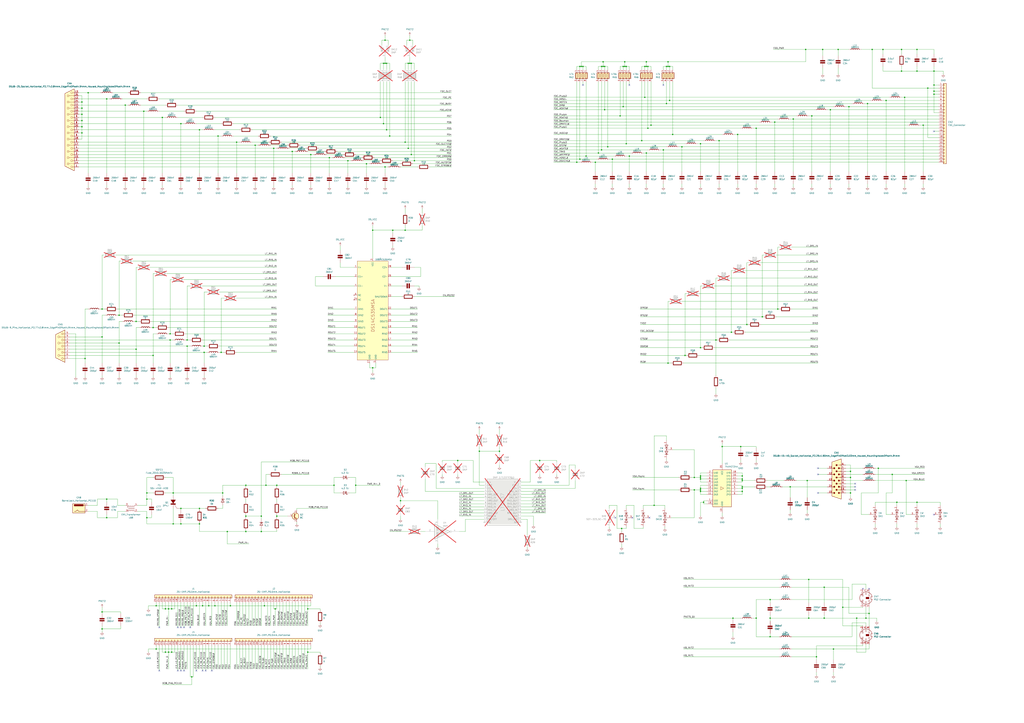
<source format=kicad_sch>
(kicad_sch (version 20250114) (generator "eeschema") (generator_version "9.0")
  (paper "A1")
  (title_block (title "PC110 Docking Station") (company "Recreated by: Ahmad Byagowi"))
  (junction (at 767.08 58.42))
  (junction (at 128.27 497.84))
  (junction (at 530.86 50.8))
  (junction (at 549.91 54.61))
  (junction (at 609.6 403.86))
  (junction (at 621.03 105.41))
  (junction (at 767.08 69.85))
  (junction (at 697.23 87.63))
  (junction (at 767.08 74.93))
  (junction (at 510.54 434.34))
  (junction (at 600.71 273.05))
  (junction (at 133.35 96.52))
  (junction (at 337.82 127))
  (junction (at 713.74 504.19))
  (junction (at 102.87 86.36))
  (junction (at 762 72.39))
  (junction (at 632.46 508))
  (junction (at 226.06 500.38))
  (junction (at 332.74 189.23))
  (junction (at 552.45 110.49))
  (junction (at 632.46 523.24))
  (junction (at 67.31 104.14))
  (junction (at 727.71 82.55))
  (junction (at 716.28 40.64))
  (junction (at 67.31 109.22))
  (junction (at 530.86 54.61))
  (junction (at 322.58 189.23))
  (junction (at 120.65 405.13))
  (junction (at 476.25 130.81))
  (junction (at 575.31 391.16))
  (junction (at 532.13 105.41))
  (junction (at 712.47 85.09))
  (junction (at 167.64 289.56))
  (junction (at 575.31 392.43))
  (junction (at 336.55 52.07))
  (junction (at 534.67 102.87))
  (junction (at 67.31 93.98))
  (junction (at 516.89 128.27))
  (junction (at 753.11 58.42))
  (junction (at 201.93 398.78))
  (junction (at 548.64 298.45))
  (junction (at 314.96 52.07))
  (junction (at 316.23 52.07))
  (junction (at 87.63 81.28))
  (junction (at 577.85 412.75))
  (junction (at 725.17 40.64))
  (junction (at 548.64 50.8))
  (junction (at 153.67 284.48))
  (junction (at 166.37 497.84))
  (junction (at 513.08 50.8))
  (junction (at 252.73 535.94))
  (junction (at 306.07 302.26))
  (junction (at 255.27 127))
  (junction (at 477.52 54.61))
  (junction (at 502.92 130.81))
  (junction (at 698.5 392.43))
  (junction (at 711.2 508))
  (junction (at 608.33 367.03))
  (junction (at 140.97 500.38))
  (junction (at 688.34 40.64))
  (junction (at 176.53 497.84))
  (junction (at 224.79 121.92))
  (junction (at 189.23 497.84))
  (junction (at 549.91 82.55))
  (junction (at 740.41 58.42))
  (junction (at 240.03 124.46))
  (junction (at 139.7 279.4))
  (junction (at 609.6 401.32))
  (junction (at 670.56 539.75))
  (junction (at 171.45 497.84))
  (junction (at 570.23 402.59))
  (junction (at 163.83 417.83))
  (junction (at 590.55 115.57))
  (junction (at 744.22 394.97))
  (junction (at 125.73 292.1))
  (junction (at 83.82 254))
  (junction (at 300.99 134.62))
  (junction (at 758.19 102.87))
  (junction (at 312.42 96.52))
  (junction (at 530.86 125.73))
  (junction (at 736.6 412.75))
  (junction (at 514.35 118.11))
  (junction (at 575.31 118.11))
  (junction (at 662.94 394.97))
  (junction (at 118.11 91.44))
  (junction (at 473.71 133.35))
  (junction (at 547.37 85.09))
  (junction (at 274.32 398.78))
  (junction (at 120.65 425.45))
  (junction (at 148.59 417.83))
  (junction (at 494.03 123.19))
  (junction (at 732.79 389.89))
  (junction (at 218.44 398.78))
  (junction (at 476.25 54.61))
  (junction (at 496.57 54.61))
  (junction (at 157.48 556.26))
  (junction (at 393.7 370.84))
  (junction (at 495.3 50.8))
  (junction (at 148.59 101.6))
  (junction (at 97.79 281.94))
  (junction (at 698.5 405.13))
  (junction (at 138.43 535.94))
  (junction (at 201.93 424.18))
  (junction (at 529.59 80.01))
  (junction (at 142.24 405.13))
  (junction (at 609.6 393.7))
  (junction (at 67.31 83.82))
  (junction (at 511.81 87.63))
  (junction (at 443.23 378.46))
  (junction (at 609.6 391.16))
  (junction (at 194.31 116.84))
  (junction (at 83.82 276.86))
  (junction (at 548.64 54.61))
  (junction (at 547.37 54.61))
  (junction (at 337.82 52.07))
  (junction (at 335.28 52.07))
  (junction (at 148.59 430.53))
  (junction (at 575.31 285.75))
  (junction (at 252.73 500.38))
  (junction (at 120.65 410.21))
  (junction (at 681.99 90.17))
  (junction (at 753.11 412.75))
  (junction (at 201.93 436.88))
  (junction (at 532.13 54.61))
  (junction (at 588.01 279.4))
  (junction (at 481.33 128.27))
  (junction (at 664.21 476.25))
  (junction (at 217.17 497.84))
  (junction (at 179.07 111.76))
  (junction (at 142.24 430.53))
  (junction (at 320.04 111.76))
  (junction (at 375.92 378.46))
  (junction (at 72.39 76.2))
  (junction (at 632.46 492.76))
  (junction (at 684.53 533.4))
  (junction (at 601.98 508))
  (junction (at 509.27 95.25))
  (junction (at 513.08 54.61))
  (junction (at 544.83 123.19))
  (junction (at 661.67 40.64))
  (junction (at 316.23 33.02))
  (junction (at 227.33 424.18))
  (junction (at 83.82 502.92))
  (junction (at 499.11 120.65))
  (junction (at 317.5 52.07))
  (junction (at 609.6 400.05))
  (junction (at 692.15 499.11))
  (junction (at 742.95 80.01))
  (junction (at 605.79 110.49))
  (junction (at 537.21 415.29))
  (junction (at 214.63 424.18))
  (junction (at 527.05 115.57))
  (junction (at 186.69 436.88))
  (junction (at 209.55 119.38))
  (junction (at 67.31 88.9))
  (junction (at 87.63 425.45))
  (junction (at 593.09 367.03))
  (junction (at 767.08 77.47))
  (junction (at 575.31 393.7))
  (junction (at 570.23 392.43))
  (junction (at 340.36 132.08))
  (junction (at 529.59 54.61))
  (junction (at 140.97 535.94))
  (junction (at 511.81 54.61))
  (junction (at 163.83 106.68))
  (junction (at 83.82 516.89))
  (junction (at 153.67 279.4))
  (junction (at 163.83 430.53))
  (junction (at 270.51 129.54))
  (junction (at 648.97 400.05))
  (junction (at 167.64 284.48))
  (junction (at 135.89 500.38))
  (junction (at 328.93 411.48))
  (junction (at 575.31 401.32))
  (junction (at 285.75 132.08))
  (junction (at 575.31 402.59))
  (junction (at 621.03 508))
  (junction (at 161.29 497.84))
  (junction (at 181.61 289.56))
  (junction (at 336.55 33.02))
  (junction (at 97.79 259.08))
  (junction (at 494.03 54.61))
  (junction (at 721.36 384.81))
  (junction (at 314.96 101.6))
  (junction (at 636.27 100.33))
  (junction (at 562.61 292.1))
  (junction (at 135.89 535.94))
  (junction (at 613.41 266.7))
  (junction (at 478.79 54.61))
  (junction (at 139.7 274.32))
  (junction (at 666.75 95.25))
  (junction (at 87.63 410.21))
  (junction (at 332.74 116.84))
  (junction (at 67.31 99.06))
  (junction (at 703.58 508))
  (junction (at 575.31 403.86))
  (junction (at 488.95 133.35))
  (junction (at 111.76 287.02))
  (junction (at 491.49 125.73))
  (junction (at 182.88 405.13))
  (junction (at 664.21 508))
  (junction (at 740.41 40.64))
  (junction (at 698.5 387.35))
  (junction (at 609.6 394.97))
  (junction (at 410.21 370.84))
  (junction (at 560.07 120.65))
  (junction (at 335.28 121.92))
  (junction (at 514.35 54.61))
  (junction (at 111.76 264.16))
  (junction (at 675.64 40.64))
  (junction (at 676.91 508))
  (junction (at 138.43 500.38))
  (junction (at 69.85 294.64))
  (junction (at 306.07 189.23))
  (junction (at 128.27 533.4))
  (junction (at 317.5 106.68))
  (junction (at 651.51 97.79))
  (junction (at 676.91 482.6))
  (junction (at 753.11 40.64))
  (junction (at 626.11 260.35))
  (junction (at 495.3 54.61))
  (junction (at 227.33 398.78))
  (junction (at 125.73 269.24))
  (junction (at 214.63 436.88))
  (junction (at 292.1 398.78))
  (junction (at 638.81 254))
  (junction (at 316.23 137.16))
  (junction (at 496.57 90.17))
  (no_connect (at 516.89 69.85))
  (no_connect (at 146.05 515.62))
  (no_connect (at 130.81 551.18))
  (no_connect (at 148.59 551.18))
  (no_connect (at 671.83 389.89))
  (no_connect (at 166.37 551.18))
  (no_connect (at 533.4 425.45))
  (no_connect (at 478.79 69.85))
  (no_connect (at 671.83 405.13))
  (no_connect (at 702.31 397.51))
  (no_connect (at 702.31 400.05))
  (no_connect (at 156.21 515.62))
  (no_connect (at 713.74 483.87))
  (no_connect (at 146.05 551.18))
  (no_connect (at 767.08 107.95))
  (no_connect (at 161.29 551.18))
  (no_connect (at 148.59 515.62))
  (no_connect (at 671.83 384.81))
  (no_connect (at 544.83 69.85))
  (no_connect (at 130.81 515.62))
  (no_connect (at 173.99 551.18))
  (no_connect (at 505.46 425.45))
  (no_connect (at 519.43 425.45))
  (no_connect (at 151.13 551.18))
  (no_connect (at 168.91 551.18))
  (no_connect (at 702.31 402.59))
  (no_connect (at 151.13 515.62))
  (no_connect (at 708.66 483.87))
  (no_connect (at 767.08 422.91))
  (wire (pts (xy 580.39 398.78) (xy 575.31 398.78)))
  (wire (pts (xy 335.28 52.07) (xy 335.28 57.15)))
  (wire (pts (xy 762 72.39) (xy 716.28 72.39)))
  (wire (pts (xy 670.56 554.99) (xy 670.56 552.45)))
  (wire (pts (xy 214.63 530.86) (xy 214.63 549.91)))
  (wire (pts (xy 62.23 274.32) (xy 62.23 309.88)))
  (wire (pts (xy 697.23 482.6) (xy 697.23 504.19)))
  (wire (pts (xy 725.17 54.61) (xy 725.17 58.42)))
  (wire (pts (xy 744.22 394.97) (xy 744.22 422.91)))
  (wire (pts (xy 457.2 378.46) (xy 457.2 379.73)))
  (wire (pts (xy 83.82 309.88) (xy 83.82 308.61)))
  (wire (pts (xy 600.71 222.25) (xy 601.98 222.25)))
  (wire (pts (xy 661.67 40.64) (xy 661.67 50.8)))
  (wire (pts (xy 67.31 104.14) (xy 67.31 99.06)))
  (wire (pts (xy 201.93 422.91) (xy 201.93 424.18)))
  (wire (pts (xy 312.42 96.52) (xy 370.84 96.52)))
  (wire (pts (xy 684.53 533.4) (xy 684.53 542.29)))
  (wire (pts (xy 393.7 398.78) (xy 393.7 370.84)))
  (wire (pts (xy 146.05 495.3) (xy 146.05 515.62)))
  (wire (pts (xy 163.83 106.68) (xy 64.77 106.68)))
  (wire (pts (xy 636.27 140.97) (xy 636.27 100.33)))
  (wire (pts (xy 612.14 273.05) (xy 671.83 273.05)))
  (wire (pts (xy 560.07 140.97) (xy 560.07 120.65)))
  (wire (pts (xy 138.43 535.94) (xy 140.97 535.94)))
  (wire (pts (xy 488.95 153.67) (xy 488.95 151.13)))
  (wire (pts (xy 167.64 284.48) (xy 170.18 284.48)))
  (wire (pts (xy 662.94 394.97) (xy 662.94 408.94)))
  (wire (pts (xy 698.5 405.13) (xy 698.5 408.94)))
  (wire (pts (xy 322.58 189.23) (xy 306.07 189.23)))
  (wire (pts (xy 377.19 408.94) (xy 397.51 408.94)))
  (wire (pts (xy 99.06 516.89) (xy 83.82 516.89)))
  (wire (pts (xy 321.31 289.56) (xy 342.9 289.56)))
  (wire (pts (xy 227.33 398.78) (xy 227.33 400.05)))
  (wire (pts (xy 529.59 67.31) (xy 529.59 80.01)))
  (wire (pts (xy 245.11 495.3) (xy 245.11 514.35)))
  (wire (pts (xy 97.79 214.63) (xy 97.79 259.08)))
  (wire (pts (xy 240.03 153.67) (xy 240.03 152.4)))
  (wire (pts (xy 651.51 153.67) (xy 651.51 151.13)))
  (wire (pts (xy 716.28 72.39) (xy 716.28 40.64)))
  (wire (pts (xy 336.55 52.07) (xy 337.82 52.07)))
  (wire (pts (xy 534.67 102.87) (xy 745.49 102.87)))
  (wire (pts (xy 496.57 90.17) (xy 669.29 90.17)))
  (wire (pts (xy 266.7 124.46) (xy 252.73 124.46)))
  (wire (pts (xy 57.15 294.64) (xy 69.85 294.64)))
  (wire (pts (xy 770.89 113.03) (xy 762 113.03)))
  (wire (pts (xy 718.82 384.81) (xy 721.36 384.81)))
  (wire (pts (xy 675.64 45.72) (xy 675.64 40.64)))
  (wire (pts (xy 64.77 86.36) (xy 102.87 86.36)))
  (wire (pts (xy 433.07 450.85) (xy 433.07 449.58)))
  (wire (pts (xy 166.37 495.3) (xy 166.37 497.84)))
  (wire (pts (xy 513.08 54.61) (xy 514.35 54.61)))
  (wire (pts (xy 285.75 153.67) (xy 285.75 152.4)))
  (wire (pts (xy 176.53 495.3) (xy 176.53 497.84)))
  (wire (pts (xy 194.31 116.84) (xy 64.77 116.84)))
  (wire (pts (xy 163.83 530.86) (xy 163.83 549.91)))
  (wire (pts (xy 740.41 44.45) (xy 740.41 40.64)))
  (wire (pts (xy 179.07 111.76) (xy 64.77 111.76)))
  (wire (pts (xy 495.3 50.8) (xy 495.3 54.61)))
  (wire (pts (xy 532.13 54.61) (xy 532.13 57.15)))
  (wire (pts (xy 167.64 298.45) (xy 167.64 289.56)))
  (wire (pts (xy 146.05 86.36) (xy 370.84 86.36)))
  (wire (pts (xy 618.49 508) (xy 621.03 508)))
  (wire (pts (xy 732.79 389.89) (xy 759.46 389.89)))
  (wire (pts (xy 697.23 87.63) (xy 770.89 87.63)))
  (wire (pts (xy 142.24 392.43) (xy 142.24 405.13)))
  (wire (pts (xy 359.41 449.58) (xy 359.41 447.04)))
  (wire (pts (xy 530.86 140.97) (xy 530.86 125.73)))
  (wire (pts (xy 64.77 88.9) (xy 67.31 88.9)))
  (wire (pts (xy 247.65 530.86) (xy 247.65 549.91)))
  (wire (pts (xy 699.77 480.06) (xy 699.77 492.76)))
  (wire (pts (xy 561.34 539.75) (xy 640.08 539.75)))
  (wire (pts (xy 147.32 417.83) (xy 148.59 417.83)))
  (wire (pts (xy 488.95 140.97) (xy 488.95 133.35)))
  (wire (pts (xy 64.77 76.2) (xy 72.39 76.2)))
  (wire (pts (xy 111.76 264.16) (xy 114.3 264.16)))
  (wire (pts (xy 600.71 273.05) (xy 600.71 222.25)))
  (wire (pts (xy 467.36 398.78) (xy 467.36 382.27)))
  (wire (pts (xy 321.31 254) (xy 342.9 254)))
  (wire (pts (xy 317.5 52.07) (xy 316.23 52.07)))
  (wire (pts (xy 111.76 219.71) (xy 111.76 264.16)))
  (wire (pts (xy 727.71 82.55) (xy 770.89 82.55)))
  (wire (pts (xy 171.45 530.86) (xy 171.45 549.91)))
  (wire (pts (xy 57.15 281.94) (xy 97.79 281.94)))
  (wire (pts (xy 767.08 92.71) (xy 767.08 77.47)))
  (wire (pts (xy 336.55 46.99) (xy 336.55 52.07)))
  (wire (pts (xy 318.77 36.83) (xy 318.77 33.02)))
  (wire (pts (xy 191.77 101.6) (xy 314.96 101.6)))
  (wire (pts (xy 229.87 495.3) (xy 229.87 514.35)))
  (wire (pts (xy 454.66 102.87) (xy 534.67 102.87)))
  (wire (pts (xy 725.17 82.55) (xy 727.71 82.55)))
  (wire (pts (xy 772.16 415.29) (xy 772.16 412.75)))
  (wire (pts (xy 530.86 125.73) (xy 770.89 125.73)))
  (wire (pts (xy 454.66 105.41) (xy 532.13 105.41)))
  (wire (pts (xy 561.34 476.25) (xy 640.08 476.25)))
  (wire (pts (xy 363.22 378.46) (xy 375.92 378.46)))
  (wire (pts (xy 255.27 127) (xy 64.77 127)))
  (wire (pts (xy 97.79 259.08) (xy 96.52 259.08)))
  (wire (pts (xy 312.42 52.07) (xy 312.42 57.15)))
  (wire (pts (xy 588.01 115.57) (xy 590.55 115.57)))
  (wire (pts (xy 454.66 110.49) (xy 552.45 110.49)))
  (wire (pts (xy 250.19 530.86) (xy 250.19 549.91)))
  (wire (pts (xy 494.03 54.61) (xy 494.03 57.15)))
  (wire (pts (xy 476.25 54.61) (xy 477.52 54.61)))
  (wire (pts (xy 547.37 54.61) (xy 548.64 54.61)))
  (wire (pts (xy 593.09 367.03) (xy 593.09 381)))
  (wire (pts (xy 495.3 50.8) (xy 477.52 50.8)))
  (wire (pts (xy 135.89 495.3) (xy 135.89 500.38)))
  (wire (pts (xy 544.83 140.97) (xy 544.83 123.19)))
  (wire (pts (xy 397.51 401.32) (xy 358.14 401.32)))
  (wire (pts (xy 140.97 229.87) (xy 139.7 229.87)))
  (wire (pts (xy 318.77 33.02) (xy 316.23 33.02)))
  (wire (pts (xy 124.46 422.91) (xy 124.46 425.45)))
  (wire (pts (xy 328.93 426.72) (xy 328.93 424.18)))
  (wire (pts (xy 252.73 500.38) (xy 262.89 500.38)))
  (wire (pts (xy 454.66 125.73) (xy 491.49 125.73)))
  (wire (pts (xy 481.33 128.27) (xy 504.19 128.27)))
  (wire (pts (xy 349.25 403.86) (xy 349.25 393.7)))
  (wire (pts (xy 648.97 97.79) (xy 651.51 97.79)))
  (wire (pts (xy 744.22 394.97) (xy 759.46 394.97)))
  (wire (pts (xy 153.67 284.48) (xy 156.21 284.48)))
  (wire (pts (xy 139.7 279.4) (xy 139.7 298.45)))
  (wire (pts (xy 448.31 416.56) (xy 427.99 416.56)))
  (wire (pts (xy 95.25 209.55) (xy 227.33 209.55)))
  (wire (pts (xy 575.31 285.75) (xy 576.58 285.75)))
  (wire (pts (xy 163.83 417.83) (xy 168.91 417.83)))
  (wire (pts (xy 527.05 67.31) (xy 527.05 115.57)))
  (wire (pts (xy 609.6 394.97) (xy 609.6 393.7)))
  (wire (pts (xy 486.41 133.35) (xy 488.95 133.35)))
  (wire (pts (xy 135.89 500.38) (xy 138.43 500.38)))
  (wire (pts (xy 711.2 508) (xy 720.09 508)))
  (wire (pts (xy 308.61 298.45) (xy 308.61 302.26)))
  (wire (pts (xy 457.2 391.16) (xy 457.2 389.89)))
  (wire (pts (xy 67.31 114.3) (xy 67.31 109.22)))
  (wire (pts (xy 229.87 530.86) (xy 229.87 549.91)))
  (wire (pts (xy 612.14 222.25) (xy 671.83 222.25)))
  (wire (pts (xy 269.24 289.56) (xy 290.83 289.56)))
  (wire (pts (xy 173.99 530.86) (xy 173.99 551.18)))
  (wire (pts (xy 563.88 292.1) (xy 562.61 292.1)))
  (wire (pts (xy 525.78 298.45) (xy 548.64 298.45)))
  (wire (pts (xy 184.15 530.86) (xy 184.15 549.91)))
  (wire (pts (xy 124.46 412.75) (xy 124.46 410.21)))
  (wire (pts (xy 140.97 495.3) (xy 140.97 500.38)))
  (wire (pts (xy 605.79 140.97) (xy 605.79 110.49)))
  (wire (pts (xy 648.97 400.05) (xy 648.97 408.94)))
  (wire (pts (xy 153.67 234.95) (xy 153.67 279.4)))
  (wire (pts (xy 237.49 495.3) (xy 237.49 514.35)))
  (wire (pts (xy 243.84 417.83) (xy 243.84 419.1)))
  (wire (pts (xy 552.45 369.57) (xy 570.23 369.57)))
  (wire (pts (xy 363.22 391.16) (xy 363.22 389.89)))
  (wire (pts (xy 621.03 105.41) (xy 770.89 105.41)))
  (wire (pts (xy 269.24 254) (xy 290.83 254)))
  (wire (pts (xy 199.39 530.86) (xy 199.39 549.91)))
  (wire (pts (xy 621.03 140.97) (xy 621.03 105.41)))
  (wire (pts (xy 97.79 298.45) (xy 97.79 281.94)))
  (wire (pts (xy 699.77 511.81) (xy 711.2 511.81)))
  (wire (pts (xy 736.6 412.75) (xy 736.6 415.29)))
  (wire (pts (xy 224.79 121.92) (xy 64.77 121.92)))
  (wire (pts (xy 316.23 29.21) (xy 316.23 33.02)))
  (wire (pts (xy 287.02 392.43) (xy 292.1 392.43)))
  (wire (pts (xy 605.79 401.32) (xy 609.6 401.32)))
  (wire (pts (xy 651.51 97.79) (xy 770.89 97.79)))
  (wire (pts (xy 321.31 219.71) (xy 330.2 219.71)))
  (wire (pts (xy 694.69 87.63) (xy 697.23 87.63)))
  (wire (pts (xy 574.04 292.1) (xy 671.83 292.1)))
  (wire (pts (xy 234.95 530.86) (xy 234.95 549.91)))
  (wire (pts (xy 214.63 495.3) (xy 214.63 514.35)))
  (wire (pts (xy 346.71 185.42) (xy 346.71 189.23)))
  (wire (pts (xy 632.46 492.76) (xy 632.46 495.3)))
  (wire (pts (xy 580.39 411.48) (xy 577.85 411.48)))
  (wire (pts (xy 427.99 401.32) (xy 472.44 401.32)))
  (wire (pts (xy 699.77 480.06) (xy 711.2 480.06)))
  (wire (pts (xy 57.15 289.56) (xy 167.64 289.56)))
  (wire (pts (xy 255.27 153.67) (xy 255.27 152.4)))
  (wire (pts (xy 661.67 40.64) (xy 675.64 40.64)))
  (wire (pts (xy 163.83 419.1) (xy 163.83 417.83)))
  (wire (pts (xy 694.69 400.05) (xy 702.31 400.05)))
  (wire (pts (xy 633.73 100.33) (xy 636.27 100.33)))
  (wire (pts (xy 57.15 287.02) (xy 111.76 287.02)))
  (wire (pts (xy 207.01 106.68) (xy 317.5 106.68)))
  (wire (pts (xy 454.66 97.79) (xy 638.81 97.79)))
  (wire (pts (xy 762 113.03) (xy 762 72.39)))
  (wire (pts (xy 529.59 54.61) (xy 530.86 54.61)))
  (wire (pts (xy 137.16 224.79) (xy 227.33 224.79)))
  (wire (pts (xy 196.85 530.86) (xy 196.85 549.91)))
  (wire (pts (xy 222.25 111.76) (xy 320.04 111.76)))
  (wire (pts (xy 163.83 436.88) (xy 163.83 430.53)))
  (wire (pts (xy 454.66 95.25) (xy 509.27 95.25)))
  (wire (pts (xy 120.65 392.43) (xy 120.65 405.13)))
  (wire (pts (xy 499.11 120.65) (xy 547.37 120.65)))
  (wire (pts (xy 575.31 285.75) (xy 575.31 234.95)))
  (wire (pts (xy 500.38 434.34) (xy 500.38 433.07)))
  (wire (pts (xy 340.36 132.08) (xy 370.84 132.08)))
  (wire (pts (xy 467.36 382.27) (xy 472.44 382.27)))
  (wire (pts (xy 770.89 72.39) (xy 762 72.39)))
  (wire (pts (xy 217.17 497.84) (xy 255.27 497.84)))
  (wire (pts (xy 64.77 124.46) (xy 240.03 124.46)))
  (wire (pts (xy 170.18 240.03) (xy 167.64 240.03)))
  (wire (pts (xy 397.51 398.78) (xy 393.7 398.78)))
  (wire (pts (xy 346.71 171.45) (xy 346.71 175.26)))
  (wire (pts (xy 148.59 430.53) (xy 163.83 430.53)))
  (wire (pts (xy 87.63 425.45) (xy 87.63 422.91)))
  (wire (pts (xy 621.03 367.03) (xy 608.33 367.03)))
  (wire (pts (xy 575.31 392.43) (xy 575.31 391.16)))
  (wire (pts (xy 336.55 29.21) (xy 336.55 33.02)))
  (wire (pts (xy 189.23 530.86) (xy 189.23 549.91)))
  (wire (pts (xy 519.43 392.43) (xy 557.53 392.43)))
  (wire (pts (xy 567.69 392.43) (xy 570.23 392.43)))
  (wire (pts (xy 130.81 81.28) (xy 370.84 81.28)))
  (wire (pts (xy 64.77 114.3) (xy 67.31 114.3)))
  (wire (pts (xy 252.73 535.94) (xy 252.73 549.91)))
  (wire (pts (xy 707.39 405.13) (xy 721.36 405.13)))
  (wire (pts (xy 64.77 93.98) (xy 67.31 93.98)))
  (wire (pts (xy 511.81 67.31) (xy 511.81 87.63)))
  (wire (pts (xy 546.1 415.29) (xy 537.21 415.29)))
  (wire (pts (xy 703.58 508) (xy 711.2 508)))
  (wire (pts (xy 707.39 422.91) (xy 707.39 405.13)))
  (wire (pts (xy 332.74 116.84) (xy 370.84 116.84)))
  (wire (pts (xy 621.03 368.3) (xy 621.03 367.03)))
  (wire (pts (xy 624.84 266.7) (xy 671.83 266.7)))
  (wire (pts (xy 767.08 69.85) (xy 770.89 69.85)))
  (wire (pts (xy 454.66 82.55) (xy 549.91 82.55)))
  (wire (pts (xy 308.61 302.26) (xy 306.07 302.26)))
  (wire (pts (xy 725.17 58.42) (xy 740.41 58.42)))
  (wire (pts (xy 314.96 67.31) (xy 314.96 101.6)))
  (wire (pts (xy 491.49 67.31) (xy 491.49 125.73)))
  (wire (pts (xy 166.37 279.4) (xy 227.33 279.4)))
  (wire (pts (xy 621.03 508) (xy 621.03 523.24)))
  (wire (pts (xy 473.71 133.35) (xy 476.25 133.35)))
  (wire (pts (xy 624.84 215.9) (xy 671.83 215.9)))
  (wire (pts (xy 725.17 40.64) (xy 740.41 40.64)))
  (wire (pts (xy 499.11 67.31) (xy 499.11 120.65)))
  (wire (pts (xy 637.54 209.55) (xy 671.83 209.55)))
  (wire (pts (xy 274.32 398.78) (xy 274.32 392.43)))
  (wire (pts (xy 608.33 367.03) (xy 593.09 367.03)))
  (wire (pts (xy 156.21 556.26) (xy 157.48 556.26)))
  (wire (pts (xy 102.87 153.67) (xy 102.87 152.4)))
  (wire (pts (xy 124.46 269.24) (xy 125.73 269.24)))
  (wire (pts (xy 207.01 495.3) (xy 207.01 514.35)))
  (wire (pts (xy 250.19 495.3) (xy 250.19 514.35)))
  (wire (pts (xy 317.5 52.07) (xy 317.5 57.15)))
  (wire (pts (xy 477.52 54.61) (xy 478.79 54.61)))
  (wire (pts (xy 767.08 77.47) (xy 767.08 74.93)))
  (wire (pts (xy 609.6 400.05) (xy 609.6 401.32)))
  (wire (pts (xy 742.95 80.01) (xy 770.89 80.01)))
  (wire (pts (xy 481.33 54.61) (xy 481.33 57.15)))
  (wire (pts (xy 72.39 153.67) (xy 72.39 152.4)))
  (wire (pts (xy 478.79 67.31) (xy 478.79 69.85)))
  (wire (pts (xy 300.99 134.62) (xy 300.99 142.24)))
  (wire (pts (xy 664.21 95.25) (xy 666.75 95.25)))
  (wire (pts (xy 339.09 33.02) (xy 336.55 33.02)))
  (wire (pts (xy 393.7 353.06) (xy 393.7 356.87)))
  (wire (pts (xy 96.52 254) (xy 227.33 254)))
  (wire (pts (xy 67.31 78.74) (xy 67.31 83.82)))
  (wire (pts (xy 629.92 394.97) (xy 643.89 394.97)))
  (wire (pts (xy 506.73 434.34) (xy 506.73 415.29)))
  (wire (pts (xy 561.34 298.45) (xy 671.83 298.45)))
  (wire (pts (xy 332.74 189.23) (xy 322.58 189.23)))
  (wire (pts (xy 153.67 495.3) (xy 153.67 514.35)))
  (wire (pts (xy 96.52 425.45) (xy 87.63 425.45)))
  (wire (pts (xy 332.74 67.31) (xy 332.74 116.84)))
  (wire (pts (xy 491.49 125.73) (xy 518.16 125.73)))
  (wire (pts (xy 548.64 247.65) (xy 549.91 247.65)))
  (wire (pts (xy 506.73 415.29) (xy 500.38 415.29)))
  (wire (pts (xy 67.31 99.06) (xy 67.31 93.98)))
  (wire (pts (xy 697.23 153.67) (xy 697.23 151.13)))
  (wire (pts (xy 382.27 436.88) (xy 382.27 426.72)))
  (wire (pts (xy 194.31 495.3) (xy 194.31 514.35)))
  (wire (pts (xy 546.1 434.34) (xy 546.1 433.07)))
  (wire (pts (xy 588.01 228.6) (xy 589.28 228.6)))
  (wire (pts (xy 514.35 434.34) (xy 514.35 433.07)))
  (wire (pts (xy 201.93 424.18) (xy 214.63 424.18)))
  (wire (pts (xy 262.89 548.64) (xy 262.89 547.37)))
  (wire (pts (xy 547.37 358.14) (xy 547.37 361.95)))
  (wire (pts (xy 318.77 137.16) (xy 316.23 137.16)))
  (wire (pts (xy 748.03 422.91) (xy 744.22 422.91)))
  (wire (pts (xy 227.33 530.86) (xy 227.33 549.91)))
  (wire (pts (xy 377.19 414.02) (xy 397.51 414.02)))
  (wire (pts (xy 320.04 111.76) (xy 370.84 111.76)))
  (wire (pts (xy 443.23 391.16) (xy 443.23 389.89)))
  (wire (pts (xy 448.31 403.86) (xy 427.99 403.86)))
  (wire (pts (xy 532.13 105.41) (xy 608.33 105.41)))
  (wire (pts (xy 650.24 492.76) (xy 699.77 492.76)))
  (wire (pts (xy 577.85 414.02) (xy 580.39 414.02)))
  (wire (pts (xy 443.23 379.73) (xy 443.23 378.46)))
  (wire (pts (xy 201.93 410.21) (xy 201.93 412.75)))
  (wire (pts (xy 664.21 476.25) (xy 664.21 495.3)))
  (wire (pts (xy 67.31 83.82) (xy 64.77 83.82)))
  (wire (pts (xy 549.91 54.61) (xy 549.91 57.15)))
  (wire (pts (xy 194.31 289.56) (xy 227.33 289.56)))
  (wire (pts (xy 64.77 99.06) (xy 67.31 99.06)))
  (wire (pts (xy 316.23 142.24) (xy 316.23 137.16)))
  (wire (pts (xy 214.63 434.34) (xy 214.63 436.88)))
  (wire (pts (xy 609.6 396.24) (xy 609.6 394.97)))
  (wire (pts (xy 231.14 116.84) (xy 332.74 116.84)))
  (wire (pts (xy 138.43 500.38) (xy 138.43 514.35)))
  (wire (pts (xy 638.81 203.2) (xy 640.08 203.2)))
  (wire (pts (xy 560.07 247.65) (xy 671.83 247.65)))
  (wire (pts (xy 454.66 120.65) (xy 499.11 120.65)))
  (wire (pts (xy 270.51 153.67) (xy 270.51 152.4)))
  (wire (pts (xy 90.17 81.28) (xy 87.63 81.28)))
  (wire (pts (xy 86.36 259.08) (xy 83.82 259.08)))
  (wire (pts (xy 125.73 224.79) (xy 125.73 269.24)))
  (wire (pts (xy 514.35 128.27) (xy 516.89 128.27)))
  (wire (pts (xy 72.39 76.2) (xy 72.39 142.24)))
  (wire (pts (xy 80.01 420.37) (xy 80.01 425.45)))
  (wire (pts (xy 335.28 52.07) (xy 336.55 52.07)))
  (wire (pts (xy 232.41 495.3) (xy 232.41 514.35)))
  (wire (pts (xy 650.24 476.25) (xy 664.21 476.25)))
  (wire (pts (xy 118.11 153.67) (xy 118.11 152.4)))
  (wire (pts (xy 110.49 264.16) (xy 111.76 264.16)))
  (wire (pts (xy 64.77 91.44) (xy 118.11 91.44)))
  (wire (pts (xy 83.82 516.89) (xy 83.82 514.35)))
  (wire (pts (xy 529.59 80.01) (xy 730.25 80.01)))
  (wire (pts (xy 171.45 497.84) (xy 166.37 497.84)))
  (wire (pts (xy 534.67 54.61) (xy 534.67 57.15)))
  (wire (pts (xy 377.19 416.56) (xy 397.51 416.56)))
  (wire (pts (xy 770.89 92.71) (xy 767.08 92.71)))
  (wire (pts (xy 454.66 90.17) (xy 496.57 90.17)))
  (wire (pts (xy 316.23 52.07) (xy 314.96 52.07)))
  (wire (pts (xy 130.81 530.86) (xy 130.81 551.18)))
  (wire (pts (xy 427.99 398.78) (xy 467.36 398.78)))
  (wire (pts (xy 321.31 284.48) (xy 342.9 284.48)))
  (wire (pts (xy 179.07 495.3) (xy 179.07 514.35)))
  (wire (pts (xy 528.32 415.29) (xy 528.32 417.83)))
  (wire (pts (xy 544.83 123.19) (xy 770.89 123.19)))
  (wire (pts (xy 64.77 78.74) (xy 67.31 78.74)))
  (wire (pts (xy 321.31 259.08) (xy 342.9 259.08)))
  (wire (pts (xy 654.05 394.97) (xy 662.94 394.97)))
  (wire (pts (xy 770.89 74.93) (xy 767.08 74.93)))
  (wire (pts (xy 181.61 111.76) (xy 179.07 111.76)))
  (wire (pts (xy 547.37 67.31) (xy 547.37 85.09)))
  (wire (pts (xy 261.62 121.92) (xy 335.28 121.92)))
  (wire (pts (xy 64.77 81.28) (xy 87.63 81.28)))
  (wire (pts (xy 529.59 54.61) (xy 529.59 57.15)))
  (wire (pts (xy 133.35 562.61) (xy 157.48 562.61)))
  (wire (pts (xy 718.82 415.29) (xy 718.82 412.75)))
  (wire (pts (xy 189.23 497.84) (xy 176.53 497.84)))
  (wire (pts (xy 513.08 50.8) (xy 513.08 54.61)))
  (wire (pts (xy 548.64 50.8) (xy 530.86 50.8)))
  (wire (pts (xy 99.06 502.92) (xy 83.82 502.92)))
  (wire (pts (xy 736.6 433.07) (xy 736.6 430.53)))
  (wire (pts (xy 575.31 393.7) (xy 580.39 393.7)))
  (wire (pts (xy 662.94 421.64) (xy 662.94 419.1)))
  (wire (pts (xy 626.11 260.35) (xy 626.11 209.55)))
  (wire (pts (xy 148.59 417.83) (xy 163.83 417.83)))
  (wire (pts (xy 224.79 142.24) (xy 224.79 121.92)))
  (wire (pts (xy 313.69 33.02) (xy 313.69 36.83)))
  (wire (pts (xy 196.85 495.3) (xy 196.85 514.35)))
  (wire (pts (xy 321.31 264.16) (xy 342.9 264.16)))
  (wire (pts (xy 120.65 91.44) (xy 118.11 91.44)))
  (wire (pts (xy 637.54 260.35) (xy 671.83 260.35)))
  (wire (pts (xy 651.51 140.97) (xy 651.51 97.79)))
  (wire (pts (xy 547.37 85.09) (xy 699.77 85.09)))
  (wire (pts (xy 496.57 54.61) (xy 496.57 57.15)))
  (wire (pts (xy 548.64 298.45) (xy 551.18 298.45)))
  (wire (pts (xy 593.09 364.49) (xy 593.09 367.03)))
  (wire (pts (xy 388.62 396.24) (xy 388.62 378.46)))
  (wire (pts (xy 601.98 508) (xy 601.98 509.27)))
  (wire (pts (xy 561.34 533.4) (xy 640.08 533.4)))
  (wire (pts (xy 767.08 107.95) (xy 770.89 107.95)))
  (wire (pts (xy 194.31 530.86) (xy 194.31 549.91)))
  (wire (pts (xy 153.67 284.48) (xy 153.67 298.45)))
  (wire (pts (xy 575.31 388.62) (xy 580.39 388.62)))
  (wire (pts (xy 544.83 67.31) (xy 544.83 69.85)))
  (wire (pts (xy 176.53 96.52) (xy 312.42 96.52)))
  (wire (pts (xy 204.47 495.3) (xy 204.47 514.35)))
  (wire (pts (xy 528.32 125.73) (xy 530.86 125.73)))
  (wire (pts (xy 161.29 91.44) (xy 370.84 91.44)))
  (wire (pts (xy 125.73 224.79) (xy 127 224.79)))
  (wire (pts (xy 476.25 54.61) (xy 476.25 57.15)))
  (wire (pts (xy 755.65 102.87) (xy 758.19 102.87)))
  (wire (pts (xy 316.23 137.16) (xy 64.77 137.16)))
  (wire (pts (xy 328.93 408.94) (xy 328.93 411.48)))
  (wire (pts (xy 713.74 504.19) (xy 713.74 514.35)))
  (wire (pts (xy 339.09 36.83) (xy 339.09 33.02)))
  (wire (pts (xy 321.31 243.84) (xy 330.2 243.84)))
  (wire (pts (xy 262.89 513.08) (xy 262.89 511.81)))
  (wire (pts (xy 138.43 530.86) (xy 138.43 535.94)))
  (wire (pts (xy 511.81 87.63) (xy 684.53 87.63)))
  (wire (pts (xy 332.74 171.45) (xy 332.74 175.26)))
  (wire (pts (xy 671.83 389.89) (xy 679.45 389.89)))
  (wire (pts (xy 128.27 533.4) (xy 255.27 533.4)))
  (wire (pts (xy 67.31 93.98) (xy 67.31 88.9)))
  (wire (pts (xy 575.31 118.11) (xy 770.89 118.11)))
  (wire (pts (xy 547.37 358.14) (xy 537.21 358.14)))
  (wire (pts (xy 313.69 134.62) (xy 328.93 134.62)))
  (wire (pts (xy 718.82 412.75) (xy 736.6 412.75)))
  (wire (pts (xy 753.11 58.42) (xy 767.08 58.42)))
  (wire (pts (xy 209.55 153.67) (xy 209.55 152.4)))
  (wire (pts (xy 138.43 535.94) (xy 138.43 549.91)))
  (wire (pts (xy 138.43 274.32) (xy 139.7 274.32)))
  (wire (pts (xy 613.41 215.9) (xy 614.68 215.9)))
  (wire (pts (xy 306.07 302.26) (xy 306.07 306.07)))
  (wire (pts (xy 636.27 100.33) (xy 770.89 100.33)))
  (wire (pts (xy 514.35 415.29) (xy 514.35 417.83)))
  (wire (pts (xy 496.57 54.61) (xy 499.11 54.61)))
  (wire (pts (xy 157.48 556.26) (xy 157.48 562.61)))
  (wire (pts (xy 679.45 90.17) (xy 681.99 90.17)))
  (wire (pts (xy 548.64 50.8) (xy 548.64 54.61)))
  (wire (pts (xy 454.66 123.19) (xy 494.03 123.19)))
  (wire (pts (xy 499.11 54.61) (xy 499.11 57.15)))
  (wire (pts (xy 148.59 495.3) (xy 148.59 515.62)))
  (wire (pts (xy 120.65 410.21) (xy 120.65 405.13)))
  (wire (pts (xy 133.35 142.24) (xy 133.35 96.52)))
  (wire (pts (xy 713.74 422.91) (xy 707.39 422.91)))
  (wire (pts (xy 83.82 298.45) (xy 83.82 276.86)))
  (wire (pts (xy 472.44 401.32) (xy 472.44 394.97)))
  (wire (pts (xy 676.91 482.6) (xy 697.23 482.6)))
  (wire (pts (xy 69.85 254) (xy 69.85 294.64)))
  (wire (pts (xy 546.1 417.83) (xy 546.1 415.29)))
  (wire (pts (xy 259.08 227.33) (xy 265.43 227.33)))
  (wire (pts (xy 532.13 54.61) (xy 534.67 54.61)))
  (wire (pts (xy 632.46 492.76) (xy 640.08 492.76)))
  (wire (pts (xy 618.49 105.41) (xy 621.03 105.41)))
  (wire (pts (xy 542.29 123.19) (xy 544.83 123.19)))
  (wire (pts (xy 560.07 120.65) (xy 770.89 120.65)))
  (wire (pts (xy 227.33 121.92) (xy 224.79 121.92)))
  (wire (pts (xy 605.79 403.86) (xy 609.6 403.86)))
  (wire (pts (xy 532.13 67.31) (xy 532.13 105.41)))
  (wire (pts (xy 212.09 495.3) (xy 212.09 514.35)))
  (wire (pts (xy 570.23 402.59) (xy 575.31 402.59)))
  (wire (pts (xy 476.25 130.81) (xy 490.22 130.81)))
  (wire (pts (xy 201.93 495.3) (xy 201.93 514.35)))
  (wire (pts (xy 166.37 96.52) (xy 146.05 96.52)))
  (wire (pts (xy 551.18 425.45) (xy 570.23 425.45)))
  (wire (pts (xy 269.24 269.24) (xy 290.83 269.24)))
  (wire (pts (xy 269.24 259.08) (xy 290.83 259.08)))
  (wire (pts (xy 199.39 495.3) (xy 199.39 514.35)))
  (wire (pts (xy 698.5 392.43) (xy 698.5 405.13)))
  (wire (pts (xy 194.31 142.24) (xy 194.31 116.84)))
  (wire (pts (xy 181.61 530.86) (xy 181.61 549.91)))
  (wire (pts (xy 608.33 508) (xy 601.98 508)))
  (wire (pts (xy 509.27 57.15) (xy 509.27 54.61)))
  (wire (pts (xy 601.98 523.24) (xy 601.98 519.43)))
  (wire (pts (xy 570.23 392.43) (xy 575.31 392.43)))
  (wire (pts (xy 557.53 120.65) (xy 560.07 120.65)))
  (wire (pts (xy 511.81 54.61) (xy 513.08 54.61)))
  (wire (pts (xy 397.51 396.24) (xy 388.62 396.24)))
  (wire (pts (xy 161.29 497.84) (xy 128.27 497.84)))
  (wire (pts (xy 125.73 392.43) (xy 120.65 392.43)))
  (wire (pts (xy 767.08 58.42) (xy 767.08 69.85)))
  (wire (pts (xy 163.83 142.24) (xy 163.83 106.68)))
  (wire (pts (xy 214.63 436.88) (xy 227.33 436.88)))
  (wire (pts (xy 290.83 219.71) (xy 279.4 219.71)))
  (wire (pts (xy 214.63 379.73) (xy 254 379.73)))
  (wire (pts (xy 290.83 234.95) (xy 259.08 234.95)))
  (wire (pts (xy 511.81 54.61) (xy 511.81 57.15)))
  (wire (pts (xy 83.82 259.08) (xy 83.82 276.86)))
  (wire (pts (xy 83.82 254) (xy 82.55 254)))
  (wire (pts (xy 222.25 530.86) (xy 222.25 549.91)))
  (wire (pts (xy 186.69 447.04) (xy 204.47 447.04)))
  (wire (pts (xy 151.13 101.6) (xy 148.59 101.6)))
  (wire (pts (xy 516.89 67.31) (xy 516.89 69.85)))
  (wire (pts (xy 544.83 153.67) (xy 544.83 151.13)))
  (wire (pts (xy 69.85 294.64) (xy 69.85 298.45)))
  (wire (pts (xy 161.29 530.86) (xy 161.29 551.18)))
  (wire (pts (xy 181.61 245.11) (xy 181.61 289.56)))
  (wire (pts (xy 588.01 323.85) (xy 588.01 318.77)))
  (wire (pts (xy 732.79 405.13) (xy 732.79 389.89)))
  (wire (pts (xy 115.57 76.2) (xy 370.84 76.2)))
  (wire (pts (xy 224.79 153.67) (xy 224.79 152.4)))
  (wire (pts (xy 525.78 266.7) (xy 613.41 266.7)))
  (wire (pts (xy 153.67 279.4) (xy 152.4 279.4)))
  (wire (pts (xy 267.97 127) (xy 281.94 127)))
  (wire (pts (xy 495.3 54.61) (xy 496.57 54.61)))
  (wire (pts (xy 245.11 530.86) (xy 245.11 549.91)))
  (wire (pts (xy 328.93 411.48) (xy 328.93 414.02)))
  (wire (pts (xy 120.65 425.45) (xy 120.65 430.53)))
  (wire (pts (xy 359.41 426.72) (xy 359.41 411.48)))
  (wire (pts (xy 632.46 508) (xy 664.21 508)))
  (wire (pts (xy 255.27 142.24) (xy 255.27 127)))
  (wire (pts (xy 220.98 116.84) (xy 207.01 116.84)))
  (wire (pts (xy 166.37 530.86) (xy 166.37 551.18)))
  (wire (pts (xy 340.36 67.31) (xy 340.36 132.08)))
  (wire (pts (xy 227.33 410.21) (xy 227.33 412.75)))
  (wire (pts (xy 740.41 80.01) (xy 742.95 80.01)))
  (wire (pts (xy 377.19 421.64) (xy 397.51 421.64)))
  (wire (pts (xy 650.24 533.4) (xy 684.53 533.4)))
  (wire (pts (xy 255.27 533.4) (xy 255.27 530.86)))
  (wire (pts (xy 243.84 430.53) (xy 243.84 429.26)))
  (wire (pts (xy 166.37 284.48) (xy 167.64 284.48)))
  (wire (pts (xy 448.31 414.02) (xy 427.99 414.02)))
  (wire (pts (xy 196.85 116.84) (xy 194.31 116.84)))
  (wire (pts (xy 125.73 309.88) (xy 125.73 308.61)))
  (wire (pts (xy 477.52 50.8) (xy 477.52 54.61)))
  (wire (pts (xy 476.25 67.31) (xy 476.25 130.81)))
  (wire (pts (xy 767.08 58.42) (xy 774.7 58.42)))
  (wire (pts (xy 438.15 424.18) (xy 438.15 431.8)))
  (wire (pts (xy 527.05 54.61) (xy 529.59 54.61)))
  (wire (pts (xy 626.11 209.55) (xy 627.38 209.55)))
  (wire (pts (xy 570.23 369.57) (xy 570.23 392.43)))
  (wire (pts (xy 148.59 530.86) (xy 148.59 551.18)))
  (wire (pts (xy 252.73 495.3) (xy 252.73 500.38)))
  (wire (pts (xy 179.07 153.67) (xy 179.07 152.4)))
  (wire (pts (xy 410.21 353.06) (xy 410.21 356.87)))
  (wire (pts (xy 377.19 406.4) (xy 397.51 406.4)))
  (wire (pts (xy 694.69 402.59) (xy 702.31 402.59)))
  (wire (pts (xy 716.28 40.64) (xy 725.17 40.64)))
  (wire (pts (xy 621.03 523.24) (xy 632.46 523.24)))
  (wire (pts (xy 514.35 118.11) (xy 562.61 118.11)))
  (wire (pts (xy 83.82 254) (xy 86.36 254)))
  (wire (pts (xy 574.04 241.3) (xy 671.83 241.3)))
  (wire (pts (xy 224.79 495.3) (xy 224.79 500.38)))
  (wire (pts (xy 152.4 274.32) (xy 227.33 274.32)))
  (wire (pts (xy 586.74 285.75) (xy 671.83 285.75)))
  (wire (pts (xy 590.55 140.97) (xy 590.55 115.57)))
  (wire (pts (xy 303.53 134.62) (xy 300.99 134.62)))
  (wire (pts (xy 353.06 137.16) (xy 370.84 137.16)))
  (wire (pts (xy 125.73 269.24) (xy 128.27 269.24)))
  (wire (pts (xy 128.27 497.84) (xy 128.27 495.3)))
  (wire (pts (xy 97.79 264.16) (xy 97.79 281.94)))
  (wire (pts (xy 143.51 495.3) (xy 143.51 500.38)))
  (wire (pts (xy 513.08 50.8) (xy 495.3 50.8)))
  (wire (pts (xy 711.2 535.94) (xy 711.2 529.59)))
  (wire (pts (xy 772.16 433.07) (xy 772.16 430.53)))
  (wire (pts (xy 709.93 85.09) (xy 712.47 85.09)))
  (wire (pts (xy 650.24 254) (xy 671.83 254)))
  (wire (pts (xy 128.27 533.4) (xy 128.27 530.86)))
  (wire (pts (xy 179.07 417.83) (xy 182.88 417.83)))
  (wire (pts (xy 113.03 415.29) (xy 120.65 415.29)))
  (wire (pts (xy 209.55 142.24) (xy 209.55 119.38)))
  (wire (pts (xy 530.86 54.61) (xy 532.13 54.61)))
  (wire (pts (xy 166.37 234.95) (xy 227.33 234.95)))
  (wire (pts (xy 502.92 130.81) (xy 770.89 130.81)))
  (wire (pts (xy 153.67 309.88) (xy 153.67 308.61)))
  (wire (pts (xy 609.6 394.97) (xy 619.76 394.97)))
  (wire (pts (xy 363.22 379.73) (xy 363.22 378.46)))
  (wire (pts (xy 632.46 508) (xy 632.46 510.54)))
  (wire (pts (xy 575.31 424.18) (xy 575.31 412.75)))
  (wire (pts (xy 231.14 389.89) (xy 254 389.89)))
  (wire (pts (xy 599.44 228.6) (xy 671.83 228.6)))
  (wire (pts (xy 494.03 123.19) (xy 532.13 123.19)))
  (wire (pts (xy 516.89 54.61) (xy 516.89 57.15)))
  (wire (pts (xy 393.7 367.03) (xy 393.7 370.84)))
  (wire (pts (xy 703.58 508) (xy 703.58 535.94)))
  (wire (pts (xy 549.91 82.55) (xy 715.01 82.55)))
  (wire (pts (xy 135.89 535.94) (xy 138.43 535.94)))
  (wire (pts (xy 562.61 292.1) (xy 525.78 292.1)))
  (wire (pts (xy 222.25 119.38) (xy 236.22 119.38)))
  (wire (pts (xy 609.6 403.86) (xy 609.6 406.4)))
  (wire (pts (xy 133.35 96.52) (xy 64.77 96.52)))
  (wire (pts (xy 575.31 402.59) (xy 575.31 403.86)))
  (wire (pts (xy 627.38 260.35) (xy 626.11 260.35)))
  (wire (pts (xy 692.15 476.25) (xy 692.15 499.11)))
  (wire (pts (xy 167.64 289.56) (xy 170.18 289.56)))
  (wire (pts (xy 100.33 264.16) (xy 97.79 264.16)))
  (wire (pts (xy 621.03 153.67) (xy 621.03 151.13)))
  (wire (pts (xy 552.45 110.49) (xy 593.09 110.49)))
  (wire (pts (xy 167.64 309.88) (xy 167.64 308.61)))
  (wire (pts (xy 157.48 556.26) (xy 158.75 556.26)))
  (wire (pts (xy 142.24 430.53) (xy 148.59 430.53)))
  (wire (pts (xy 259.08 234.95) (xy 259.08 227.33)))
  (wire (pts (xy 692.15 499.11) (xy 692.15 514.35)))
  (wire (pts (xy 214.63 424.18) (xy 214.63 426.72)))
  (wire (pts (xy 340.36 243.84) (xy 373.38 243.84)))
  (wire (pts (xy 537.21 415.29) (xy 528.32 415.29)))
  (wire (pts (xy 626.11 260.35) (xy 525.78 260.35)))
  (wire (pts (xy 83.82 502.92) (xy 83.82 504.19)))
  (wire (pts (xy 448.31 411.48) (xy 427.99 411.48)))
  (wire (pts (xy 153.67 530.86) (xy 153.67 549.91)))
  (wire (pts (xy 575.31 412.75) (xy 577.85 412.75)))
  (wire (pts (xy 721.36 405.13) (xy 721.36 384.81)))
  (wire (pts (xy 99.06 214.63) (xy 97.79 214.63)))
  (wire (pts (xy 528.32 434.34) (xy 528.32 433.07)))
  (wire (pts (xy 181.61 289.56) (xy 184.15 289.56)))
  (wire (pts (xy 664.21 505.46) (xy 664.21 508)))
  (wire (pts (xy 670.56 530.86) (xy 708.66 530.86)))
  (wire (pts (xy 163.83 153.67) (xy 163.83 152.4)))
  (wire (pts (xy 337.82 67.31) (xy 337.82 127)))
  (wire (pts (xy 575.31 391.16) (xy 575.31 388.62)))
  (wire (pts (xy 609.6 391.16) (xy 609.6 388.62)))
  (wire (pts (xy 548.64 54.61) (xy 549.91 54.61)))
  (wire (pts (xy 96.52 410.21) (xy 87.63 410.21)))
  (wire (pts (xy 397.51 403.86) (xy 349.25 403.86)))
  (wire (pts (xy 322.58 132.08) (xy 340.36 132.08)))
  (wire (pts (xy 110.49 259.08) (xy 227.33 259.08)))
  (wire (pts (xy 698.5 382.27) (xy 698.5 387.35)))
  (wire (pts (xy 510.54 434.34) (xy 510.54 436.88)))
  (wire (pts (xy 662.94 394.97) (xy 679.45 394.97)))
  (wire (pts (xy 713.74 504.19) (xy 697.23 504.19)))
  (wire (pts (xy 692.15 499.11) (xy 708.66 499.11)))
  (wire (pts (xy 684.53 554.99) (xy 684.53 552.45)))
  (wire (pts (xy 590.55 115.57) (xy 770.89 115.57)))
  (wire (pts (xy 575.31 401.32) (xy 580.39 401.32)))
  (wire (pts (xy 171.45 495.3) (xy 171.45 497.84)))
  (wire (pts (xy 120.65 430.53) (xy 142.24 430.53)))
  (wire (pts (xy 454.66 130.81) (xy 476.25 130.81)))
  (wire (pts (xy 151.13 530.86) (xy 151.13 551.18)))
  (wire (pts (xy 96.52 420.37) (xy 96.52 425.45)))
  (wire (pts (xy 638.81 254) (xy 640.08 254)))
  (wire (pts (xy 530.86 50.8) (xy 530.86 54.61)))
  (wire (pts (xy 105.41 86.36) (xy 102.87 86.36)))
  (wire (pts (xy 608.33 379.73) (xy 608.33 378.46)))
  (wire (pts (xy 242.57 530.86) (xy 242.57 549.91)))
  (wire (pts (xy 358.14 381) (xy 349.25 381)))
  (wire (pts (xy 212.09 119.38) (xy 209.55 119.38)))
  (wire (pts (xy 240.03 530.86) (xy 240.03 549.91)))
  (wire (pts (xy 151.13 495.3) (xy 151.13 515.62)))
  (wire (pts (xy 269.24 264.16) (xy 290.83 264.16)))
  (wire (pts (xy 711.2 499.11) (xy 711.2 508)))
  (wire (pts (xy 758.19 102.87) (xy 770.89 102.87)))
  (wire (pts (xy 454.66 87.63) (xy 511.81 87.63)))
  (wire (pts (xy 580.39 396.24) (xy 575.31 396.24)))
  (wire (pts (xy 509.27 95.25) (xy 654.05 95.25)))
  (wire (pts (xy 118.11 91.44) (xy 118.11 142.24)))
  (wire (pts (xy 603.25 110.49) (xy 605.79 110.49)))
  (wire (pts (xy 713.74 499.11) (xy 713.74 504.19)))
  (wire (pts (xy 227.33 422.91) (xy 227.33 424.18)))
  (wire (pts (xy 212.09 530.86) (xy 212.09 549.91)))
  (wire (pts (xy 180.34 289.56) (xy 181.61 289.56)))
  (wire (pts (xy 377.19 436.88) (xy 382.27 436.88)))
  (wire (pts (xy 758.19 102.87) (xy 758.19 140.97)))
  (wire (pts (xy 753.11 412.75) (xy 753.11 415.29)))
  (wire (pts (xy 227.33 435.61) (xy 227.33 436.88)))
  (wire (pts (xy 314.96 52.07) (xy 314.96 57.15)))
  (wire (pts (xy 166.37 106.68) (xy 163.83 106.68)))
  (wire (pts (xy 427.99 424.18) (xy 438.15 424.18)))
  (wire (pts (xy 83.82 519.43) (xy 83.82 516.89)))
  (wire (pts (xy 636.27 153.67) (xy 636.27 151.13)))
  (wire (pts (xy 307.34 129.54) (xy 370.84 129.54)))
  (wire (pts (xy 681.99 90.17) (xy 770.89 90.17)))
  (wire (pts (xy 161.29 495.3) (xy 161.29 497.84)))
  (wire (pts (xy 605.79 391.16) (xy 609.6 391.16)))
  (wire (pts (xy 274.32 405.13) (xy 274.32 398.78)))
  (wire (pts (xy 140.97 530.86) (xy 140.97 535.94)))
  (wire (pts (xy 712.47 153.67) (xy 712.47 151.13)))
  (wire (pts (xy 279.4 405.13) (xy 274.32 405.13)))
  (wire (pts (xy 676.91 482.6) (xy 650.24 482.6)))
  (wire (pts (xy 332.74 52.07) (xy 332.74 57.15)))
  (wire (pts (xy 509.27 67.31) (xy 509.27 95.25)))
  (wire (pts (xy 138.43 269.24) (xy 227.33 269.24)))
  (wire (pts (xy 661.67 50.8) (xy 548.64 50.8)))
  (wire (pts (xy 605.79 398.78) (xy 609.6 398.78)))
  (wire (pts (xy 279.4 201.93) (xy 279.4 205.74)))
  (wire (pts (xy 139.7 309.88) (xy 139.7 308.61)))
  (wire (pts (xy 454.66 128.27) (xy 481.33 128.27)))
  (wire (pts (xy 586.74 234.95) (xy 671.83 234.95)))
  (wire (pts (xy 217.17 530.86) (xy 217.17 549.91)))
  (wire (pts (xy 57.15 284.48) (xy 153.67 284.48)))
  (wire (pts (xy 676.91 508) (xy 703.58 508)))
  (wire (pts (xy 675.64 60.96) (xy 675.64 55.88)))
  (wire (pts (xy 510.54 449.58) (xy 510.54 447.04)))
  (wire (pts (xy 711.2 511.81) (xy 711.2 514.35)))
  (wire (pts (xy 642.62 400.05) (xy 648.97 400.05)))
  (wire (pts (xy 718.82 394.97) (xy 744.22 394.97)))
  (wire (pts (xy 345.44 436.88) (xy 349.25 436.88)))
  (wire (pts (xy 234.95 495.3) (xy 234.95 514.35)))
  (wire (pts (xy 514.35 67.31) (xy 514.35 118.11)))
  (wire (pts (xy 712.47 85.09) (xy 770.89 85.09)))
  (wire (pts (xy 575.31 140.97) (xy 575.31 118.11)))
  (wire (pts (xy 142.24 417.83) (xy 142.24 430.53)))
  (wire (pts (xy 650.24 523.24) (xy 699.77 523.24)))
  (wire (pts (xy 335.28 52.07) (xy 332.74 52.07)))
  (wire (pts (xy 549.91 54.61) (xy 552.45 54.61)))
  (wire (pts (xy 694.69 405.13) (xy 698.5 405.13)))
  (wire (pts (xy 306.07 189.23) (xy 306.07 212.09)))
  (wire (pts (xy 500.38 130.81) (xy 502.92 130.81)))
  (wire (pts (xy 186.69 530.86) (xy 186.69 549.91)))
  (wire (pts (xy 201.93 398.78) (xy 201.93 400.05)))
  (wire (pts (xy 92.71 76.2) (xy 105.41 76.2)))
  (wire (pts (xy 148.59 101.6) (xy 64.77 101.6)))
  (wire (pts (xy 561.34 508) (xy 601.98 508)))
  (wire (pts (xy 196.85 106.68) (xy 176.53 106.68)))
  (wire (pts (xy 740.41 40.64) (xy 753.11 40.64)))
  (wire (pts (xy 226.06 500.38) (xy 224.79 500.38)))
  (wire (pts (xy 527.05 57.15) (xy 527.05 54.61)))
  (wire (pts (xy 182.88 398.78) (xy 201.93 398.78)))
  (wire (pts (xy 279.4 219.71) (xy 279.4 215.9)))
  (wire (pts (xy 552.45 67.31) (xy 552.45 110.49)))
  (wire (pts (xy 297.18 129.54) (xy 283.21 129.54)))
  (wire (pts (xy 509.27 54.61) (xy 511.81 54.61)))
  (wire (pts (xy 609.6 393.7) (xy 609.6 391.16)))
  (wire (pts (xy 168.91 495.3) (xy 168.91 514.35)))
  (wire (pts (xy 530.86 151.13) (xy 530.86 153.67)))
  (wire (pts (xy 138.43 495.3) (xy 138.43 500.38)))
  (wire (pts (xy 120.65 415.29) (xy 120.65 410.21)))
  (wire (pts (xy 575.31 234.95) (xy 576.58 234.95)))
  (wire (pts (xy 448.31 419.1) (xy 427.99 419.1)))
  (wire (pts (xy 135.89 392.43) (xy 142.24 392.43)))
  (wire (pts (xy 671.83 405.13) (xy 679.45 405.13)))
  (wire (pts (xy 666.75 95.25) (xy 770.89 95.25)))
  (wire (pts (xy 179.07 530.86) (xy 179.07 549.91)))
  (wire (pts (xy 496.57 67.31) (xy 496.57 90.17)))
  (wire (pts (xy 148.59 153.67) (xy 148.59 152.4)))
  (wire (pts (xy 252.73 530.86) (xy 252.73 535.94)))
  (wire (pts (xy 69.85 254) (xy 72.39 254)))
  (wire (pts (xy 621.03 379.73) (xy 621.03 378.46)))
  (wire (pts (xy 285.75 132.08) (xy 64.77 132.08)))
  (wire (pts (xy 322.58 203.2) (xy 322.58 201.93)))
  (wire (pts (xy 528.32 434.34) (xy 520.7 434.34)))
  (wire (pts (xy 224.79 530.86) (xy 224.79 549.91)))
  (wire (pts (xy 694.69 384.81) (xy 708.66 384.81)))
  (wire (pts (xy 599.44 279.4) (xy 671.83 279.4)))
  (wire (pts (xy 345.44 219.71) (xy 340.36 219.71)))
  (wire (pts (xy 292.1 392.43) (xy 292.1 398.78)))
  (wire (pts (xy 721.36 384.81) (xy 759.46 384.81)))
  (wire (pts (xy 473.71 67.31) (xy 473.71 133.35)))
  (wire (pts (xy 214.63 379.73) (xy 214.63 424.18)))
  (wire (pts (xy 345.44 227.33) (xy 345.44 219.71)))
  (wire (pts (xy 269.24 284.48) (xy 290.83 284.48)))
  (wire (pts (xy 727.71 405.13) (xy 732.79 405.13)))
  (wire (pts (xy 560.07 153.67) (xy 560.07 151.13)))
  (wire (pts (xy 186.69 447.04) (xy 186.69 436.88)))
  (wire (pts (xy 547.37 378.46) (xy 547.37 377.19)))
  (wire (pts (xy 727.71 140.97) (xy 727.71 82.55)))
  (wire (pts (xy 156.21 495.3) (xy 156.21 515.62)))
  (wire (pts (xy 740.41 54.61) (xy 740.41 58.42)))
  (wire (pts (xy 321.31 234.95) (xy 330.2 234.95)))
  (wire (pts (xy 151.13 229.87) (xy 227.33 229.87)))
  (wire (pts (xy 156.21 530.86) (xy 156.21 556.26)))
  (wire (pts (xy 608.33 367.03) (xy 608.33 368.3)))
  (wire (pts (xy 711.2 480.06) (xy 711.2 483.87)))
  (wire (pts (xy 151.13 91.44) (xy 130.81 91.44)))
  (wire (pts (xy 393.7 370.84) (xy 410.21 370.84)))
  (wire (pts (xy 410.21 367.03) (xy 410.21 370.84)))
  (wire (pts (xy 123.19 219.71) (xy 227.33 219.71)))
  (wire (pts (xy 448.31 408.94) (xy 427.99 408.94)))
  (wire (pts (xy 570.23 425.45) (xy 570.23 402.59)))
  (wire (pts (xy 588.01 279.4) (xy 588.01 228.6)))
  (wire (pts (xy 124.46 410.21) (xy 120.65 410.21)))
  (wire (pts (xy 156.21 279.4) (xy 153.67 279.4)))
  (wire (pts (xy 320.04 52.07) (xy 317.5 52.07)))
  (wire (pts (xy 575.31 153.67) (xy 575.31 151.13)))
  (wire (pts (xy 727.71 153.67) (xy 727.71 151.13)))
  (wire (pts (xy 718.82 433.07) (xy 718.82 430.53)))
  (wire (pts (xy 648.97 421.64) (xy 648.97 419.1)))
  (wire (pts (xy 349.25 381) (xy 349.25 383.54)))
  (wire (pts (xy 209.55 119.38) (xy 64.77 119.38)))
  (wire (pts (xy 328.93 411.48) (xy 359.41 411.48)))
  (wire (pts (xy 638.81 254) (xy 638.81 203.2)))
  (wire (pts (xy 67.31 88.9) (xy 67.31 83.82)))
  (wire (pts (xy 243.84 417.83) (xy 269.24 417.83)))
  (wire (pts (xy 207.01 530.86) (xy 207.01 549.91)))
  (wire (pts (xy 753.11 412.75) (xy 772.16 412.75)))
  (wire (pts (xy 240.03 495.3) (xy 240.03 514.35)))
  (wire (pts (xy 80.01 415.29) (xy 80.01 410.21)))
  (wire (pts (xy 218.44 398.78) (xy 227.33 398.78)))
  (wire (pts (xy 454.66 133.35) (xy 473.71 133.35)))
  (wire (pts (xy 519.43 402.59) (xy 557.53 402.59)))
  (wire (pts (xy 227.33 495.3) (xy 227.33 500.38)))
  (wire (pts (xy 561.34 482.6) (xy 640.08 482.6)))
  (wire (pts (xy 242.57 124.46) (xy 240.03 124.46)))
  (wire (pts (xy 481.33 67.31) (xy 481.33 128.27)))
  (wire (pts (xy 377.19 424.18) (xy 397.51 424.18)))
  (wire (pts (xy 292.1 398.78) (xy 312.42 398.78)))
  (wire (pts (xy 262.89 500.38) (xy 262.89 501.65)))
  (wire (pts (xy 335.28 67.31) (xy 335.28 121.92)))
  (wire (pts (xy 124.46 264.16) (xy 227.33 264.16)))
  (wire (pts (xy 694.69 387.35) (xy 698.5 387.35)))
  (wire (pts (xy 448.31 421.64) (xy 427.99 421.64)))
  (wire (pts (xy 382.27 426.72) (xy 397.51 426.72)))
  (wire (pts (xy 613.41 266.7) (xy 613.41 215.9)))
  (wire (pts (xy 133.35 153.67) (xy 133.35 152.4)))
  (wire (pts (xy 410.21 383.54) (xy 410.21 382.27)))
  (wire (pts (xy 226.06 500.38) (xy 226.06 514.35)))
  (wire (pts (xy 111.76 309.88) (xy 111.76 308.61)))
  (wire (pts (xy 269.24 274.32) (xy 290.83 274.32)))
  (wire (pts (xy 273.05 129.54) (xy 270.51 129.54)))
  (wire (pts (xy 102.87 415.29) (xy 96.52 415.29)))
  (wire (pts (xy 491.49 54.61) (xy 494.03 54.61)))
  (wire (pts (xy 255.27 497.84) (xy 255.27 495.3)))
  (wire (pts (xy 220.98 389.89) (xy 218.44 389.89)))
  (wire (pts (xy 736.6 412.75) (xy 753.11 412.75)))
  (wire (pts (xy 142.24 405.13) (xy 142.24 407.67)))
  (wire (pts (xy 377.19 411.48) (xy 397.51 411.48)))
  (wire (pts (xy 204.47 530.86) (xy 204.47 549.91)))
  (wire (pts (xy 650.24 539.75) (xy 670.56 539.75)))
  (wire (pts (xy 358.14 401.32) (xy 358.14 381)))
  (wire (pts (xy 502.92 140.97) (xy 502.92 130.81)))
  (wire (pts (xy 57.15 279.4) (xy 139.7 279.4)))
  (wire (pts (xy 720.09 510.54) (xy 720.09 508)))
  (wire (pts (xy 109.22 214.63) (xy 227.33 214.63)))
  (wire (pts (xy 712.47 140.97) (xy 712.47 85.09)))
  (wire (pts (xy 727.71 422.91) (xy 727.71 405.13)))
  (wire (pts (xy 317.5 106.68) (xy 370.84 106.68)))
  (wire (pts (xy 186.69 495.3) (xy 186.69 514.35)))
  (wire (pts (xy 605.79 396.24) (xy 609.6 396.24)))
  (wire (pts (xy 217.17 497.84) (xy 217.17 495.3)))
  (wire (pts (xy 320.04 57.15) (xy 320.04 52.07)))
  (wire (pts (xy 320.04 436.88) (xy 335.28 436.88)))
  (wire (pts (xy 121.92 533.4) (xy 128.27 533.4)))
  (wire (pts (xy 316.23 46.99) (xy 316.23 52.07)))
  (wire (pts (xy 688.34 40.64) (xy 688.34 45.72)))
  (wire (pts (xy 609.6 400.05) (xy 619.76 400.05)))
  (wire (pts (xy 593.09 424.18) (xy 593.09 421.64)))
  (wire (pts (xy 128.27 274.32) (xy 125.73 274.32)))
  (wire (pts (xy 427.99 426.72) (xy 433.07 426.72)))
  (wire (pts (xy 182.88 415.29) (xy 182.88 417.83)))
  (wire (pts (xy 575.31 391.16) (xy 580.39 391.16)))
  (wire (pts (xy 443.23 378.46) (xy 457.2 378.46)))
  (wire (pts (xy 179.07 142.24) (xy 179.07 111.76)))
  (wire (pts (xy 135.89 530.86) (xy 135.89 535.94)))
  (wire (pts (xy 120.65 420.37) (xy 120.65 425.45)))
  (wire (pts (xy 740.41 58.42) (xy 753.11 58.42)))
  (wire (pts (xy 292.1 127) (xy 337.82 127)))
  (wire (pts (xy 87.63 410.21) (xy 87.63 412.75)))
  (wire (pts (xy 590.55 153.67) (xy 590.55 151.13)))
  (wire (pts (xy 80.01 410.21) (xy 87.63 410.21)))
  (wire (pts (xy 85.09 209.55) (xy 83.82 209.55)))
  (wire (pts (xy 575.31 403.86) (xy 575.31 406.4)))
  (wire (pts (xy 166.37 497.84) (xy 161.29 497.84)))
  (wire (pts (xy 182.88 405.13) (xy 182.88 407.67)))
  (wire (pts (xy 502.92 153.67) (xy 502.92 151.13)))
  (wire (pts (xy 537.21 358.14) (xy 537.21 415.29)))
  (wire (pts (xy 219.71 495.3) (xy 219.71 514.35)))
  (wire (pts (xy 605.79 406.4) (xy 609.6 406.4)))
  (wire (pts (xy 201.93 530.86) (xy 201.93 549.91)))
  (wire (pts (xy 186.69 436.88) (xy 163.83 436.88)))
  (wire (pts (xy 232.41 530.86) (xy 232.41 549.91)))
  (wire (pts (xy 632.46 520.7) (xy 632.46 523.24)))
  (wire (pts (xy 547.37 54.61) (xy 547.37 57.15)))
  (wire (pts (xy 332.74 185.42) (xy 332.74 189.23)))
  (wire (pts (xy 130.81 495.3) (xy 130.81 515.62)))
  (wire (pts (xy 316.23 33.02) (xy 313.69 33.02)))
  (wire (pts (xy 703.58 535.94) (xy 711.2 535.94)))
  (wire (pts (xy 99.06 504.19) (xy 99.06 502.92)))
  (wire (pts (xy 163.83 430.53) (xy 163.83 429.26)))
  (wire (pts (xy 181.61 495.3) (xy 181.61 514.35)))
  (wire (pts (xy 87.63 153.67) (xy 87.63 152.4)))
  (wire (pts (xy 57.15 292.1) (xy 125.73 292.1)))
  (wire (pts (xy 767.08 44.45) (xy 767.08 40.64)))
  (wire (pts (xy 664.21 476.25) (xy 692.15 476.25)))
  (wire (pts (xy 671.83 384.81) (xy 679.45 384.81)))
  (wire (pts (xy 176.53 530.86) (xy 176.53 549.91)))
  (wire (pts (xy 613.41 266.7) (xy 614.68 266.7)))
  (wire (pts (xy 767.08 40.64) (xy 753.11 40.64)))
  (wire (pts (xy 632.46 505.46) (xy 632.46 508)))
  (wire (pts (xy 135.89 405.13) (xy 142.24 405.13)))
  (wire (pts (xy 670.56 530.86) (xy 670.56 539.75)))
  (wire (pts (xy 510.54 434.34) (xy 506.73 434.34)))
  (wire (pts (xy 753.11 433.07) (xy 753.11 430.53)))
  (wire (pts (xy 111.76 287.02) (xy 111.76 269.24)))
  (wire (pts (xy 80.01 425.45) (xy 87.63 425.45)))
  (wire (pts (xy 670.56 542.29) (xy 670.56 539.75)))
  (wire (pts (xy 666.75 140.97) (xy 666.75 95.25)))
  (wire (pts (xy 454.66 85.09) (xy 547.37 85.09)))
  (wire (pts (xy 257.81 127) (xy 255.27 127)))
  (wire (pts (xy 516.89 153.67) (xy 516.89 151.13)))
  (wire (pts (xy 448.31 406.4) (xy 427.99 406.4)))
  (wire (pts (xy 201.93 398.78) (xy 218.44 398.78)))
  (wire (pts (xy 72.39 415.29) (xy 80.01 415.29)))
  (wire (pts (xy 694.69 397.51) (xy 702.31 397.51)))
  (wire (pts (xy 478.79 54.61) (xy 481.33 54.61)))
  (wire (pts (xy 344.17 234.95) (xy 340.36 234.95)))
  (wire (pts (xy 575.31 401.32) (xy 575.31 402.59)))
  (wire (pts (xy 292.1 405.13) (xy 287.02 405.13)))
  (wire (pts (xy 525.78 285.75) (xy 575.31 285.75)))
  (wire (pts (xy 527.05 115.57) (xy 577.85 115.57)))
  (wire (pts (xy 87.63 81.28) (xy 87.63 142.24)))
  (wire (pts (xy 562.61 292.1) (xy 562.61 241.3)))
  (wire (pts (xy 120.65 81.28) (xy 100.33 81.28)))
  (wire (pts (xy 666.75 153.67) (xy 666.75 151.13)))
  (wire (pts (xy 321.31 274.32) (xy 342.9 274.32)))
  (wire (pts (xy 676.91 508) (xy 664.21 508)))
  (wire (pts (xy 219.71 530.86) (xy 219.71 549.91)))
  (wire (pts (xy 675.64 40.64) (xy 688.34 40.64)))
  (wire (pts (xy 605.79 393.7) (xy 609.6 393.7)))
  (wire (pts (xy 600.71 273.05) (xy 601.98 273.05)))
  (wire (pts (xy 189.23 497.84) (xy 217.17 497.84)))
  (wire (pts (xy 433.07 426.72) (xy 433.07 439.42)))
  (wire (pts (xy 227.33 500.38) (xy 226.06 500.38)))
  (wire (pts (xy 514.35 54.61) (xy 514.35 57.15)))
  (wire (pts (xy 375.92 391.16) (xy 375.92 389.89)))
  (wire (pts (xy 247.65 495.3) (xy 247.65 514.35)))
  (wire (pts (xy 262.89 535.94) (xy 262.89 537.21)))
  (wire (pts (xy 534.67 67.31) (xy 534.67 102.87)))
  (wire (pts (xy 525.78 273.05) (xy 600.71 273.05)))
  (wire (pts (xy 694.69 392.43) (xy 698.5 392.43)))
  (wire (pts (xy 64.77 109.22) (xy 67.31 109.22)))
  (wire (pts (xy 180.34 240.03) (xy 227.33 240.03)))
  (wire (pts (xy 72.39 76.2) (xy 82.55 76.2)))
  (wire (pts (xy 184.15 495.3) (xy 184.15 514.35)))
  (wire (pts (xy 111.76 269.24) (xy 114.3 269.24)))
  (wire (pts (xy 699.77 523.24) (xy 699.77 511.81)))
  (wire (pts (xy 494.03 67.31) (xy 494.03 123.19)))
  (wire (pts (xy 575.31 403.86) (xy 580.39 403.86)))
  (wire (pts (xy 314.96 52.07) (xy 312.42 52.07)))
  (wire (pts (xy 767.08 54.61) (xy 767.08 58.42)))
  (wire (pts (xy 342.9 137.16) (xy 328.93 137.16)))
  (wire (pts (xy 180.34 284.48) (xy 227.33 284.48)))
  (wire (pts (xy 240.03 124.46) (xy 240.03 142.24)))
  (wire (pts (xy 328.93 396.24) (xy 328.93 398.78)))
  (wire (pts (xy 552.45 54.61) (xy 552.45 57.15)))
  (wire (pts (xy 121.92 535.94) (xy 121.92 533.4)))
  (wire (pts (xy 688.34 60.96) (xy 688.34 55.88)))
  (wire (pts (xy 767.08 74.93) (xy 767.08 69.85)))
  (wire (pts (xy 189.23 495.3) (xy 189.23 497.84)))
  (wire (pts (xy 303.53 302.26) (xy 303.53 298.45)))
  (wire (pts (xy 742.95 80.01) (xy 742.95 140.97)))
  (wire (pts (xy 472.44 382.27) (xy 472.44 384.81)))
  (wire (pts (xy 269.24 279.4) (xy 290.83 279.4)))
  (wire (pts (xy 148.59 142.24) (xy 148.59 101.6)))
  (wire (pts (xy 227.33 424.18) (xy 227.33 425.45)))
  (wire (pts (xy 288.29 132.08) (xy 285.75 132.08)))
  (wire (pts (xy 209.55 495.3) (xy 209.55 514.35)))
  (wire (pts (xy 306.07 185.42) (xy 306.07 189.23)))
  (wire (pts (xy 375.92 378.46) (xy 388.62 378.46)))
  (wire (pts (xy 753.11 54.61) (xy 753.11 58.42)))
  (wire (pts (xy 322.58 191.77) (xy 322.58 189.23)))
  (wire (pts (xy 707.39 40.64) (xy 716.28 40.64)))
  (wire (pts (xy 133.35 500.38) (xy 135.89 500.38)))
  (wire (pts (xy 340.36 52.07) (xy 337.82 52.07)))
  (wire (pts (xy 227.33 398.78) (xy 274.32 398.78)))
  (wire (pts (xy 742.95 153.67) (xy 742.95 151.13)))
  (wire (pts (xy 237.49 530.86) (xy 237.49 549.91)))
  (wire (pts (xy 572.77 118.11) (xy 575.31 118.11)))
  (wire (pts (xy 758.19 153.67) (xy 758.19 151.13)))
  (wire (pts (xy 500.38 415.29) (xy 500.38 417.83)))
  (wire (pts (xy 544.83 57.15) (xy 544.83 54.61)))
  (wire (pts (xy 113.03 420.37) (xy 120.65 420.37)))
  (wire (pts (xy 124.46 425.45) (xy 120.65 425.45)))
  (wire (pts (xy 473.71 57.15) (xy 473.71 54.61)))
  (wire (pts (xy 520.7 415.29) (xy 514.35 415.29)))
  (wire (pts (xy 140.97 535.94) (xy 143.51 535.94)))
  (wire (pts (xy 681.99 153.67) (xy 681.99 151.13)))
  (wire (pts (xy 335.28 121.92) (xy 370.84 121.92)))
  (wire (pts (xy 111.76 298.45) (xy 111.76 287.02)))
  (wire (pts (xy 242.57 495.3) (xy 242.57 514.35)))
  (wire (pts (xy 140.97 500.38) (xy 143.51 500.38)))
  (wire (pts (xy 694.69 394.97) (xy 708.66 394.97)))
  (wire (pts (xy 549.91 67.31) (xy 549.91 82.55)))
  (wire (pts (xy 340.36 57.15) (xy 340.36 52.07)))
  (wire (pts (xy 676.91 505.46) (xy 676.91 508)))
  (wire (pts (xy 588.01 279.4) (xy 589.28 279.4)))
  (wire (pts (xy 588.01 279.4) (xy 588.01 308.61)))
  (wire (pts (xy 275.59 227.33) (xy 290.83 227.33)))
  (wire (pts (xy 212.09 111.76) (xy 191.77 111.76)))
  (wire (pts (xy 274.32 392.43) (xy 279.4 392.43)))
  (wire (pts (xy 292.1 398.78) (xy 292.1 405.13)))
  (wire (pts (xy 339.09 134.62) (xy 370.84 134.62)))
  (wire (pts (xy 168.91 530.86) (xy 168.91 551.18)))
  (wire (pts (xy 713.74 533.4) (xy 684.53 533.4)))
  (wire (pts (xy 83.82 209.55) (xy 83.82 254)))
  (wire (pts (xy 609.6 401.32) (xy 609.6 403.86)))
  (wire (pts (xy 120.65 405.13) (xy 125.73 405.13)))
  (wire (pts (xy 133.35 530.86) (xy 133.35 535.94)))
  (wire (pts (xy 575.31 393.7) (xy 575.31 392.43)))
  (wire (pts (xy 100.33 259.08) (xy 97.79 259.08)))
  (wire (pts (xy 64.77 104.14) (xy 67.31 104.14)))
  (wire (pts (xy 113.03 219.71) (xy 111.76 219.71)))
  (wire (pts (xy 138.43 500.38) (xy 140.97 500.38)))
  (wire (pts (xy 605.79 153.67) (xy 605.79 151.13)))
  (wire (pts (xy 605.79 110.49) (xy 770.89 110.49)))
  (wire (pts (xy 548.64 298.45) (xy 548.64 247.65)))
  (wire (pts (xy 69.85 309.88) (xy 69.85 308.61)))
  (wire (pts (xy 97.79 309.88) (xy 97.79 308.61)))
  (wire (pts (xy 121.92 497.84) (xy 128.27 497.84)))
  (wire (pts (xy 83.82 499.11) (xy 83.82 502.92)))
  (wire (pts (xy 102.87 86.36) (xy 102.87 142.24)))
  (wire (pts (xy 435.61 378.46) (xy 443.23 378.46)))
  (wire (pts (xy 725.17 40.64) (xy 725.17 44.45)))
  (wire (pts (xy 194.31 153.67) (xy 194.31 152.4)))
  (wire (pts (xy 316.23 153.67) (xy 316.23 152.4)))
  (wire (pts (xy 544.83 54.61) (xy 547.37 54.61)))
  (wire (pts (xy 514.35 434.34) (xy 510.54 434.34)))
  (wire (pts (xy 774.7 60.96) (xy 774.7 58.42)))
  (wire (pts (xy 427.99 396.24) (xy 435.61 396.24)))
  (wire (pts (xy 454.66 100.33) (xy 623.57 100.33)))
  (wire (pts (xy 516.89 140.97) (xy 516.89 128.27)))
  (wire (pts (xy 629.92 400.05) (xy 632.46 400.05)))
  (wire (pts (xy 321.31 279.4) (xy 342.9 279.4)))
  (wire (pts (xy 676.91 495.3) (xy 676.91 482.6)))
  (wire (pts (xy 692.15 514.35) (xy 708.66 514.35)))
  (wire (pts (xy 173.99 495.3) (xy 173.99 514.35)))
  (wire (pts (xy 694.69 389.89) (xy 708.66 389.89)))
  (wire (pts (xy 344.17 236.22) (xy 344.17 234.95)))
  (wire (pts (xy 142.24 405.13) (xy 182.88 405.13)))
  (wire (pts (xy 312.42 132.08) (xy 298.45 132.08)))
  (wire (pts (xy 377.19 419.1) (xy 397.51 419.1)))
  (wire (pts (xy 488.95 133.35) (xy 770.89 133.35)))
  (wire (pts (xy 67.31 109.22) (xy 67.31 104.14)))
  (wire (pts (xy 346.71 189.23) (xy 332.74 189.23)))
  (wire (pts (xy 57.15 276.86) (xy 83.82 276.86)))
  (wire (pts (xy 139.7 229.87) (xy 139.7 274.32)))
  (wire (pts (xy 143.51 530.86) (xy 143.51 535.94)))
  (wire (pts (xy 252.73 535.94) (xy 262.89 535.94)))
  (wire (pts (xy 632.46 523.24) (xy 640.08 523.24)))
  (wire (pts (xy 148.59 417.83) (xy 148.59 419.1)))
  (wire (pts (xy 201.93 436.88) (xy 186.69 436.88)))
  (wire (pts (xy 454.66 115.57) (xy 527.05 115.57)))
  (wire (pts (xy 621.03 492.76) (xy 621.03 508)))
  (wire (pts (xy 337.82 127) (xy 370.84 127)))
  (wire (pts (xy 731.52 422.91) (xy 727.71 422.91)))
  (wire (pts (xy 753.11 40.64) (xy 753.11 44.45)))
  (wire (pts (xy 176.53 497.84) (xy 171.45 497.84)))
  (wire (pts (xy 222.25 495.3) (xy 222.25 514.35)))
  (wire (pts (xy 135.89 96.52) (xy 133.35 96.52)))
  (wire (pts (xy 530.86 50.8) (xy 513.08 50.8)))
  (wire (pts (xy 121.92 500.38) (xy 121.92 497.84)))
  (wire (pts (xy 201.93 435.61) (xy 201.93 436.88)))
  (wire (pts (xy 473.71 54.61) (xy 476.25 54.61)))
  (wire (pts (xy 99.06 514.35) (xy 99.06 516.89)))
  (wire (pts (xy 125.73 274.32) (xy 125.73 292.1)))
  (wire (pts (xy 770.89 77.47) (xy 767.08 77.47)))
  (wire (pts (xy 713.74 529.59) (xy 713.74 533.4)))
  (wire (pts (xy 246.38 119.38) (xy 370.84 119.38)))
  (wire (pts (xy 454.66 118.11) (xy 514.35 118.11)))
  (wire (pts (xy 575.31 398.78) (xy 575.31 401.32)))
  (wire (pts (xy 156.21 234.95) (xy 153.67 234.95)))
  (wire (pts (xy 337.82 52.07) (xy 337.82 57.15)))
  (wire (pts (xy 562.61 241.3) (xy 563.88 241.3)))
  (wire (pts (xy 227.33 424.18) (xy 236.22 424.18)))
  (wire (pts (xy 435.61 396.24) (xy 435.61 378.46)))
  (wire (pts (xy 146.05 530.86) (xy 146.05 551.18)))
  (wire (pts (xy 148.59 430.53) (xy 148.59 429.26)))
  (wire (pts (xy 276.86 124.46) (xy 370.84 124.46)))
  (wire (pts (xy 251.46 121.92) (xy 237.49 121.92)))
  (wire (pts (xy 520.7 434.34) (xy 520.7 415.29)))
  (wire (pts (xy 314.96 101.6) (xy 370.84 101.6)))
  (wire (pts (xy 609.6 388.62) (xy 605.79 388.62)))
  (wire (pts (xy 163.83 495.3) (xy 163.83 514.35)))
  (wire (pts (xy 285.75 142.24) (xy 285.75 132.08)))
  (wire (pts (xy 135.89 86.36) (xy 115.57 86.36)))
  (wire (pts (xy 139.7 274.32) (xy 142.24 274.32)))
  (wire (pts (xy 194.31 245.11) (xy 227.33 245.11)))
  (wire (pts (xy 516.89 128.27) (xy 770.89 128.27)))
  (wire (pts (xy 454.66 80.01) (xy 529.59 80.01)))
  (wire (pts (xy 321.31 227.33) (xy 345.44 227.33)))
  (wire (pts (xy 708.66 530.86) (xy 708.66 529.59)))
  (wire (pts (xy 320.04 67.31) (xy 320.04 111.76)))
  (wire (pts (xy 698.5 387.35) (xy 698.5 392.43)))
  (wire (pts (xy 336.55 33.02) (xy 334.01 33.02)))
  (wire (pts (xy 688.34 40.64) (xy 697.23 40.64)))
  (wire (pts (xy 491.49 57.15) (xy 491.49 54.61)))
  (wire (pts (xy 718.82 389.89) (xy 732.79 389.89)))
  (wire (pts (xy 575.31 406.4) (xy 580.39 406.4)))
  (wire (pts (xy 102.87 420.37) (xy 96.52 420.37)))
  (wire (pts (xy 575.31 396.24) (xy 575.31 393.7)))
  (wire (pts (xy 609.6 398.78) (xy 609.6 400.05)))
  (wire (pts (xy 525.78 279.4) (xy 588.01 279.4)))
  (wire (pts (xy 577.85 411.48) (xy 577.85 412.75)))
  (wire (pts (xy 133.35 495.3) (xy 133.35 500.38)))
  (wire (pts (xy 312.42 67.31) (xy 312.42 96.52)))
  (wire (pts (xy 96.52 415.29) (xy 96.52 410.21)))
  (wire (pts (xy 252.73 500.38) (xy 252.73 514.35)))
  (wire (pts (xy 167.64 240.03) (xy 167.64 284.48)))
  (wire (pts (xy 181.61 101.6) (xy 161.29 101.6)))
  (wire (pts (xy 577.85 412.75) (xy 577.85 414.02)))
  (wire (pts (xy 494.03 54.61) (xy 495.3 54.61)))
  (wire (pts (xy 694.69 382.27) (xy 698.5 382.27)))
  (wire (pts (xy 525.78 254) (xy 638.81 254)))
  (wire (pts (xy 201.93 424.18) (xy 201.93 425.45)))
  (wire (pts (xy 334.01 33.02) (xy 334.01 36.83)))
  (wire (pts (xy 209.55 530.86) (xy 209.55 549.91)))
  (wire (pts (xy 375.92 379.73) (xy 375.92 378.46)))
  (wire (pts (xy 125.73 292.1) (xy 125.73 298.45)))
  (wire (pts (xy 201.93 436.88) (xy 214.63 436.88)))
  (wire (pts (xy 321.31 269.24) (xy 342.9 269.24)))
  (wire (pts (xy 142.24 279.4) (xy 139.7 279.4)))
  (wire (pts (xy 184.15 245.11) (xy 181.61 245.11)))
  (wire (pts (xy 133.35 535.94) (xy 135.89 535.94)))
  (wire (pts (xy 648.97 400.05) (xy 679.45 400.05)))
  (wire (pts (xy 182.88 398.78) (xy 182.88 405.13)))
  (wire (pts (xy 410.21 372.11) (xy 410.21 370.84)))
  (wire (pts (xy 218.44 389.89) (xy 218.44 398.78)))
  (wire (pts (xy 567.69 402.59) (xy 570.23 402.59)))
  (wire (pts (xy 64.77 134.62) (xy 300.99 134.62)))
  (wire (pts (xy 681.99 140.97) (xy 681.99 90.17)))
  (wire (pts (xy 57.15 274.32) (xy 62.23 274.32)))
  (wire (pts (xy 270.51 129.54) (xy 270.51 142.24)))
  (wire (pts (xy 317.5 67.31) (xy 317.5 106.68)))
  (wire (pts (xy 158.75 495.3) (xy 158.75 514.35)))
  (wire (pts (xy 697.23 140.97) (xy 697.23 87.63)))
  (wire (pts (xy 158.75 530.86) (xy 158.75 556.26)))
  (wire (pts (xy 306.07 302.26) (xy 303.53 302.26)))
  (wire (pts (xy 514.35 54.61) (xy 516.89 54.61)))
  (wire (pts (xy 650.24 203.2) (xy 671.83 203.2)))
  (wire (pts (xy 635 40.64) (xy 661.67 40.64)))
  (wire (pts (xy 621.03 492.76) (xy 632.46 492.76)))
  (wire (pts (xy 64.77 129.54) (xy 270.51 129.54)))
  (wire (pts (xy 478.79 54.61) (xy 478.79 57.15)))
  (wire (pts (xy 72.39 420.37) (xy 80.01 420.37)))
  (wire (pts (xy 300.99 153.67) (xy 300.99 152.4)))
  (label "FDC_DSKCHG#" (at 454.66 133.35 0))
  (label "VGA_RED" (at 173.99 514.35 90))
  (label "FDC_SLCTIIN#" (at 186.69 514.35 90))
  (label "FDC_Pluto2" (at 454.66 80.01 0))
  (label "FDC_WDATA#" (at 237.49 549.91 90))
  (label "LT_RX3_OUT" (at 448.31 414.02 180))
  (label "FDC_AUTOFD#" (at 184.15 514.35 90))
  (label "DOUT3" (at 342.9 264.16 180))
  (label "FDC_Pluto1" (at 250.19 514.35 90))
  (label "FDD_MOTEN" (at 242.57 549.91 90))
  (label "LT_RX1_OUT" (at 448.31 406.4 180))
  (label "VGA_Vsync" (at 519.43 402.59 0))
  (label "PNET2" (at 204.47 549.91 90))
  (label "LT_DR3_OUT" (at 377.19 421.64 0))
  (label "FDC_ACK#" (at 370.84 91.44 180))
  (label "RIN1" (at 227.33 254 180))
  (label "FDC_RDATA#" (at 454.66 97.79 0))
  (label "FDD_PWR" (at 224.79 549.91 90))
  (label "PD7" (at 196.85 549.91 90))
  (label "KB_INIT1" (at 561.34 539.75 0))
  (label "PWR_IN+_D" (at 138.43 549.91 90))
  (label "FDC_BUSY" (at 370.84 86.36 180))
  (label "FDD_Bowman" (at 229.87 514.35 90))
  (label "PD0" (at 370.84 132.08 180))
  (label "PD4" (at 370.84 111.76 180))
  (label "RI2#" (at 207.01 514.35 90))
  (label "KB_INIT2" (at 219.71 549.91 90))
  (label "LT_DR2_OUT" (at 227.33 224.79 180))
  (label "DOUT2" (at 227.33 269.24 180))
  (label "KB_INIT1" (at 222.25 549.91 90))
  (label "RXD2" (at 525.78 292.1 0))
  (label "RTS2#" (at 525.78 260.35 0))
  (label "FDD_Pluto4" (at 234.95 514.35 90))
  (label "FDC_WGATE#" (at 454.66 123.19 0))
  (label "DTR2#" (at 207.01 549.91 90))
  (label "FDC_STEP#" (at 454.66 120.65 0))
  (label "FDC_DIR#" (at 240.03 549.91 90))
  (label "J13_37_PC110" (at 161.29 549.91 90))
  (label "M38_P67_PC110" (at 153.67 514.35 90))
  (label "PNET5_Q1" (at 217.17 549.91 90))
  (label "RIN5" (at 342.9 289.56 180))
  (label "FDC_INDEX#" (at 247.65 549.91 90))
  (label "PD3" (at 370.84 116.84 180))
  (label "FDC_WRTPRT#" (at 232.41 549.91 90))
  (label "PD6" (at 370.84 101.6 180))
  (label "J13_35_PC110" (at 166.37 549.91 90))
  (label "LT_RX1_OUT" (at 671.83 222.25 180))
  (label "FDC_WGATE#" (at 237.49 514.35 90))
  (label "FDC_Pluto3" (at 454.66 118.11 0))
  (label "FDC_WDATA#" (at 454.66 90.17 0))
  (label "VGA_RED" (at 759.46 384.81 180))
  (label "Modem_RSRVD1" (at 148.59 549.91 90))
  (label "DIN3" (at 269.24 264.16 0))
  (label "LT_DR1_IN" (at 448.31 403.86 180))
  (label "FDC_DRATE0#" (at 454.66 115.57 0))
  (label "PD1" (at 370.84 127 180))
  (label "LT_RX1_IN" (at 377.19 408.94 0))
  (label "RIN1" (at 342.9 269.24 180))
  (label "FDC_AUTOFD#" (at 370.84 134.62 180))
  (label "PNET5_Q1" (at 561.34 508 0))
  (label "M38_P67_PC110" (at 254 379.73 180))
  (label "FDC_HDSEL#" (at 454.66 130.81 0))
  (label "DIN1" (at 269.24 254 0))
  (label "LT_DR3_IN" (at 671.83 215.9 180))
  (label "LT_RX2_IN" (at 227.33 219.71 180))
  (label "EN_RS232" (at 201.93 514.35 90))
  (label "LT_RX5_OUT" (at 671.83 247.65 180))
  (label "LT_RX5_IN" (at 227.33 214.63 180))
  (label "FDC_HDSEL#" (at 229.87 549.91 90))
  (label "LT_RX3_IN" (at 377.19 416.56 0))
  (label "ROUT2" (at 269.24 274.32 0))
  (label "FDC_TRK0" (at 234.95 549.91 90))
  (label "TXD2" (at 525.78 266.7 0))
  (label "LT_RX4_IN" (at 377.19 419.1 0))
  (label "PWR_IN-" (at 204.47 447.04 180))
  (label "VGA_BLUE" (at 163.83 514.35 90))
  (label "PWR_IN-" (at 138.43 514.35 90))
  (label "PD1" (at 181.61 549.91 90))
  (label "FDC_INDEX#" (at 454.66 110.49 0))
  (label "VGA_GREEN" (at 168.91 514.35 90))
  (label "ROUT5" (at 269.24 289.56 0))
  (label "VGA_Hsync" (at 519.43 392.43 0))
  (label "RIN3" (at 342.9 279.4 180))
  (label "FDC_SLCT" (at 370.84 76.2 180))
  (label "EN_RS232" (at 320.04 436.88 0))
  (label "RTS2#" (at 212.09 514.35 90))
  (label "M38_P16_PC110" (at 156.21 514.35 90))
  (label "DIN1" (at 671.83 254 180))
  (label "FDC_STEP#" (at 240.03 514.35 90))
  (label "FDC_Pluto3" (at 242.57 514.35 90))
  (label "FDC_WRTPRT#" (at 454.66 128.27 0))
  (label "M38_P46_PC110" (at 269.24 417.83 180))
  (label "RXD2" (at 212.09 549.91 90))
  (label "LT_DR1_OUT" (at 377.19 406.4 0))
  (label "FDC_Pluto2" (at 247.65 514.35 90))
  (label "LT_RX4_OUT" (at 671.83 241.3 180))
  (label "FDC_BUSY" (at 201.93 549.91 90))
  (label "DOUT3" (at 227.33 284.48 180))
  (label "DSR2#" (at 525.78 285.75 0))
  (label "LT_RX3_IN" (at 227.33 229.87 180))
  (label "RI2#" (at 525.78 298.45 0))
  (label "DOUT2" (at 342.9 259.08 180))
  (label "VGA_GREEN" (at 759.46 389.89 180))
  (label "J13_32_PC110" (at 173.99 549.91 90))
  (label "FDC_Pluto1" (at 454.66 105.41 0))
  (label "FDC_INIT#" (at 370.84 124.46 180))
  (label "PD7" (at 370.84 96.52 180))
  (label "Pluto_Dock1" (at 252.73 549.91 90))
  (label "EN_RS232" (at 373.38 243.84 180))
  (label "CTS2#" (at 525.78 279.4 0))
  (label "R269_1_PC110" (at 254 389.89 180))
  (label "Modem_RSRVD2" (at 151.13 549.91 90))
  (label "PD2" (at 184.15 549.91 90))
  (label "ROUT4" (at 671.83 292.1 180))
  (label "RIN3" (at 227.33 274.32 180))
  (label "FDD_PWR" (at 635 40.64 0))
  (label "LT_RX5_IN" (at 377.19 424.18 0))
  (label "ROUT1" (at 671.83 273.05 180))
  (label "Pluto_Dock2" (at 252.73 514.35 90))
  (label "FDC_ERROR#" (at 196.85 514.35 90))
  (label "LT_RX2_OUT" (at 671.83 228.6 180))
  (label "LT_DR2_IN" (at 448.31 408.94 180))
  (label "LT_RX1_IN" (at 227.33 209.55 180))
  (label "J13_49_PC110" (at 130.81 549.91 90))
  (label "ROUT3" (at 269.24 279.4 0))
  (label "FDC_SLCTIIN#" (at 370.84 119.38 180))
  (label "FDC_SLCT" (at 199.39 549.91 90))
  (label "PNET2" (at 204.47 514.35 90))
  (label "PD0" (at 179.07 549.91 90))
  (label "KB_INIT4" (at 222.25 514.35 90))
  (label "MN195_IRQ1#" (at 151.13 514.35 90))
  (label "J13_34_PC110" (at 168.91 549.91 90))
  (label "DTR2#" (at 525.78 254 0))
  (label "R269_1_PC110" (at 158.75 514.35 90))
  (label "PNET5" (at 153.67 549.91 90))
  (label "DOUT1" (at 227.33 279.4 180))
  (label "LT_DR1_IN" (at 671.83 203.2 180))
  (label "FDC_DIR#" (at 454.66 87.63 0))
  (label "LT_RX4_OUT" (at 448.31 416.56 180))
  (label "FDC_RDATA#" (at 232.41 514.35 90))
  (label "DIN2" (at 269.24 259.08 0))
  (label "LT_DR3_IN" (at 448.31 419.1 180))
  (label "J13_43_PC110" (at 146.05 549.91 90))
  (label "FDC_DCD2#" (at 525.78 273.05 0))
  (label "M38_P46_PC110" (at 133.35 562.61 0))
  (label "VGA_Vsync" (at 171.45 549.91 90))
  (label "MN195_ADCK#" (at 148.59 514.35 90))
  (label "KB_INIT4" (at 561.34 476.25 0))
  (label "FDC_ACK#" (at 179.07 514.35 90))
  (label "PD2" (at 370.84 121.92 180))
  (label "PD3" (at 186.69 549.91 90))
  (label "FDC_STROBE#" (at 370.84 137.16 180))
  (label "CTS2#" (at 209.55 514.35 90))
  (label "DIN3" (at 671.83 266.7 180))
  (label "RIN4" (at 227.33 289.56 180))
  (label "LT_RX2_IN" (at 377.19 414.02 0))
  (label "RIN2" (at 227.33 264.16 180))
  (label "VGA_BLUE" (at 759.46 394.97 180))
  (label "FDC_DRATE0#" (at 245.11 514.35 90))
  (label "ROUT3" (at 671.83 285.75 180))
  (label "MN195_VPDA#" (at 130.81 514.35 90))
  (label "FDC_ERROR#" (at 370.84 129.54 180))
  (label "LT_DR2_IN" (at 671.83 209.55 180))
  (label "PD6" (at 194.31 514.35 90))
  (label "FDC_DSKCHG#" (at 227.33 549.91 90))
  (label "FDC_PE" (at 199.39 514.35 90))
  (label "KB_INIT3" (at 219.71 514.35 90))
  (label "LT_RX3_OUT" (at 671.83 234.95 180))
  (label "FDC_DRATE1#" (at 454.66 102.87 0))
  (label "FDC_DRATE1#" (at 250.19 549.91 90))
  (label "FDC_PE" (at 370.84 81.28 180))
  (label "PWR_IN+_D" (at 312.42 398.78 180))
  (label "LT_DR3_OUT" (at 227.33 240.03 180))
  (label "FDC_STROBE#" (at 176.53 549.91 90))
  (label "FDC_TRK0" (at 454.66 125.73 0))
  (label "KB_INIT2" (at 561.34 533.4 0))
  (label "LT_RX4_IN" (at 227.33 245.11 180))
  (label "LT_RX5_OUT" (at 448.31 421.64 180))
  (label "LT_DR1_OUT" (at 227.33 234.95 180))
  (label "VGA_Hsync" (at 163.83 549.91 90))
  (label "ROUT1" (at 269.24 269.24 0))
  (label "FDD_DRSEL" (at 245.11 549.91 90))
  (label "FDD_Pluto4" (at 454.66 95.25 0))
  (label "RIN2" (at 342.9 274.32 180))
  (label "FDD_PWR" (at 226.06 514.35 90))
  (label "FDC_INIT#" (at 181.61 514.35 90))
  (label "ROUT5" (at 671.83 298.45 180))
  (label "RIN4" (at 342.9 284.48 180))
  (label "RIN5" (at 227.33 259.08 180))
  (label "ROUT4" (at 269.24 284.48 0))
  (label "LT_DR2_OUT" (at 377.19 411.48 0))
  (label "FDD_Bowman" (at 454.66 100.33 0))
  (label "FDD_DRSEL" (at 454.66 82.55 0))
  (label "FDD_MOTEN" (at 454.66 85.09 0))
  (label "DIN2" (at 671.83 260.35 180))
  (label "DSR2#" (at 214.63 514.35 90))
  (label "MN195_S11" (at 146.05 514.35 90))
  (label "KB_INIT3" (at 561.34 482.6 0))
  (label "ROUT2" (at 671.83 279.4 180))
  (label "FDC_DCD2#" (at 214.63 549.91 90))
  (label "TXD2" (at 209.55 549.91 90))
  (label "PD4" (at 189.23 549.91 90))
  (label "DOUT1" (at 342.9 254 180))
  (label "PD5" (at 370.84 106.68 180))
  (label "PD5" (at 194.31 549.91 90))
  (label "LT_RX2_OUT" (at 448.31 411.48 180))
  (symbol (lib_id "PCM_Elektuur:R") (at 393.7 361.95 0) (unit 1) (dnp yes)
    (property "Reference" "R11" (at 396.24 360.6799 0) (effects (justify left)))
    (property "Value" "DNP" (at 396.24 363.2199 0) (effects (justify left)))
    (property "Footprint" "Resistor_SMD:R_0603_1608Metric" (effects (hide yes)))
  )
  (symbol (lib_id "PCM_Elektuur:C") (at 69.85 303.53 0) (unit 1)
    (property "Reference" "C44" (at 73.66 302.2599 0) (effects (justify left)))
    (property "Value" "200pF" (at 73.66 304.7999 0) (effects (justify left)))
    (property "Footprint" "Capacitor_SMD:C_0603_1608Metric" (effects (hide yes)))
  )
  (symbol (lib_id "PCM_Elektuur:C") (at 316.23 147.32 0) (mirror x) (unit 1)
    (property "Reference" "C53" (at 320.04 148.5901 0) (effects (justify left)))
    (property "Value" "200nF" (at 320.04 146.0501 0) (effects (justify left)))
    (property "Footprint" "Capacitor_SMD:C_0603_1608Metric" (effects (hide yes)))
  )
  (symbol (lib_id "power:GND") (at 697.23 153.67 0) (unit 1)
    (property "Reference" "#PWR022" (effects (hide yes)))
    (property "Value" "GND" (at 697.23 158.75 0))
    (property "Description" "Power symbol creates a global label with name \"GND\" , ground" (effects (hide yes)))
  )
  (symbol (lib_id "power:GND") (at 688.34 60.96 0) (unit 1)
    (property "Reference" "#PWR037" (effects (hide yes)))
    (property "Value" "GND" (at 688.34 66.04 0))
    (property "Description" "Power symbol creates a global label with name \"GND\" , ground" (effects (hide yes)))
  )
  (symbol (lib_id "PCM_Elektuur:R") (at 201.93 417.83 0) (mirror x) (unit 1)
    (property "Reference" "R33" (at 204.47 419.1001 0) (effects (justify left)))
    (property "Value" "1k" (at 204.47 416.5601 0) (effects (justify left)))
    (property "Footprint" "Resistor_SMD:R_0805_2012Metric" (effects (hide yes)))
  )
  (symbol (lib_id "power:GND") (at 758.19 153.67 0) (unit 1)
    (property "Reference" "#PWR018" (effects (hide yes)))
    (property "Value" "GND" (at 758.19 158.75 0))
    (property "Description" "Power symbol creates a global label with name \"GND\" , ground" (effects (hide yes)))
  )
  (symbol (lib_id "PCM_Elektuur:C") (at 300.99 147.32 0) (mirror x) (unit 1)
    (property "Reference" "C52" (at 304.8 148.5901 0) (effects (justify left)))
    (property "Value" "200nF" (at 304.8 146.0501 0) (effects (justify left)))
    (property "Footprint" "Capacitor_SMD:C_0603_1608Metric" (effects (hide yes)))
  )
  (symbol (lib_id "power:GND") (at 167.64 309.88 0) (unit 1)
    (property "Reference" "#PWR04" (effects (hide yes)))
    (property "Value" "GND" (at 167.64 314.96 0))
    (property "Description" "Power symbol creates a global label with name \"GND\" , ground" (effects (hide yes)))
  )
  (symbol (lib_id "PCM_Elektuur:L") (at 105.41 264.16 270) (mirror x) (unit 1)
    (property "Reference" "L48" (at 105.41 265.938 90))
    (property "Value" "680nH" (at 105.41 267.716 90))
    (property "Footprint" "Inductor_SMD:L_0805_2012Metric" (effects (hide yes)))
  )
  (symbol (lib_id "power:GND") (at 148.59 153.67 0) (unit 1)
    (property "Reference" "#PWR048" (effects (hide yes)))
    (property "Value" "GND" (at 148.59 158.75 0))
    (property "Description" "Power symbol creates a global label with name \"GND\" , ground" (effects (hide yes)))
  )
  (symbol (lib_id "PCM_Elektuur:L") (at 613.41 508 270) (mirror x) (unit 1)
    (property "Reference" "L38" (at 613.41 504.698 90))
    (property "Value" "300nH" (at 613.41 506.222 90))
    (property "Footprint" "Inductor_SMD:L_0805_2012Metric" (effects (hide yes)))
  )
  (symbol (lib_id "PCM_Elektuur:L") (at 125.73 91.44 270) (mirror x) (unit 1)
    (property "Reference" "L66" (at 125.73 88.138 90))
    (property "Value" "680nH" (at 125.73 89.662 90))
    (property "Footprint" "Inductor_SMD:L_0805_2012Metric" (effects (hide yes)))
  )
  (symbol (lib_id "PCM_Elektuur:L") (at 262.89 127 270) (mirror x) (unit 1)
    (property "Reference" "L57" (at 262.89 123.698 90))
    (property "Value" "680nH" (at 262.89 125.222 90))
    (property "Footprint" "Inductor_SMD:L_0805_2012Metric" (effects (hide yes)))
  )
  (symbol (lib_id "PCM_Elektuur:C") (at 767.08 49.53 0) (mirror x) (unit 1)
    (property "Reference" "C10" (at 770.89 50.8001 0) (effects (justify left)))
    (property "Value" "1nF" (at 770.89 48.2601 0) (effects (justify left)))
    (property "Footprint" "Capacitor_SMD:C_0603_1608Metric" (effects (hide yes)))
  )
  (symbol (lib_id "power:GND") (at 194.31 153.67 0) (unit 1)
    (property "Reference" "#PWR051" (effects (hide yes)))
    (property "Value" "GND" (at 194.31 158.75 0))
    (property "Description" "Power symbol creates a global label with name \"GND\" , ground" (effects (hide yes)))
  )
  (symbol (lib_id "PCM_Elektuur:L") (at 713.74 389.89 270) (mirror x) (unit 1)
    (property "Reference" "L1" (at 713.74 386.588 90))
    (property "Value" "300nH" (at 713.74 388.112 90))
    (property "Footprint" "Inductor_SMD:L_0805_2012Metric" (effects (hide yes)))
  )
  (symbol (lib_id "power:GND") (at 772.16 433.07 0) (unit 1)
    (property "Reference" "#PWR098" (effects (hide yes)))
    (property "Value" "GND" (at 772.16 438.15 0))
    (property "Description" "Power symbol creates a global label with name \"GND\" , ground" (effects (hide yes)))
  )
  (symbol (lib_id "PCM_Elektuur:R") (at 433.07 444.5 0) (mirror x) (unit 1) (dnp yes)
    (property "Reference" "R29" (at 435.61 445.7701 0) (effects (justify left)))
    (property "Value" "DNP" (at 435.61 443.2301 0) (effects (justify left)))
    (property "Footprint" "Resistor_SMD:R_0603_1608Metric" (effects (hide yes)))
  )
  (symbol (lib_id "PCM_Elektuur:C") (at 328.93 419.1 0) (mirror x) (unit 1) (dnp yes)
    (property "Reference" "C83" (at 332.74 420.3701 0) (effects (justify left)))
    (property "Value" "DNP" (at 332.74 417.8301 0) (effects (justify left)))
    (property "Footprint" "Capacitor_SMD:C_0603_1608Metric" (effects (hide yes)))
  )
  (symbol (lib_id "PCM_Elektuur:R") (at 110.49 76.2 270) (mirror x) (unit 1)
    (property "Reference" "R18" (at 110.49 72.136 90))
    (property "Value" "10" (at 110.49 73.66 90))
    (property "Footprint" "Resistor_SMD:R_0603_1608Metric" (effects (hide yes)))
  )
  (symbol (lib_id "PCM_Elektuur:C") (at 209.55 147.32 0) (mirror x) (unit 1)
    (property "Reference" "C50" (at 213.36 148.5901 0) (effects (justify left)))
    (property "Value" "200nF" (at 213.36 146.0501 0) (effects (justify left)))
    (property "Footprint" "Capacitor_SMD:C_0603_1608Metric" (effects (hide yes)))
  )
  (symbol (lib_id "PCM_Elektuur:R") (at 334.01 134.62 270) (mirror x) (unit 1)
    (property "Reference" "R25" (at 334.01 130.556 90))
    (property "Value" "10" (at 334.01 132.08 90))
    (property "Footprint" "Resistor_SMD:R_0603_1608Metric" (effects (hide yes)))
  )
  (symbol (lib_id "PCM_Elektuur:C") (at 97.79 303.53 0) (unit 1)
    (property "Reference" "C39" (at 101.6 302.2599 0) (effects (justify left)))
    (property "Value" "200pF" (at 101.6 304.7999 0) (effects (justify left)))
    (property "Footprint" "Capacitor_SMD:C_0603_1608Metric" (effects (hide yes)))
  )
  (symbol (lib_id "PCM_Elektuur:R") (at 201.93 430.53 0) (mirror x) (unit 1)
    (property "Reference" "R34" (at 204.47 431.8001 0) (effects (justify left)))
    (property "Value" "1k" (at 204.47 429.2601 0) (effects (justify left)))
    (property "Footprint" "Resistor_SMD:R_0805_2012Metric" (effects (hide yes)))
  )
  (symbol (lib_id "PCM_Elektuur:L") (at 713.74 384.81 270) (mirror x) (unit 1)
    (property "Reference" "L3" (at 713.74 381.508 90))
    (property "Value" "300nH" (at 713.74 383.032 90))
    (property "Footprint" "Inductor_SMD:L_0805_2012Metric" (effects (hide yes)))
  )
  (symbol (lib_id "PCM_Elektuur:R") (at 302.26 129.54 270) (mirror x) (unit 1)
    (property "Reference" "R19" (at 302.26 125.476 90))
    (property "Value" "10" (at 302.26 127 90))
    (property "Footprint" "Resistor_SMD:R_0603_1608Metric" (effects (hide yes)))
  )
  (symbol (lib_id "power:GND") (at 97.79 309.88 0) (unit 1)
    (property "Reference" "#PWR013" (effects (hide yes)))
    (property "Value" "GND" (at 97.79 314.96 0))
    (property "Description" "Power symbol creates a global label with name \"GND\" , ground" (effects (hide yes)))
  )
  (symbol (lib_id "power:GND") (at 359.41 449.58 0) (unit 1)
    (property "Reference" "#PWR087" (effects (hide yes)))
    (property "Value" "GND" (at 359.41 454.66 0))
    (property "Description" "Power symbol creates a global label with name \"GND\" , ground" (effects (hide yes)))
  )
  (symbol (lib_id "DockingStation:DS14C535MSA") (at 306.07 255.27 0) (unit 1)
    (property "Reference" "U3" (at 310.388 212.852 0) (effects (justify left)))
    (property "Value" "DS14C535MSA" (at 308.2133 213.36 0) (effects (justify left)))
    (property "Footprint" "Package_SO:SSOP-28_5.3x10.2mm_P0.65mm" (effects (hide yes)))
  )
  (symbol (lib_id "PCM_Elektuur:C") (at 632.46 515.62 0) (mirror x) (unit 1)
    (property "Reference" "C62" (at 636.27 516.8901 0) (effects (justify left)))
    (property "Value" "250nF" (at 636.27 514.3501 0) (effects (justify left)))
    (property "Footprint" "Capacitor_SMD:C_0603_1608Metric" (effects (hide yes)))
  )
  (symbol (lib_id "Connector:Mini-DIN-6") (at 711.2 491.49 270) (unit 1)
    (property "Reference" "CN7" (at 717.55 490.2376 90) (effects (justify left)))
    (property "Value" "PS2 Connector" (at 717.55 492.7776 90) (effects (justify left)))
    (property "Footprint" "DockingStation:PS2 Connector" (effects (hide yes)))
  )
  (symbol (lib_id "power:VCC") (at 393.7 353.06 0) (unit 1)
    (property "Reference" "#PWR081" (effects (hide yes)))
    (property "Value" "PNET5" (at 393.7 347.98 0))
    (property "Description" "Power symbol creates a global label with name \"VCC\"" (effects (hide yes)))
  )
  (symbol (lib_id "power:VCC") (at 593.09 364.49 0) (unit 1)
    (property "Reference" "#PWR065" (effects (hide yes)))
    (property "Value" "PNET2" (at 593.09 359.41 0))
    (property "Description" "Power symbol creates a global label with name \"VCC\"" (effects (hide yes)))
  )
  (symbol (lib_id "PCM_Elektuur:C") (at 285.75 147.32 0) (mirror x) (unit 1)
    (property "Reference" "C54" (at 289.56 148.5901 0) (effects (justify left)))
    (property "Value" "200nF" (at 289.56 146.0501 0) (effects (justify left)))
    (property "Footprint" "Capacitor_SMD:C_0603_1608Metric" (effects (hide yes)))
  )
  (symbol (lib_id "PCM_Elektuur:C") (at 681.99 146.05 0) (unit 1)
    (property "Reference" "C20" (at 685.8 144.7799 0) (effects (justify left)))
    (property "Value" "82pF" (at 685.8 147.3199 0) (effects (justify left)))
    (property "Footprint" "Capacitor_SMD:C_0603_1608Metric" (effects (hide yes)))
  )
  (symbol (lib_id "PCM_Elektuur:F") (at 130.81 405.13 90) (unit 1)
    (property "Reference" "F1" (at 130.81 398.78 90))
    (property "Value" "50v x1G0 JX30" (at 130.81 401.32 90))
    (property "Footprint" "Fuse:Fuse_Littelfuse_395Series" (effects (hide yes)))
  )
  (symbol (lib_id "Device:D_Dual_Series_KAC") (at 514.35 425.45 90) (unit 1)
    (property "Reference" "DA8" (at 511.81 424.1799 90) (effects (justify left)))
    (property "Value" "1W" (at 511.81 426.7199 90) (effects (justify left)))
    (property "Footprint" "Package_TO_SOT_SMD:SOT-323_SC-70" (effects (hide yes)))
  )
  (symbol (lib_id "PCM_Elektuur:C") (at 255.27 147.32 0) (mirror x) (unit 1)
    (property "Reference" "C55" (at 259.08 148.5901 0) (effects (justify left)))
    (property "Value" "200nF" (at 259.08 146.0501 0) (effects (justify left)))
    (property "Footprint" "Capacitor_SMD:C_0603_1608Metric" (effects (hide yes)))
  )
  (symbol (lib_id "PCM_Elektuur:R") (at 581.66 285.75 90) (unit 1)
    (property "Reference" "R57" (at 581.66 281.686 90))
    (property "Value" "0" (at 581.66 283.21 90))
    (property "Footprint" "Resistor_SMD:R_0603_1608Metric" (effects (hide yes)))
  )
  (symbol (lib_id "power:GND") (at 605.79 153.67 0) (unit 1)
    (property "Reference" "#PWR028" (effects (hide yes)))
    (property "Value" "GND" (at 605.79 158.75 0))
    (property "Description" "Power symbol creates a global label with name \"GND\" , ground" (effects (hide yes)))
  )
  (symbol (lib_id "Connector_Generic:Conn_01x25") (at 224.79 490.22 270) (mirror x) (unit 1)
    (property "Reference" "J2" (at 224.79 483.87 90))
    (property "Value" "25-1MP_P0.5mm_Horizontal" (at 224.79 486.41 90))
    (property "Footprint" "DockingStation:25-1MP_P0.5mm_Horizontal_PC110_dock" (effects (hide yes)))
  )
  (symbol (lib_id "PCM_Elektuur:C") (at 83.82 509.27 0) (unit 1)
    (property "Reference" "C32" (at 87.63 507.9999 0) (effects (justify left)))
    (property "Value" "280nF" (at 87.63 510.5399 0) (effects (justify left)))
    (property "Footprint" "Capacitor_SMD:C_0603_1608Metric" (effects (hide yes)))
  )
  (symbol (lib_id "Device:D_Dual_Series_KAC") (at 547.37 369.57 90) (mirror x) (unit 1)
    (property "Reference" "DA6" (at 544.83 370.8401 90) (effects (justify left)))
    (property "Value" "1W" (at 544.83 368.3001 90) (effects (justify left)))
    (property "Footprint" "Package_TO_SOT_SMD:SOT-323_SC-70" (effects (hide yes)))
  )
  (symbol (lib_id "Device:D_Dual_Series_KAC") (at 718.82 422.91 270) (unit 1)
    (property "Reference" "DA1" (at 721.36 424.1801 90) (effects (justify left)))
    (property "Value" "1W" (at 721.36 421.6401 90) (effects (justify left)))
    (property "Footprint" "Package_TO_SOT_SMD:SOT-323_SC-70" (effects (hide yes)))
  )
  (symbol (lib_id "PCM_Elektuur:R") (at 740.41 49.53 0) (mirror x) (unit 1)
    (property "Reference" "R6" (at 742.95 50.8001 0) (effects (justify left)))
    (property "Value" "470k" (at 742.95 48.2601 0) (effects (justify left)))
    (property "Footprint" "Resistor_SMD:R_0603_1608Metric" (effects (hide yes)))
  )
  (symbol (lib_id "PCM_Elektuur:L") (at 537.21 123.19 90) (unit 1)
    (property "Reference" "L28" (at 537.21 119.888 90))
    (property "Value" "680nH" (at 537.21 121.412 90))
    (property "Footprint" "Inductor_SMD:L_0805_2012Metric" (effects (hide yes)))
  )
  (symbol (lib_id "power:GND") (at 433.07 450.85 0) (unit 1)
    (property "Reference" "#PWR085" (effects (hide yes)))
    (property "Value" "GND" (at 433.07 455.93 0))
    (property "Description" "Power symbol creates a global label with name \"GND\" , ground" (effects (hide yes)))
  )
  (symbol (lib_id "PCM_Elektuur:L") (at 217.17 119.38 270) (mirror x) (unit 1)
    (property "Reference" "L62" (at 217.17 116.078 90))
    (property "Value" "680nH" (at 217.17 117.602 90))
    (property "Footprint" "Inductor_SMD:L_0805_2012Metric" (effects (hide yes)))
  )
  (symbol (lib_id "power:GND") (at 270.51 153.67 0) (unit 1)
    (property "Reference" "#PWR056" (effects (hide yes)))
    (property "Value" "GND" (at 270.51 158.75 0))
    (property "Description" "Power symbol creates a global label with name \"GND\" , ground" (effects (hide yes)))
  )
  (symbol (lib_id "PCM_Elektuur:R") (at 161.29 234.95 90) (unit 1) (dnp yes)
    (property "Reference" "R60" (at 161.29 230.886 90))
    (property "Value" "DNP" (at 161.29 232.41 90))
    (property "Footprint" "Resistor_SMD:R_0603_1608Metric" (effects (hide yes)))
  )
  (symbol (lib_id "PCM_Elektuur:C") (at 270.51 227.33 90) (unit 1)
    (property "Reference" "C81" (at 270.51 220.98 90))
    (property "Value" "360nF" (at 270.51 223.52 90))
    (property "Footprint" "Capacitor_SMD:C_0805_2012Metric" (effects (hide yes)))
  )
  (symbol (lib_id "PCM_Elektuur:C") (at 530.86 146.05 0) (unit 1)
    (property "Reference" "C18" (at 534.67 144.7799 0) (effects (justify left)))
    (property "Value" "82pF" (at 534.67 147.3199 0) (effects (justify left)))
    (property "Footprint" "Capacitor_SMD:C_0603_1608Metric" (effects (hide yes)))
  )
  (symbol (lib_id "PCM_Elektuur:C") (at 575.31 146.05 0) (mirror x) (unit 1)
    (property "Reference" "C23" (at 579.12 147.3201 0) (effects (justify left)))
    (property "Value" "280nF" (at 579.12 144.7801 0) (effects (justify left)))
    (property "Footprint" "Capacitor_SMD:C_0603_1608Metric" (effects (hide yes)))
  )
  (symbol (lib_id "PCM_Elektuur:R") (at 125.73 81.28 270) (mirror x) (unit 1)
    (property "Reference" "R27" (at 125.73 77.216 90))
    (property "Value" "10" (at 125.73 78.74 90))
    (property "Footprint" "Resistor_SMD:R_0603_1608Metric" (effects (hide yes)))
  )
  (symbol (lib_id "PCM_Elektuur:C") (at 240.03 147.32 0) (mirror x) (unit 1)
    (property "Reference" "C51" (at 243.84 148.5901 0) (effects (justify left)))
    (property "Value" "200nF" (at 243.84 146.0501 0) (effects (justify left)))
    (property "Footprint" "Capacitor_SMD:C_0603_1608Metric" (effects (hide yes)))
  )
  (symbol (lib_id "power:GND") (at 125.73 309.88 0) (unit 1)
    (property "Reference" "#PWR011" (effects (hide yes)))
    (property "Value" "GND" (at 125.73 314.96 0))
    (property "Description" "Power symbol creates a global label with name \"GND\" , ground" (effects (hide yes)))
  )
  (symbol (lib_id "PCM_Elektuur:C") (at 375.92 384.81 0) (unit 1) (dnp yes)
    (property "Reference" "C71" (at 379.73 383.5399 0) (effects (justify left)))
    (property "Value" "DNP" (at 379.73 386.0799 0) (effects (justify left)))
    (property "Footprint" "Capacitor_SMD:C_1206_3216Metric" (effects (hide yes)))
  )
  (symbol (lib_id "PCM_Elektuur:R") (at 226.06 389.89 270) (mirror x) (unit 1)
    (property "Reference" "R38" (at 226.06 383.54 90))
    (property "Value" "0" (at 226.06 386.08 90))
    (property "Footprint" "Resistor_SMD:R_0805_2012Metric" (effects (hide yes)))
  )
  (symbol (lib_id "power:GND") (at 648.97 421.64 0) (unit 1)
    (property "Reference" "#PWR064" (effects (hide yes)))
    (property "Value" "GND" (at 648.97 426.72 0))
    (property "Description" "Power symbol creates a global label with name \"GND\" , ground" (effects (hide yes)))
  )
  (symbol (lib_id "PCM_Elektuur:R") (at 287.02 127 270) (mirror x) (unit 1)
    (property "Reference" "R15" (at 287.02 122.936 90))
    (property "Value" "10" (at 287.02 124.46 90))
    (property "Footprint" "Resistor_SMD:R_0603_1608Metric" (effects (hide yes)))
  )
  (symbol (lib_id "Device:R_Pack04") (at 494.03 62.23 180) (unit 1)
    (property "Reference" "RA4" (at 488.95 63.5001 0) (effects (justify left)))
    (property "Value" "47k" (at 488.95 60.9601 0) (effects (justify left)))
    (property "Footprint" "Resistor_SMD:R_Array_Concave_4x0603" (effects (hide yes)))
  )
  (symbol (lib_id "PCM_Elektuur:C") (at 676.91 500.38 0) (mirror x) (unit 1)
    (property "Reference" "C63" (at 680.72 501.6501 0) (effects (justify left)))
    (property "Value" "200pF" (at 680.72 499.1101 0) (effects (justify left)))
    (property "Footprint" "Capacitor_SMD:C_0603_1608Metric" (effects (hide yes)))
  )
  (symbol (lib_id "power:GND") (at 681.99 153.67 0) (unit 1)
    (property "Reference" "#PWR023" (effects (hide yes)))
    (property "Value" "GND" (at 681.99 158.75 0))
    (property "Description" "Power symbol creates a global label with name \"GND\" , ground" (effects (hide yes)))
  )
  (symbol (lib_id "PCM_Elektuur:L") (at 147.32 279.4 270) (mirror x) (unit 1)
    (property "Reference" "L49" (at 147.32 281.178 90))
    (property "Value" "680nH" (at 147.32 282.956 90))
    (property "Footprint" "Inductor_SMD:L_0805_2012Metric" (effects (hide yes)))
  )
  (symbol (lib_id "PCM_Elektuur:C") (at 753.11 49.53 0) (mirror x) (unit 1)
    (property "Reference" "C9" (at 756.92 50.8001 0) (effects (justify left)))
    (property "Value" "280nF" (at 756.92 48.2601 0) (effects (justify left)))
    (property "Footprint" "Capacitor_SMD:C_0603_1608Metric" (effects (hide yes)))
  )
  (symbol (lib_id "power:GND") (at 363.22 391.16 0) (unit 1)
    (property "Reference" "#PWR078" (effects (hide yes)))
    (property "Value" "GND" (at 363.22 396.24 0))
    (property "Description" "Power symbol creates a global label with name \"GND\" , ground" (effects (hide yes)))
  )
  (symbol (lib_id "PCM_Elektuur:C") (at 163.83 147.32 0) (mirror x) (unit 1)
    (property "Reference" "C59" (at 167.64 148.5901 0) (effects (justify left)))
    (property "Value" "200nF" (at 167.64 146.0501 0) (effects (justify left)))
    (property "Footprint" "Capacitor_SMD:C_0603_1608Metric" (effects (hide yes)))
  )
  (symbol (lib_id "PCM_Elektuur:L") (at 702.31 40.64 90) (unit 1)
    (property "Reference" "L11" (at 702.31 37.338 90))
    (property "Value" "680nH" (at 702.31 38.862 90))
    (property "Footprint" "Inductor_SMD:L_0805_2012Metric" (effects (hide yes)))
  )
  (symbol (lib_id "power:GND") (at 742.95 153.67 0) (unit 1)
    (property "Reference" "#PWR019" (effects (hide yes)))
    (property "Value" "GND" (at 742.95 158.75 0))
    (property "Description" "Power symbol creates a global label with name \"GND\" , ground" (effects (hide yes)))
  )
  (symbol (lib_id "74xx:74HCT244") (at 593.09 401.32 0) (unit 1)
    (property "Reference" "U1" (at 595.2333 381 0) (effects (justify left)))
    (property "Value" "74VHCT244" (at 595.2333 383.54 0) (effects (justify left)))
    (property "Footprint" "Package_SO:SSOP-20_4.4x6.5mm_P0.65mm" (effects (hide yes)))
  )
  (symbol (lib_id "power:GND") (at 262.89 548.64 0) (unit 1)
    (property "Reference" "#PWR040" (effects (hide yes)))
    (property "Value" "GND" (at 262.89 553.72 0))
    (property "Description" "Power symbol creates a global label with name \"GND\" , ground" (effects (hide yes)))
  )
  (symbol (lib_id "power:GND") (at 727.71 153.67 0) (unit 1)
    (property "Reference" "#PWR020" (effects (hide yes)))
    (property "Value" "GND" (at 727.71 158.75 0))
    (property "Description" "Power symbol creates a global label with name \"GND\" , ground" (effects (hide yes)))
  )
  (symbol (lib_id "PCM_Elektuur:R") (at 410.21 361.95 0) (mirror x) (unit 1) (dnp yes)
    (property "Reference" "R10" (at 412.75 363.2201 0) (effects (justify left)))
    (property "Value" "DNP" (at 412.75 360.6801 0) (effects (justify left)))
    (property "Footprint" "Resistor_SMD:R_0603_1608Metric" (effects (hide yes)))
  )
  (symbol (lib_id "power:GND") (at 133.35 153.67 0) (unit 1)
    (property "Reference" "#PWR047" (effects (hide yes)))
    (property "Value" "GND" (at 133.35 158.75 0))
    (property "Description" "Power symbol creates a global label with name \"GND\" , ground" (effects (hide yes)))
  )
  (symbol (lib_id "power:GND") (at 712.47 153.67 0) (unit 1)
    (property "Reference" "#PWR021" (effects (hide yes)))
    (property "Value" "GND" (at 712.47 158.75 0))
    (property "Description" "Power symbol creates a global label with name \"GND\" , ground" (effects (hide yes)))
  )
  (symbol (lib_id "power:GND") (at 516.89 153.67 0) (unit 1)
    (property "Reference" "#PWR034" (effects (hide yes)))
    (property "Value" "GND" (at 516.89 158.75 0))
    (property "Description" "Power symbol creates a global label with name \"GND\" , ground" (effects (hide yes)))
  )
  (symbol (lib_id "Device:Filter_EMI_CommonMode") (at 107.95 417.83 0) (mirror x) (unit 1)
    (property "Reference" "L68" (at 107.569 425.45 0))
    (property "Value" "EMI_Transformer" (at 107.569 422.91 0))
    (property "Footprint" "DockingStation:EMI_Transformer" (effects (hide yes)))
  )
  (symbol (lib_id "PCM_Elektuur:L") (at 293.37 132.08 270) (mirror x) (unit 1)
    (property "Reference" "L58" (at 293.37 128.778 90))
    (property "Value" "680nH" (at 293.37 130.302 90))
    (property "Footprint" "Inductor_SMD:L_0805_2012Metric" (effects (hide yes)))
  )
  (symbol (lib_id "PCM_Elektuur:R") (at 226.06 116.84 270) (mirror x) (unit 1)
    (property "Reference" "R14" (at 226.06 112.776 90))
    (property "Value" "10" (at 226.06 114.3 90))
    (property "Footprint" "Resistor_SMD:R_0603_1608Metric" (effects (hide yes)))
  )
  (symbol (lib_id "PCM_Elektuur:C") (at 224.79 147.32 0) (mirror x) (unit 1)
    (property "Reference" "C56" (at 228.6 148.5901 0) (effects (justify left)))
    (property "Value" "200nF" (at 228.6 146.0501 0) (effects (justify left)))
    (property "Footprint" "Capacitor_SMD:C_0603_1608Metric" (effects (hide yes)))
  )
  (symbol (lib_id "PCM_Elektuur:L") (at 645.16 533.4 270) (mirror x) (unit 1)
    (property "Reference" "L40" (at 645.16 530.098 90))
    (property "Value" "680nH" (at 645.16 531.622 90))
    (property "Footprint" "Inductor_SMD:L_0805_2012Metric" (effects (hide yes)))
  )
  (symbol (lib_id "power:GND") (at 736.6 433.07 0) (unit 1)
    (property "Reference" "#PWR094" (effects (hide yes)))
    (property "Value" "GND" (at 736.6 438.15 0))
    (property "Description" "Power symbol creates a global label with name \"GND\" , ground" (effects (hide yes)))
  )
  (symbol (lib_id "power:GND") (at 163.83 153.67 0) (unit 1)
    (property "Reference" "#PWR049" (effects (hide yes)))
    (property "Value" "GND" (at 163.83 158.75 0))
    (property "Description" "Power symbol creates a global label with name \"GND\" , ground" (effects (hide yes)))
  )
  (symbol (lib_id "power:GND") (at 457.2 391.16 0) (unit 1)
    (property "Reference" "#PWR080" (effects (hide yes)))
    (property "Value" "GND" (at 457.2 396.24 0))
    (property "Description" "Power symbol creates a global label with name \"GND\" , ground" (effects (hide yes)))
  )
  (symbol (lib_id "PCM_Elektuur:L") (at 77.47 254 270) (mirror x) (unit 1)
    (property "Reference" "L43" (at 77.47 255.778 90))
    (property "Value" "680nH" (at 77.47 257.556 90))
    (property "Footprint" "Inductor_SMD:L_0805_2012Metric" (effects (hide yes)))
  )
  (symbol (lib_id "PCM_Elektuur:R") (at 217.17 111.76 270) (mirror x) (unit 1)
    (property "Reference" "R22" (at 217.17 107.696 90))
    (property "Value" "10" (at 217.17 109.22 90))
    (property "Footprint" "Resistor_SMD:R_0603_1608Metric" (effects (hide yes)))
  )
  (symbol (lib_id "power:GND") (at 438.15 431.8 0) (unit 1)
    (property "Reference" "#PWR084" (effects (hide yes)))
    (property "Value" "GND" (at 438.15 436.88 0))
    (property "Description" "Power symbol creates a global label with name \"GND\" , ground" (effects (hide yes)))
  )
  (symbol (lib_id "PCM_Elektuur:R") (at 105.41 259.08 270) (mirror x) (unit 1)
    (property "Reference" "R75" (at 105.41 255.016 90))
    (property "Value" "0" (at 105.41 256.54 90))
    (property "Footprint" "Resistor_SMD:R_0603_1608Metric" (effects (hide yes)))
  )
  (symbol (lib_id "Device:R_Pack04") (at 529.59 62.23 180) (unit 1)
    (property "Reference" "RA6" (at 524.51 63.5001 0) (effects (justify left)))
    (property "Value" "470k" (at 524.51 60.9601 0) (effects (justify left)))
    (property "Footprint" "Resistor_SMD:R_Array_Concave_4x0603" (effects (hide yes)))
  )
  (symbol (lib_id "PCM_Elektuur:C") (at 148.59 424.18 0) (unit 1)
    (property "Reference" "C75" (at 152.4 422.9099 0) (effects (justify left)))
    (property "Value" "150nF" (at 152.4 425.4499 0) (effects (justify left)))
    (property "Footprint" "Capacitor_SMD:C_0603_1608Metric" (effects (hide yes)))
  )
  (symbol (lib_id "PCM_Elektuur:L") (at 91.44 259.08 270) (mirror x) (unit 1)
    (property "Reference" "L50" (at 91.44 260.858 90))
    (property "Value" "680nH" (at 91.44 262.636 90))
    (property "Footprint" "Inductor_SMD:L_0805_2012Metric" (effects (hide yes)))
  )
  (symbol (lib_id "PCM_Elektuur:R") (at 140.97 86.36 270) (mirror x) (unit 1)
    (property "Reference" "R20" (at 140.97 82.296 90))
    (property "Value" "10" (at 140.97 83.82 90))
    (property "Footprint" "Resistor_SMD:R_0603_1608Metric" (effects (hide yes)))
  )
  (symbol (lib_id "PCM_Elektuur:C") (at 697.23 146.05 0) (unit 1)
    (property "Reference" "C22" (at 701.04 144.7799 0) (effects (justify left)))
    (property "Value" "82pF" (at 701.04 147.3199 0) (effects (justify left)))
    (property "Footprint" "Capacitor_SMD:C_0603_1608Metric" (effects (hide yes)))
  )
  (symbol (lib_id "PCM_Elektuur:L") (at 161.29 284.48 270) (mirror x) (unit 1)
    (property "Reference" "L47" (at 161.29 286.258 90))
    (property "Value" "680nH" (at 161.29 288.036 90))
    (property "Footprint" "Inductor_SMD:L_0805_2012Metric" (effects (hide yes)))
  )
  (symbol (lib_id "power:GND") (at 547.37 378.46 0) (unit 1)
    (property "Reference" "#PWR092" (effects (hide yes)))
    (property "Value" "GND" (at 547.37 383.54 0))
    (property "Description" "Power symbol creates a global label with name \"GND\" , ground" (effects (hide yes)))
  )
  (symbol (lib_id "power:GND") (at 500.38 434.34 0) (unit 1)
    (property "Reference" "#PWR095" (effects (hide yes)))
    (property "Value" "GND" (at 500.38 439.42 0))
    (property "Description" "Power symbol creates a global label with name \"GND\" , ground" (effects (hide yes)))
  )
  (symbol (lib_id "PCM_Elektuur:R") (at 588.01 313.69 0) (unit 1)
    (property "Reference" "R9" (at 590.55 312.4199 0) (effects (justify left)))
    (property "Value" "470k" (at 590.55 314.9599 0) (effects (justify left)))
    (property "Footprint" "Resistor_SMD:R_0603_1608Metric" (effects (hide yes)))
  )
  (symbol (lib_id "PCM_Elektuur:R") (at 201.93 405.13 0) (mirror x) (unit 1)
    (property "Reference" "R32" (at 204.47 406.4001 0) (effects (justify left)))
    (property "Value" "1k" (at 204.47 403.8601 0) (effects (justify left)))
    (property "Footprint" "Resistor_SMD:R_0805_2012Metric" (effects (hide yes)))
  )
  (symbol (lib_id "power:GND") (at 502.92 153.67 0) (unit 1)
    (property "Reference" "#PWR035" (effects (hide yes)))
    (property "Value" "GND" (at 502.92 158.75 0))
    (property "Description" "Power symbol creates a global label with name \"GND\" , ground" (effects (hide yes)))
  )
  (symbol (lib_id "PCM_Elektuur:L") (at 110.49 86.36 270) (mirror x) (unit 1)
    (property "Reference" "L67" (at 110.49 83.058 90))
    (property "Value" "680nH" (at 110.49 84.582 90))
    (property "Footprint" "Inductor_SMD:L_0805_2012Metric" (effects (hide yes)))
  )
  (symbol (lib_id "PCM_Elektuur:R") (at 340.36 436.88 270) (mirror x) (unit 1) (dnp yes)
    (property "Reference" "R43" (at 340.36 432.562 90))
    (property "Value" "DNP" (at 340.36 434.34 90))
    (property "Footprint" "Resistor_SMD:R_0603_1608Metric" (effects (hide yes)))
  )
  (symbol (lib_id "power:VCC") (at 332.74 171.45 0) (unit 1)
    (property "Reference" "#PWR075" (effects (hide yes)))
    (property "Value" "PNET5" (at 332.74 166.37 0))
    (property "Description" "Power symbol creates a global label with name \"VCC\"" (effects (hide yes)))
  )
  (symbol (lib_id "PCM_Elektuur:C") (at 601.98 514.35 0) (mirror x) (unit 1)
    (property "Reference" "C31" (at 605.79 515.6201 0) (effects (justify left)))
    (property "Value" "280nF" (at 605.79 513.0801 0) (effects (justify left)))
    (property "Footprint" "Capacitor_SMD:C_0603_1608Metric" (effects (hide yes)))
  )
  (symbol (lib_id "Device:R_Pack04") (at 511.81 62.23 180) (unit 1)
    (property "Reference" "RA5" (at 506.73 63.5001 0) (effects (justify left)))
    (property "Value" "470k" (at 506.73 60.9601 0) (effects (justify left)))
    (property "Footprint" "Resistor_SMD:R_Array_Concave_4x0603" (effects (hide yes)))
  )
  (symbol (lib_id "power:VCC") (at 336.55 29.21 0) (unit 1)
    (property "Reference" "#PWR060" (effects (hide yes)))
    (property "Value" "PNET2" (at 336.55 24.13 0))
    (property "Description" "Power symbol creates a global label with name \"VCC\"" (effects (hide yes)))
  )
  (symbol (lib_id "power:GND") (at 575.31 153.67 0) (unit 1)
    (property "Reference" "#PWR030" (effects (hide yes)))
    (property "Value" "GND" (at 575.31 158.75 0))
    (property "Description" "Power symbol creates a global label with name \"GND\" , ground" (effects (hide yes)))
  )
  (symbol (lib_id "power:GND") (at 636.27 153.67 0) (unit 1)
    (property "Reference" "#PWR026" (effects (hide yes)))
    (property "Value" "GND" (at 636.27 158.75 0))
    (property "Description" "Power symbol creates a global label with name \"GND\" , ground" (effects (hide yes)))
  )
  (symbol (lib_id "PCM_Elektuur:C") (at 118.11 147.32 0) (mirror x) (unit 1)
    (property "Reference" "C46" (at 121.92 148.5901 0) (effects (justify left)))
    (property "Value" "200nF" (at 121.92 146.0501 0) (effects (justify left)))
    (property "Footprint" "Capacitor_SMD:C_0603_1608Metric" (effects (hide yes)))
  )
  (symbol (lib_id "PCM_Elektuur:R") (at 619.76 266.7 90) (unit 1)
    (property "Reference" "R54" (at 619.76 262.636 90))
    (property "Value" "0" (at 619.76 264.16 90))
    (property "Footprint" "Resistor_SMD:R_0603_1608Metric" (effects (hide yes)))
  )
  (symbol (lib_id "PCM_Elektuur:C") (at 349.25 388.62 0) (mirror x) (unit 1) (dnp yes)
    (property "Reference" "C70" (at 353.06 389.8901 0) (effects (justify left)))
    (property "Value" "DNP" (at 353.06 387.3501 0) (effects (justify left)))
    (property "Footprint" "Capacitor_SMD:C_0805_2012Metric" (effects (hide yes)))
  )
  (symbol (lib_id "Device:D_Dual_CommonCathode_AAK_Parallel") (at 316.23 41.91 270) (unit 1) (dnp yes)
    (property "Reference" "DA12" (at 321.31 40.5764 90) (effects (justify left)))
    (property "Value" "DNP" (at 321.31 43.1164 90) (effects (justify left)))
    (property "Footprint" "Package_TO_SOT_SMD:SOT-23W" (effects (hide yes)))
  )
  (symbol (lib_id "power:GND") (at 153.67 309.88 0) (unit 1)
    (property "Reference" "#PWR09" (effects (hide yes)))
    (property "Value" "GND" (at 153.67 314.96 0))
    (property "Description" "Power symbol creates a global label with name \"GND\" , ground" (effects (hide yes)))
  )
  (symbol (lib_id "power:GND") (at 608.33 379.73 0) (unit 1)
    (property "Reference" "#PWR067" (effects (hide yes)))
    (property "Value" "GND" (at 608.33 384.81 0))
    (property "Description" "Power symbol creates a global label with name \"GND\" , ground" (effects (hide yes)))
  )
  (symbol (lib_id "power:GND") (at 72.39 153.67 0) (unit 1)
    (property "Reference" "#PWR043" (effects (hide yes)))
    (property "Value" "GND" (at 72.39 158.75 0))
    (property "Description" "Power symbol creates a global label with name \"GND\" , ground" (effects (hide yes)))
  )
  (symbol (lib_id "power:GND") (at 651.51 153.67 0) (unit 1)
    (property "Reference" "#PWR025" (effects (hide yes)))
    (property "Value" "GND" (at 651.51 158.75 0))
    (property "Description" "Power symbol creates a global label with name \"GND\" , ground" (effects (hide yes)))
  )
  (symbol (lib_id "PCM_Elektuur:C") (at 99.06 509.27 0) (unit 1)
    (property "Reference" "C33" (at 102.87 507.9999 0) (effects (justify left)))
    (property "Value" "330nF" (at 102.87 510.5399 0) (effects (justify left)))
    (property "Footprint" "Capacitor_SMD:C_0603_1608Metric" (effects (hide yes)))
  )
  (symbol (lib_id "PCM_Elektuur:R") (at 624.84 400.05 90) (unit 1)
    (property "Reference" "R2" (at 624.586 402.844 90))
    (property "Value" "33" (at 624.586 404.876 90))
    (property "Footprint" "Resistor_SMD:R_0805_2012Metric" (effects (hide yes)))
  )
  (symbol (lib_id "PCM_Elektuur:R") (at 173.99 417.83 90) (unit 1)
    (property "Reference" "R30" (at 173.99 411.48 90))
    (property "Value" "1k" (at 173.99 414.02 90))
    (property "Footprint" "Resistor_SMD:R_0805_2012Metric" (effects (hide yes)))
  )
  (symbol (lib_id "PCM_Elektuur:R") (at 554.99 247.65 90) (unit 1) (dnp yes)
    (property "Reference" "R51" (at 554.99 243.586 90))
    (property "Value" "DNP" (at 554.99 245.11 90))
    (property "Footprint" "Resistor_SMD:R_0603_1608Metric" (effects (hide yes)))
  )
  (symbol (lib_id "PCM_Elektuur:R") (at 632.46 209.55 270) (mirror x) (unit 1) (dnp yes)
    (property "Reference" "R48" (at 632.46 205.486 90))
    (property "Value" "DNP" (at 632.46 207.01 90))
    (property "Footprint" "Resistor_SMD:R_0603_1608Metric" (effects (hide yes)))
  )
  (symbol (lib_id "PCM_Elektuur:C") (at 758.19 146.05 0) (unit 1)
    (property "Reference" "C30" (at 762 144.7799 0) (effects (justify left)))
    (property "Value" "82pF" (at 762 147.3199 0) (effects (justify left)))
    (property "Footprint" "Capacitor_SMD:C_0603_1608Metric" (effects (hide yes)))
  )
  (symbol (lib_id "Diode:ZPDxx") (at 214.63 430.53 270) (unit 1)
    (property "Reference" "ZD4" (at 217.17 429.2599 90) (effects (justify left)))
    (property "Value" "5_1" (at 217.17 431.7999 90) (effects (justify left)))
    (property "Footprint" "Diode_SMD:D_0805_2012Metric" (effects (hide yes)))
  )
  (symbol (lib_id "power:VCC") (at 279.4 201.93 0) (unit 1)
    (property "Reference" "#PWR06" (effects (hide yes)))
    (property "Value" "DS_VCC" (at 279.4 196.85 0))
    (property "Description" "Power symbol creates a global label with name \"VCC\"" (effects (hide yes)))
  )
  (symbol (lib_id "power:GND") (at 375.92 391.16 0) (unit 1)
    (property "Reference" "#PWR077" (effects (hide yes)))
    (property "Value" "GND" (at 375.92 396.24 0))
    (property "Description" "Power symbol creates a global label with name \"GND\" , ground" (effects (hide yes)))
  )
  (symbol (lib_id "power:GND") (at 300.99 153.67 0) (unit 1)
    (property "Reference" "#PWR058" (effects (hide yes)))
    (property "Value" "GND" (at 300.99 158.75 0))
    (property "Description" "Power symbol creates a global label with name \"GND\" , ground" (effects (hide yes)))
  )
  (symbol (lib_id "PCM_Elektuur:R") (at 645.16 203.2 270) (mirror x) (unit 1) (dnp yes)
    (property "Reference" "R44" (at 645.16 199.136 90))
    (property "Value" "DNP" (at 645.16 200.66 90))
    (property "Footprint" "Resistor_SMD:R_0603_1608Metric" (effects (hide yes)))
  )
  (symbol (lib_id "power:GND") (at 111.76 309.88 0) (unit 1)
    (property "Reference" "#PWR012" (effects (hide yes)))
    (property "Value" "GND" (at 111.76 314.96 0))
    (property "Description" "Power symbol creates a global label with name \"GND\" , ground" (effects (hide yes)))
  )
  (symbol (lib_id "power:GND") (at 621.03 153.67 0) (unit 1)
    (property "Reference" "#PWR027" (effects (hide yes)))
    (property "Value" "GND" (at 621.03 158.75 0))
    (property "Description" "Power symbol creates a global label with name \"GND\" , ground" (effects (hide yes)))
  )
  (symbol (lib_id "PCM_Elektuur:L") (at 201.93 116.84 270) (mirror x) (unit 1)
    (property "Reference" "L55" (at 201.93 113.538 90))
    (property "Value" "680nH" (at 201.93 115.062 90))
    (property "Footprint" "Inductor_SMD:L_0805_2012Metric" (effects (hide yes)))
  )
  (symbol (lib_id "PCM_Elektuur:C") (at 488.95 146.05 0) (mirror x) (unit 1)
    (property "Reference" "C12" (at 492.76 147.3201 0) (effects (justify left)))
    (property "Value" "280nF" (at 492.76 144.7801 0) (effects (justify left)))
    (property "Footprint" "Capacitor_SMD:C_0603_1608Metric" (effects (hide yes)))
  )
  (symbol (lib_id "PCM_Elektuur:C") (at 725.17 49.53 0) (mirror x) (unit 1)
    (property "Reference" "C11" (at 728.98 50.8001 0) (effects (justify left)))
    (property "Value" "2.5uF" (at 728.98 48.2601 0) (effects (justify left)))
    (property "Footprint" "Capacitor_SMD:C_1206_3216Metric" (effects (hide yes)))
  )
  (symbol (lib_id "PCM_Elektuur:L") (at 645.16 476.25 270) (mirror x) (unit 1)
    (property "Reference" "L41" (at 645.16 472.948 90))
    (property "Value" "680nH" (at 645.16 474.472 90))
    (property "Footprint" "Inductor_SMD:L_0805_2012Metric" (effects (hide yes)))
  )
  (symbol (lib_id "PCM_Elektuur:C") (at 153.67 303.53 0) (unit 1)
    (property "Reference" "C40" (at 157.48 302.2599 0) (effects (justify left)))
    (property "Value" "200pF" (at 157.48 304.7999 0) (effects (justify left)))
    (property "Footprint" "Capacitor_SMD:C_0603_1608Metric" (effects (hide yes)))
  )
  (symbol (lib_id "PCM_Elektuur:L") (at 704.85 85.09 90) (unit 1)
    (property "Reference" "L16" (at 704.85 81.788 90))
    (property "Value" "680nH" (at 704.85 83.312 90))
    (property "Footprint" "Inductor_SMD:L_0805_2012Metric" (effects (hide yes)))
  )
  (symbol (lib_id "PCM_Elektuur:R") (at 227.33 430.53 0) (mirror x) (unit 1)
    (property "Reference" "R35" (at 229.87 431.8001 0) (effects (justify left)))
    (property "Value" "1k" (at 229.87 429.2601 0) (effects (justify left)))
    (property "Footprint" "Resistor_SMD:R_0805_2012Metric" (effects (hide yes)))
  )
  (symbol (lib_id "PCM_Elektuur:C") (at 648.97 414.02 0) (unit 1)
    (property "Reference" "C3" (at 652.78 412.7499 0) (effects (justify left)))
    (property "Value" "200pF" (at 652.78 415.2899 0) (effects (justify left)))
    (property "Footprint" "Capacitor_SMD:C_0805_2012Metric" (effects (hide yes)))
  )
  (symbol (lib_id "PCM_Elektuur:R") (at 175.26 284.48 270) (mirror x) (unit 1)
    (property "Reference" "R72" (at 175.26 280.416 90))
    (property "Value" "0" (at 175.26 281.94 90))
    (property "Footprint" "Resistor_SMD:R_0603_1608Metric" (effects (hide yes)))
  )
  (symbol (lib_id "PCM_Elektuur:L") (at 689.61 87.63 90) (unit 1)
    (property "Reference" "L17" (at 689.61 84.328 90))
    (property "Value" "680nH" (at 689.61 85.852 90))
    (property "Footprint" "Inductor_SMD:L_0805_2012Metric" (effects (hide yes)))
  )
  (symbol (lib_id "PCM_Elektuur:L") (at 720.09 82.55 90) (unit 1)
    (property "Reference" "L15" (at 720.09 79.248 90))
    (property "Value" "680nH" (at 720.09 80.772 90))
    (property "Footprint" "Inductor_SMD:L_0805_2012Metric" (effects (hide yes)))
  )
  (symbol (lib_id "power:GND") (at 560.07 153.67 0) (unit 1)
    (property "Reference" "#PWR031" (effects (hide yes)))
    (property "Value" "GND" (at 560.07 158.75 0))
    (property "Description" "Power symbol creates a global label with name \"GND\" , ground" (effects (hide yes)))
  )
  (symbol (lib_id "DockingStation:LT1237") (at 412.75 412.75 0) (unit 1) (dnp yes)
    (property "Reference" "U2" (at 421.132 392.684 0))
    (property "Value" "DNP (LT1237CS)" (at 412.75 392.43 0))
    (property "Footprint" "Package_SO:SSOP-28_5.3x10.2mm_P0.65mm" (effects (hide yes)))
  )
  (symbol (lib_id "PCM_Elektuur:R") (at 594.36 279.4 90) (unit 1)
    (property "Reference" "R56" (at 594.36 275.336 90))
    (property "Value" "0" (at 594.36 276.86 90))
    (property "Footprint" "Resistor_SMD:R_0603_1608Metric" (effects (hide yes)))
  )
  (symbol (lib_id "PCM_Elektuur:R") (at 632.46 260.35 90) (unit 1)
    (property "Reference" "R53" (at 632.46 256.286 90))
    (property "Value" "0" (at 632.46 257.81 90))
    (property "Footprint" "Resistor_SMD:R_0603_1608Metric" (effects (hide yes)))
  )
  (symbol (lib_id "power:VCC") (at 306.07 185.42 0) (unit 1)
    (property "Reference" "#PWR05" (effects (hide yes)))
    (property "Value" "DS_VCC" (at 306.07 180.34 0))
    (property "Description" "Power symbol creates a global label with name \"VCC\"" (effects (hide yes)))
  )
  (symbol (lib_id "Device:D_Schottky") (at 283.21 392.43 180) (unit 1)
    (property "Reference" "D2" (at 283.5275 386.08 0))
    (property "Value" "s.3 5J" (at 283.5275 388.62 0))
    (property "Footprint" "Diode_SMD:D_2010_5025Metric" (effects (hide yes)))
  )
  (symbol (lib_id "PCM_Elektuur:L") (at 613.41 105.41 90) (unit 1)
    (property "Reference" "L23" (at 613.41 102.108 90))
    (property "Value" "680nH" (at 613.41 103.632 90))
    (property "Footprint" "Inductor_SMD:L_0805_2012Metric" (effects (hide yes)))
  )
  (symbol (lib_id "power:GND") (at 306.07 306.07 0) (unit 1)
    (property "Reference" "#PWR07" (effects (hide yes)))
    (property "Value" "GND" (at 306.07 311.15 0))
    (property "Description" "Power symbol creates a global label with name \"GND\" , ground" (effects (hide yes)))
  )
  (symbol (lib_id "PCM_Elektuur:L") (at 495.3 130.81 90) (unit 1)
    (property "Reference" "L21" (at 495.3 127.508 90))
    (property "Value" "680nH" (at 495.3 129.032 90))
    (property "Footprint" "Inductor_SMD:L_0805_2012Metric" (effects (hide yes)))
  )
  (symbol (lib_id "power:GND") (at 240.03 153.67 0) (unit 1)
    (property "Reference" "#PWR054" (effects (hide yes)))
    (property "Value" "GND" (at 240.03 158.75 0))
    (property "Description" "Power symbol creates a global label with name \"GND\" , ground" (effects (hide yes)))
  )
  (symbol (lib_id "Device:D_Dual_Series_KAC") (at 772.16 422.91 270) (mirror x) (unit 1)
    (property "Reference" "DA4" (at 774.7 421.6399 90) (effects (justify left)))
    (property "Value" "1W" (at 774.7 424.1799 90) (effects (justify left)))
    (property "Footprint" "Package_TO_SOT_SMD:SOT-323_SC-70" (effects (hide yes)))
  )
  (symbol (lib_id "PCM_Elektuur:L") (at 95.25 81.28 270) (mirror x) (unit 1)
    (property "Reference" "L64" (at 95.25 77.978 90))
    (property "Value" "680nH" (at 95.25 79.502 90))
    (property "Footprint" "Inductor_SMD:L_0805_2012Metric" (effects (hide yes)))
  )
  (symbol (lib_id "PCM_Elektuur:C") (at 560.07 146.05 0) (mirror x) (unit 1)
    (property "Reference" "C21" (at 563.88 147.3201 0) (effects (justify left)))
    (property "Value" "280nF" (at 563.88 144.7801 0) (effects (justify left)))
    (property "Footprint" "Capacitor_SMD:C_0603_1608Metric" (effects (hide yes)))
  )
  (symbol (lib_id "PCM_Elektuur:R") (at 90.17 209.55 90) (unit 1) (dnp yes)
    (property "Reference" "R65" (at 90.17 205.486 90))
    (property "Value" "DNP" (at 90.17 207.01 90))
    (property "Footprint" "Resistor_SMD:R_0603_1608Metric" (effects (hide yes)))
  )
  (symbol (lib_id "PCM_Elektuur:R") (at 317.5 132.08 270) (mirror x) (unit 1)
    (property "Reference" "R24" (at 317.5 128.016 90))
    (property "Value" "10" (at 317.5 129.54 90))
    (property "Footprint" "Resistor_SMD:R_0603_1608Metric" (effects (hide yes)))
  )
  (symbol (lib_id "PCM_Elektuur:R") (at 175.26 240.03 90) (unit 1) (dnp yes)
    (property "Reference" "R61" (at 175.26 235.966 90))
    (property "Value" "DNP" (at 175.26 237.49 90))
    (property "Footprint" "Resistor_SMD:R_0603_1608Metric" (effects (hide yes)))
  )
  (symbol (lib_id "PCM_Elektuur:R") (at 262.89 506.73 0) (unit 1)
    (property "Reference" "R8" (at 265.43 505.4599 0) (effects (justify left)))
    (property "Value" "0" (at 265.43 507.9999 0) (effects (justify left)))
    (property "Footprint" "Resistor_SMD:R_0603_1608Metric" (effects (hide yes)))
  )
  (symbol (lib_id "PCM_Elektuur:R") (at 189.23 289.56 270) (mirror x) (unit 1)
    (property "Reference" "R73" (at 189.23 285.496 90))
    (property "Value" "0" (at 189.23 287.02 90))
    (property "Footprint" "Resistor_SMD:R_0603_1608Metric" (effects (hide yes)))
  )
  (symbol (lib_id "Device:D_Dual_CommonCathode_AAK_Parallel") (at 336.55 41.91 270) (unit 1) (dnp yes)
    (property "Reference" "DA11" (at 341.63 40.5764 90) (effects (justify left)))
    (property "Value" "DNP" (at 341.63 43.1164 90) (effects (justify left)))
    (property "Footprint" "Package_TO_SOT_SMD:SOT-23W" (effects (hide yes)))
  )
  (symbol (lib_id "PCM_Elektuur:C") (at 544.83 146.05 0) (mirror x) (unit 1)
    (property "Reference" "C19" (at 548.64 147.3201 0) (effects (justify left)))
    (property "Value" "280nF" (at 548.64 144.7801 0) (effects (justify left)))
    (property "Footprint" "Capacitor_SMD:C_0603_1608Metric" (effects (hide yes)))
  )
  (symbol (lib_id "power:VCC") (at 316.23 29.21 0) (unit 1)
    (property "Reference" "#PWR061" (effects (hide yes)))
    (property "Value" "PNET2" (at 316.23 24.13 0))
    (property "Description" "Power symbol creates a global label with name \"VCC\"" (effects (hide yes)))
  )
  (symbol (lib_id "PCM_Elektuur:C") (at 621.03 146.05 0) (mirror x) (unit 1)
    (property "Reference" "C29" (at 624.84 147.3201 0) (effects (justify left)))
    (property "Value" "280nF" (at 624.84 144.7801 0) (effects (justify left)))
    (property "Footprint" "Capacitor_SMD:C_0603_1608Metric" (effects (hide yes)))
  )
  (symbol (lib_id "PCM_Elektuur:L") (at 598.17 110.49 90) (unit 1)
    (property "Reference" "L14" (at 598.17 107.188 90))
    (property "Value" "680nH" (at 598.17 108.712 90))
    (property "Footprint" "Inductor_SMD:L_0805_2012Metric" (effects (hide yes)))
  )
  (symbol (lib_id "PCM_Elektuur:L") (at 133.35 274.32 270) (mirror x) (unit 1)
    (property "Reference" "L44" (at 133.35 276.098 90))
    (property "Value" "680nH" (at 133.35 277.876 90))
    (property "Footprint" "Inductor_SMD:L_0805_2012Metric" (effects (hide yes)))
  )
  (symbol (lib_id "PCM_Elektuur:R") (at 118.11 219.71 90) (unit 1) (dnp yes)
    (property "Reference" "R62" (at 118.11 215.646 90))
    (property "Value" "DNP" (at 118.11 217.17 90))
    (property "Footprint" "Resistor_SMD:R_0603_1608Metric" (effects (hide yes)))
  )
  (symbol (lib_id "PCM_Elektuur:C") (at 516.89 146.05 0) (unit 1)
    (property "Reference" "C16" (at 520.7 144.7799 0) (effects (justify left)))
    (property "Value" "82pF" (at 520.7 147.3199 0) (effects (justify left)))
    (property "Footprint" "Capacitor_SMD:C_0603_1608Metric" (effects (hide yes)))
  )
  (symbol (lib_id "PCM_Elektuur:C") (at 111.76 303.53 0) (unit 1)
    (property "Reference" "C41" (at 115.57 302.2599 0) (effects (justify left)))
    (property "Value" "200pF" (at 115.57 304.7999 0) (effects (justify left)))
    (property "Footprint" "Capacitor_SMD:C_0603_1608Metric" (effects (hide yes)))
  )
  (symbol (lib_id "PCM_Elektuur:C") (at 472.44 389.89 0) (mirror x) (unit 1) (dnp yes)
    (property "Reference" "C72" (at 476.25 391.1601 0) (effects (justify left)))
    (property "Value" "DNP" (at 476.25 388.6201 0) (effects (justify left)))
    (property "Footprint" "Capacitor_SMD:C_0805_2012Metric" (effects (hide yes)))
  )
  (symbol (lib_id "power:GND") (at 121.92 500.38 0) (unit 1)
    (property "Reference" "#PWR01" (effects (hide yes)))
    (property "Value" "GND" (at 121.92 505.46 0))
    (property "Description" "Power symbol creates a global label with name \"GND\" , ground" (effects (hide yes)))
  )
  (symbol (lib_id "Connector:Mini-DIN-6") (at 711.2 521.97 270) (unit 1)
    (property "Reference" "CN6" (at 717.55 520.7176 90) (effects (justify left)))
    (property "Value" "PS2 Connector" (at 717.55 523.2576 90) (effects (justify left)))
    (property "Footprint" "DockingStation:PS2 Connector" (effects (hide yes)))
  )
  (symbol (lib_id "PCM_Elektuur:L") (at 645.16 539.75 270) (mirror x) (unit 1)
    (property "Reference" "L42" (at 645.16 536.448 90))
    (property "Value" "680nH" (at 645.16 537.972 90))
    (property "Footprint" "Inductor_SMD:L_0805_2012Metric" (effects (hide yes)))
  )
  (symbol (lib_id "power:VCC") (at 83.82 499.11 0) (unit 1)
    (property "Reference" "#PWR041" (effects (hide yes)))
    (property "Value" "PNET2" (at 83.82 494.03 0))
    (property "Description" "Power symbol creates a global label with name \"VCC\"" (effects (hide yes)))
  )
  (symbol (lib_id "PCM_Elektuur:C") (at 664.21 500.38 0) (mirror x) (unit 1)
    (property "Reference" "C64" (at 668.02 501.6501 0) (effects (justify left)))
    (property "Value" "200pF" (at 668.02 499.1101 0) (effects (justify left)))
    (property "Footprint" "Capacitor_SMD:C_0603_1608Metric" (effects (hide yes)))
  )
  (symbol (lib_id "power:GND") (at 87.63 153.67 0) (unit 1)
    (property "Reference" "#PWR044" (effects (hide yes)))
    (property "Value" "GND" (at 87.63 158.75 0))
    (property "Description" "Power symbol creates a global label with name \"GND\" , ground" (effects (hide yes)))
  )
  (symbol (lib_id "PCM_Elektuur:L") (at 186.69 111.76 270) (mirror x) (unit 1)
    (property "Reference" "L54" (at 186.69 108.458 90))
    (property "Value" "680nH" (at 186.69 109.982 90))
    (property "Footprint" "Inductor_SMD:L_0805_2012Metric" (effects (hide yes)))
  )
  (symbol (lib_id "power:GND") (at 774.7 60.96 0) (unit 1)
    (property "Reference" "#PWR017" (effects (hide yes)))
    (property "Value" "GND" (at 774.7 66.04 0))
    (property "Description" "Power symbol creates a global label with name \"GND\" , ground" (effects (hide yes)))
  )
  (symbol (lib_id "power:VCC") (at 410.21 353.06 0) (unit 1)
    (property "Reference" "#PWR082" (effects (hide yes)))
    (property "Value" "PNET2" (at 410.21 347.98 0))
    (property "Description" "Power symbol creates a global label with name \"VCC\"" (effects (hide yes)))
  )
  (symbol (lib_id "Device:D_Dual_Series_KAC") (at 546.1 425.45 90) (mirror x) (unit 1)
    (property "Reference" "DA10" (at 543.56 426.7201 90) (effects (justify left)))
    (property "Value" "1W" (at 543.56 424.1801 90) (effects (justify left)))
    (property "Footprint" "Package_TO_SOT_SMD:SOT-323_SC-70" (effects (hide yes)))
  )
  (symbol (lib_id "PCM_Elektuur:L") (at 735.33 80.01 90) (unit 1)
    (property "Reference" "L24" (at 735.33 76.708 90))
    (property "Value" "680nH" (at 735.33 78.232 90))
    (property "Footprint" "Inductor_SMD:L_0805_2012Metric" (effects (hide yes)))
  )
  (symbol (lib_id "power:GND") (at 243.84 430.53 0) (unit 1)
    (property "Reference" "#PWR03" (effects (hide yes)))
    (property "Value" "GND" (at 243.84 435.61 0))
    (property "Description" "Power symbol creates a global label with name \"GND\" , ground" (effects (hide yes)))
  )
  (symbol (lib_id "power:GND") (at 530.86 153.67 0) (unit 1)
    (property "Reference" "#PWR033" (effects (hide yes)))
    (property "Value" "GND" (at 530.86 158.75 0))
    (property "Description" "Power symbol creates a global label with name \"GND\" , ground" (effects (hide yes)))
  )
  (symbol (lib_id "PCM_Elektuur:L") (at 308.61 134.62 270) (mirror x) (unit 1)
    (property "Reference" "L60" (at 308.61 131.318 90))
    (property "Value" "680nH" (at 308.61 132.842 90))
    (property "Footprint" "Inductor_SMD:L_0805_2012Metric" (effects (hide yes)))
  )
  (symbol (lib_id "PCM_Elektuur:Th") (at 142.24 412.75 0) (mirror y) (unit 1)
    (property "Reference" "Q1" (at 138.43 413.0039 0) (effects (justify left)))
    (property "Value" "3P4J" (at 138.43 415.5439 0) (effects (justify left)))
    (property "Footprint" "Package_TO_SOT_SMD:TO-252-2" (effects (hide yes)))
  )
  (symbol (lib_id "power:VCC") (at 346.71 171.45 0) (unit 1)
    (property "Reference" "#PWR076" (effects (hide yes)))
    (property "Value" "PNET2" (at 346.71 166.37 0))
    (property "Description" "Power symbol creates a global label with name \"VCC\"" (effects (hide yes)))
  )
  (symbol (lib_id "power:GND") (at 83.82 309.88 0) (unit 1)
    (property "Reference" "#PWR014" (effects (hide yes)))
    (property "Value" "GND" (at 83.82 314.96 0))
    (property "Description" "Power symbol creates a global label with name \"GND\" , ground" (effects (hide yes)))
  )
  (symbol (lib_id "PCM_Elektuur:C") (at 457.2 384.81 0) (unit 1) (dnp yes)
    (property "Reference" "C73" (at 461.01 383.5399 0) (effects (justify left)))
    (property "Value" "DNP" (at 461.01 386.0799 0) (effects (justify left)))
    (property "Footprint" "Capacitor_SMD:C_0603_1608Metric" (effects (hide yes)))
  )
  (symbol (lib_id "power:GND") (at 102.87 153.67 0) (unit 1)
    (property "Reference" "#PWR045" (effects (hide yes)))
    (property "Value" "GND" (at 102.87 158.75 0))
    (property "Description" "Power symbol creates a global label with name \"GND\" , ground" (effects (hide yes)))
  )
  (symbol (lib_id "PCM_Elektuur:L") (at 509.27 128.27 90) (unit 1)
    (property "Reference" "L20" (at 509.27 124.968 90))
    (property "Value" "680nH" (at 509.27 126.492 90))
    (property "Footprint" "Inductor_SMD:L_0805_2012Metric" (effects (hide yes)))
  )
  (symbol (lib_id "Device:D_Schottky") (at 283.21 405.13 180) (unit 1)
    (property "Reference" "D3" (at 283.5275 398.78 0))
    (property "Value" "s.3 5J" (at 283.5275 401.32 0))
    (property "Footprint" "Diode_SMD:D_2010_5025Metric" (effects (hide yes)))
  )
  (symbol (lib_id "PCM_Elektuur:L") (at 278.13 129.54 270) (mirror x) (unit 1)
    (property "Reference" "L65" (at 278.13 126.238 90))
    (property "Value" "680nH" (at 278.13 127.762 90))
    (property "Footprint" "Inductor_SMD:L_0805_2012Metric" (effects (hide yes)))
  )
  (symbol (lib_id "power:GND") (at 666.75 153.67 0) (unit 1)
    (property "Reference" "#PWR024" (effects (hide yes)))
    (property "Value" "GND" (at 666.75 158.75 0))
    (property "Description" "Power symbol creates a global label with name \"GND\" , ground" (effects (hide yes)))
  )
  (symbol (lib_id "PCM_Elektuur:R") (at 262.89 542.29 0) (unit 1)
    (property "Reference" "R7" (at 265.43 541.0199 0) (effects (justify left)))
    (property "Value" "0" (at 265.43 543.5599 0) (effects (justify left)))
    (property "Footprint" "Resistor_SMD:R_0603_1608Metric" (effects (hide yes)))
  )
  (symbol (lib_id "Connector_Generic:Conn_01x25") (at 158.75 490.22 270) (mirror x) (unit 1)
    (property "Reference" "J1" (at 158.75 483.87 90))
    (property "Value" "25-1MP_P0.5mm_Horizontal" (at 158.75 486.41 90))
    (property "Footprint" "DockingStation:25-1MP_P0.5mm_Horizontal_PC110_dock" (effects (hide yes)))
  )
  (symbol (lib_id "Connector:DE9_Socket") (at 49.53 284.48 180) (unit 1)
    (property "Reference" "CN5" (at 49.53 266.7 0))
    (property "Value" "DSUB-9_Pins_Horizontal_P2.77x2.84mm_EdgePinOffset4.94mm_Housed_MountingHolesOffset4.94mm" (at 49.53 269.24 0))
    (property "Footprint" "Connector_Dsub:DSUB-9_Pins_Horizontal_P2.77x2.84mm_EdgePinOffset4.94mm_Housed_MountingHolesOffset4.94mm" (effects (hide yes)))
  )
  (symbol (lib_id "PCM_Elektuur:R") (at 607.06 222.25 270) (mirror x) (unit 1) (dnp yes)
    (property "Reference" "R49" (at 607.06 218.186 90))
    (property "Value" "DNP" (at 607.06 219.71 90))
    (property "Footprint" "Resistor_SMD:R_0603_1608Metric" (effects (hide yes)))
  )
  (symbol (lib_id "PCM_Elektuur:R") (at 271.78 124.46 270) (mirror x) (unit 1)
    (property "Reference" "R17" (at 271.78 120.396 90))
    (property "Value" "10" (at 271.78 121.92 90))
    (property "Footprint" "Resistor_SMD:R_0603_1608Metric" (effects (hide yes)))
  )
  (symbol (lib_id "PCM_Elektuur:L") (at 552.45 120.65 90) (unit 1)
    (property "Reference" "L27" (at 552.45 117.348 90))
    (property "Value" "680nH" (at 552.45 118.872 90))
    (property "Footprint" "Inductor_SMD:L_0805_2012Metric" (effects (hide yes)))
  )
  (symbol (lib_id "PCM_Elektuur:C") (at 167.64 303.53 0) (mirror x) (unit 1)
    (property "Reference" "C42" (at 171.45 304.8001 0) (effects (justify left)))
    (property "Value" "200pF" (at 171.45 302.2601 0) (effects (justify left)))
    (property "Footprint" "Capacitor_SMD:C_0603_1608Metric" (effects (hide yes)))
  )
  (symbol (lib_id "PCM_Elektuur:R") (at 241.3 119.38 270) (mirror x) (unit 1)
    (property "Reference" "R26" (at 241.3 115.316 90))
    (property "Value" "10" (at 241.3 116.84 90))
    (property "Footprint" "Resistor_SMD:R_0603_1608Metric" (effects (hide yes)))
  )
  (symbol (lib_id "PCM_Elektuur:L") (at 582.93 115.57 90) (unit 1)
    (property "Reference" "L25" (at 582.93 112.268 90))
    (property "Value" "680nH" (at 582.93 113.792 90))
    (property "Footprint" "Inductor_SMD:L_0805_2012Metric" (effects (hide yes)))
  )
  (symbol (lib_id "Device:D_Dual_Series_KAC") (at 753.11 422.91 270) (unit 1)
    (property "Reference" "DA3" (at 755.65 424.1801 90) (effects (justify left)))
    (property "Value" "1W" (at 755.65 421.6401 90) (effects (justify left)))
    (property "Footprint" "Package_TO_SOT_SMD:SOT-323_SC-70" (effects (hide yes)))
  )
  (symbol (lib_id "PCM_Elektuur:C") (at 124.46 417.83 0) (unit 1)
    (property "Reference" "C77" (at 128.27 416.5599 0) (effects (justify left)))
    (property "Value" "10nF" (at 128.27 419.0999 0) (effects (justify left)))
    (property "Footprint" "Capacitor_SMD:C_0603_1608Metric" (effects (hide yes)))
  )
  (symbol (lib_id "PCM_Elektuur:C") (at 443.23 384.81 0) (unit 1) (dnp yes)
    (property "Reference" "C74" (at 447.04 383.5399 0) (effects (justify left)))
    (property "Value" "DNP" (at 447.04 386.0799 0) (effects (justify left)))
    (property "Footprint" "Capacitor_SMD:C_0603_1608Metric" (effects (hide yes)))
  )
  (symbol (lib_id "Device:D_Dual_Series_KAC") (at 500.38 425.45 90) (unit 1) (dnp yes)
    (property "Reference" "DA9" (at 497.84 424.1799 90) (effects (justify left)))
    (property "Value" "SOT-323_SC-70" (at 497.84 426.7199 90) (effects (justify left)))
    (property "Footprint" "Package_TO_SOT_SMD:SOT-323_SC-70" (effects (hide yes)))
  )
  (symbol (lib_id "PCM_Elektuur:C") (at 363.22 384.81 0) (unit 1) (dnp yes)
    (property "Reference" "C69" (at 367.03 383.5399 0) (effects (justify left)))
    (property "Value" "DNP" (at 367.03 386.0799 0) (effects (justify left)))
    (property "Footprint" "Capacitor_SMD:C_1206_3216Metric" (effects (hide yes)))
  )
  (symbol (lib_id "PCM_Elektuur:R") (at 624.84 394.97 90) (mirror x) (unit 1)
    (property "Reference" "R1" (at 625.094 390.398 90))
    (property "Value" "33" (at 624.84 392.176 90))
    (property "Footprint" "Resistor_SMD:R_0805_2012Metric" (effects (hide yes)))
  )
  (symbol (lib_id "PCM_Elektuur:C") (at 279.4 210.82 0) (unit 1)
    (property "Reference" "C82" (at 283.21 209.5499 0) (effects (justify left)))
    (property "Value" "360nF" (at 283.21 212.0899 0) (effects (justify left)))
    (property "Footprint" "Capacitor_SMD:C_0805_2012Metric" (effects (hide yes)))
  )
  (symbol (lib_id "PCM_Elektuur:R") (at 619.76 215.9 270) (mirror x) (unit 1) (dnp yes)
    (property "Reference" "R45" (at 619.76 211.836 90))
    (property "Value" "DNP" (at 619.76 213.36 90))
    (property "Footprint" "Resistor_SMD:R_0603_1608Metric" (effects (hide yes)))
  )
  (symbol (lib_id "PCM_Elektuur:L") (at 156.21 101.6 270) (mirror x) (unit 1)
    (property "Reference" "L52" (at 156.21 98.298 90))
    (property "Value" "680nH" (at 156.21 99.822 90))
    (property "Footprint" "Inductor_SMD:L_0805_2012Metric" (effects (hide yes)))
  )
  (symbol (lib_id "power:GND") (at 575.31 424.18 0) (unit 1)
    (property "Reference" "#PWR069" (effects (hide yes)))
    (property "Value" "GND" (at 575.31 429.26 0))
    (property "Description" "Power symbol creates a global label with name \"GND\" , ground" (effects (hide yes)))
  )
  (symbol (lib_id "PCM_Elektuur:R") (at 227.33 417.83 0) (mirror x) (unit 1)
    (property "Reference" "R37" (at 229.87 419.1001 0) (effects (justify left)))
    (property "Value" "1k" (at 229.87 416.5601 0) (effects (justify left)))
    (property "Footprint" "Resistor_SMD:R_0805_2012Metric" (effects (hide yes)))
  )
  (symbol (lib_id "PCM_Elektuur:L") (at 481.33 133.35 90) (unit 1)
    (property "Reference" "L22" (at 481.33 130.048 90))
    (property "Value" "680nH" (at 481.33 131.572 90))
    (property "Footprint" "Inductor_SMD:L_0805_2012Metric" (effects (hide yes)))
  )
  (symbol (lib_id "power:GND") (at 83.82 519.43 0) (unit 1)
    (property "Reference" "#PWR042" (effects (hide yes)))
    (property "Value" "GND" (at 83.82 524.51 0))
    (property "Description" "Power symbol creates a global label with name \"GND\" , ground" (effects (hide yes)))
  )
  (symbol (lib_id "PCM_Elektuur:C") (at 670.56 547.37 0) (mirror x) (unit 1)
    (property "Reference" "C66" (at 674.37 548.6401 0) (effects (justify left)))
    (property "Value" "200pF" (at 674.37 546.1001 0) (effects (justify left)))
    (property "Footprint" "Capacitor_SMD:C_0603_1608Metric" (effects (hide yes)))
  )
  (symbol (lib_id "Connector_Generic:Conn_01x26") (at 775.97 100.33 0) (unit 1)
    (property "Reference" "CN2" (at 778.51 100.3299 0) (effects (justify left)))
    (property "Value" "FDC_Connector" (at 778.51 102.8699 0) (effects (justify left)))
    (property "Footprint" "DockingStation:FDC_Connector" (effects (hide yes)))
  )
  (symbol (lib_id "PCM_Elektuur:L") (at 232.41 121.92 270) (mirror x) (unit 1)
    (property "Reference" "L56" (at 232.41 118.618 90))
    (property "Value" "680nH" (at 232.41 120.142 90))
    (property "Footprint" "Inductor_SMD:L_0805_2012Metric" (effects (hide yes)))
  )
  (symbol (lib_id "PCM_Elektuur:C") (at 632.46 500.38 0) (unit 1)
    (property "Reference" "C67" (at 636.27 499.1099 0) (effects (justify left)))
    (property "Value" "250nF" (at 636.27 501.6499 0) (effects (justify left)))
    (property "Footprint" "Capacitor_SMD:C_0603_1608Metric" (effects (hide yes)))
  )
  (symbol (lib_id "PCM_Elektuur:C") (at 621.03 373.38 0) (mirror x) (unit 1)
    (property "Reference" "C2" (at 624.84 374.6501 0) (effects (justify left)))
    (property "Value" "1nF" (at 624.84 372.1101 0) (effects (justify left)))
    (property "Footprint" "Capacitor_SMD:C_0805_2012Metric" (effects (hide yes)))
  )
  (symbol (lib_id "PCM_Elektuur:C") (at 675.64 50.8 0) (mirror x) (unit 1)
    (property "Reference" "C35" (at 679.45 52.0701 0) (effects (justify left)))
    (property "Value" "280nF" (at 679.45 49.5301 0) (effects (justify left)))
    (property "Footprint" "Capacitor_SMD:C_0603_1608Metric" (effects (hide yes)))
  )
  (symbol (lib_id "PCM_Elektuur:R") (at 156.21 91.44 270) (mirror x) (unit 1)
    (property "Reference" "R28" (at 156.21 87.376 90))
    (property "Value" "10" (at 156.21 88.9 90))
    (property "Footprint" "Resistor_SMD:R_0603_1608Metric" (effects (hide yes)))
  )
  (symbol (lib_id "PCM_Elektuur:C") (at 605.79 146.05 0) (unit 1)
    (property "Reference" "C28" (at 609.6 144.7799 0) (effects (justify left)))
    (property "Value" "82pF" (at 609.6 147.3199 0) (effects (justify left)))
    (property "Footprint" "Capacitor_SMD:C_0603_1608Metric" (effects (hide yes)))
  )
  (symbol (lib_id "power:GND") (at 753.11 433.07 0) (unit 1)
    (property "Reference" "#PWR097" (effects (hide yes)))
    (property "Value" "GND" (at 753.11 438.15 0))
    (property "Description" "Power symbol creates a global label with name \"GND\" , ground" (effects (hide yes)))
  )
  (symbol (lib_id "power:GND") (at 410.21 383.54 0) (unit 1)
    (property "Reference" "#PWR083" (effects (hide yes)))
    (property "Value" "GND" (at 410.21 388.62 0))
    (property "Description" "Power symbol creates a global label with name \"GND\" , ground" (effects (hide yes)))
  )
  (symbol (lib_id "power:GND") (at 118.11 153.67 0) (unit 1)
    (property "Reference" "#PWR046" (effects (hide yes)))
    (property "Value" "GND" (at 118.11 158.75 0))
    (property "Description" "Power symbol creates a global label with name \"GND\" , ground" (effects (hide yes)))
  )
  (symbol (lib_id "PCM_Elektuur:L") (at 119.38 269.24 270) (mirror x) (unit 1)
    (property "Reference" "L46" (at 119.38 271.018 90))
    (property "Value" "680nH" (at 119.38 272.796 90))
    (property "Footprint" "Inductor_SMD:L_0805_2012Metric" (effects (hide yes)))
  )
  (symbol (lib_id "power:GND") (at 675.64 60.96 0) (unit 1)
    (property "Reference" "#PWR090" (effects (hide yes)))
    (property "Value" "GND" (at 675.64 66.04 0))
    (property "Description" "Power symbol creates a global label with name \"GND\" , ground" (effects (hide yes)))
  )
  (symbol (lib_id "PCM_Elektuur:R") (at 104.14 214.63 90) (unit 1) (dnp yes)
    (property "Reference" "R67" (at 104.14 210.566 90))
    (property "Value" "DNP" (at 104.14 212.09 90))
    (property "Footprint" "Resistor_SMD:R_0603_1608Metric" (effects (hide yes)))
  )
  (symbol (lib_id "PCM_Elektuur:R") (at 510.54 441.96 0) (mirror x) (unit 1)
    (property "Reference" "R5" (at 513.08 443.2301 0) (effects (justify left)))
    (property "Value" "0" (at 513.08 440.6901 0) (effects (justify left)))
    (property "Footprint" "Resistor_SMD:R_0603_1608Metric" (effects (hide yes)))
  )
  (symbol (lib_id "PCM_Elektuur:R") (at 332.74 180.34 0) (unit 1)
    (property "Reference" "R39" (at 335.28 179.0699 0) (effects (justify left)))
    (property "Value" "0" (at 335.28 181.6099 0) (effects (justify left)))
    (property "Footprint" "Resistor_SMD:R_0603_1608Metric" (effects (hide yes)))
  )
  (symbol (lib_id "PCM_Elektuur:R") (at 146.05 229.87 90) (unit 1) (dnp yes)
    (property "Reference" "R66" (at 146.05 225.806 90))
    (property "Value" "DNP" (at 146.05 227.33 90))
    (property "Footprint" "Resistor_SMD:R_0603_1608Metric" (effects (hide yes)))
  )
  (symbol (lib_id "PCM_Elektuur:L") (at 140.97 96.52 270) (mirror x) (unit 1)
    (property "Reference" "L51" (at 140.97 93.218 90))
    (property "Value" "680nH" (at 140.97 94.742 90))
    (property "Footprint" "Inductor_SMD:L_0805_2012Metric" (effects (hide yes)))
  )
  (symbol (lib_id "Device:D_Dual_Series_KAC") (at 736.6 422.91 270) (unit 1)
    (property "Reference" "DA2" (at 739.14 424.1801 90) (effects (justify left)))
    (property "Value" "1W" (at 739.14 421.6401 90) (effects (justify left)))
    (property "Footprint" "Package_TO_SOT_SMD:SOT-323_SC-70" (effects (hide yes)))
  )
  (symbol (lib_id "PCM_Elektuur:L") (at 637.54 400.05 90) (unit 1)
    (property "Reference" "L6" (at 637.54 396.748 90))
    (property "Value" "680nH" (at 637.54 398.272 90))
    (property "Footprint" "Inductor_SMD:L_0805_2012Metric" (effects (hide yes)))
  )
  (symbol (lib_id "PCM_Elektuur:R") (at 147.32 274.32 270) (mirror x) (unit 1)
    (property "Reference" "R71" (at 147.32 270.256 90))
    (property "Value" "0" (at 147.32 271.78 90))
    (property "Footprint" "Resistor_SMD:R_0603_1608Metric" (effects (hide yes)))
  )
  (symbol (lib_id "PCM_Elektuur:L") (at 523.24 125.73 90) (unit 1)
    (property "Reference" "L19" (at 523.24 122.428 90))
    (property "Value" "680nH" (at 523.24 123.952 90))
    (property "Footprint" "Inductor_SMD:L_0805_2012Metric" (effects (hide yes)))
  )
  (symbol (lib_id "PCM_Elektuur:C") (at 322.58 196.85 0) (mirror x) (unit 1)
    (property "Reference" "C78" (at 326.39 198.1201 0) (effects (justify left)))
    (property "Value" "250nF" (at 326.39 195.5801 0) (effects (justify left)))
    (property "Footprint" "Capacitor_SMD:C_0603_1608Metric" (effects (hide yes)))
  )
  (symbol (lib_id "PCM_Elektuur:C") (at 87.63 147.32 0) (mirror x) (unit 1)
    (property "Reference" "C48" (at 91.44 148.5901 0) (effects (justify left)))
    (property "Value" "200nF" (at 91.44 146.0501 0) (effects (justify left)))
    (property "Footprint" "Capacitor_SMD:C_0603_1608Metric" (effects (hide yes)))
  )
  (symbol (lib_id "PCM_Elektuur:L") (at 674.37 90.17 90) (unit 1)
    (property "Reference" "L18" (at 674.37 86.868 90))
    (property "Value" "680nH" (at 674.37 88.392 90))
    (property "Footprint" "Inductor_SMD:L_0805_2012Metric" (effects (hide yes)))
  )
  (symbol (lib_id "PCM_Elektuur:C") (at 502.92 146.05 0) (unit 1)
    (property "Reference" "C14" (at 506.73 144.7799 0) (effects (justify left)))
    (property "Value" "82pF" (at 506.73 147.3199 0) (effects (justify left)))
    (property "Footprint" "Capacitor_SMD:C_0603_1608Metric" (effects (hide yes)))
  )
  (symbol (lib_id "PCM_Elektuur:R") (at 256.54 121.92 270) (mirror x) (unit 1)
    (property "Reference" "R23" (at 256.54 117.856 90))
    (property "Value" "10" (at 256.54 119.38 90))
    (property "Footprint" "Resistor_SMD:R_0603_1608Metric" (effects (hide yes)))
  )
  (symbol (lib_id "PCM_Elektuur:L") (at 648.97 394.97 90) (unit 1)
    (property "Reference" "L5" (at 648.97 391.668 90))
    (property "Value" "680nH" (at 648.97 393.192 90))
    (property "Footprint" "Inductor_SMD:L_0805_2012Metric" (effects (hide yes)))
  )
  (symbol (lib_id "PCM_Elektuur:C") (at 651.51 146.05 0) (mirror x) (unit 1)
    (property "Reference" "C15" (at 655.32 147.3201 0) (effects (justify left)))
    (property "Value" "280nF" (at 655.32 144.7801 0) (effects (justify left)))
    (property "Footprint" "Capacitor_SMD:C_0603_1608Metric" (effects (hide yes)))
  )
  (symbol (lib_id "PCM_Elektuur:C") (at 139.7 303.53 0) (unit 1)
    (property "Reference" "C38" (at 143.51 302.2599 0) (effects (justify left)))
    (property "Value" "200pF" (at 143.51 304.7999 0) (effects (justify left)))
    (property "Footprint" "Capacitor_SMD:C_0603_1608Metric" (effects (hide yes)))
  )
  (symbol (lib_id "power:GND") (at 662.94 421.64 0) (unit 1)
    (property "Reference" "#PWR063" (effects (hide yes)))
    (property "Value" "GND" (at 662.94 426.72 0))
    (property "Description" "Power symbol creates a global label with name \"GND\" , ground" (effects (hide yes)))
  )
  (symbol (lib_id "PCM_Elektuur:C") (at 608.33 373.38 0) (mirror x) (unit 1)
    (property "Reference" "C1" (at 612.14 374.6501 0) (effects (justify left)))
    (property "Value" "330nF" (at 612.14 372.1101 0) (effects (justify left)))
    (property "Footprint" "Capacitor_SMD:C_0805_2012Metric" (effects (hide yes)))
  )
  (symbol (lib_id "PCM_Elektuur:C") (at 688.34 50.8 0) (mirror x) (unit 1)
    (property "Reference" "C34" (at 692.15 52.0701 0) (effects (justify left)))
    (property "Value" "280nF" (at 692.15 49.5301 0) (effects (justify left)))
    (property "Footprint" "Capacitor_SMD:C_0603_1608Metric" (effects (hide yes)))
  )
  (symbol (lib_id "power:GND") (at 224.79 153.67 0) (unit 1)
    (property "Reference" "#PWR053" (effects (hide yes)))
    (property "Value" "GND" (at 224.79 158.75 0))
    (property "Description" "Power symbol creates a global label with name \"GND\" , ground" (effects (hide yes)))
  )
  (symbol (lib_id "power:GND") (at 262.89 513.08 0) (unit 1)
    (property "Reference" "#PWR039" (effects (hide yes)))
    (property "Value" "GND" (at 262.89 518.16 0))
    (property "Description" "Power symbol creates a global label with name \"GND\" , ground" (effects (hide yes)))
  )
  (symbol (lib_id "PCM_Elektuur:R") (at 562.61 392.43 90) (mirror x) (unit 1)
    (property "Reference" "R3" (at 562.864 387.858 90))
    (property "Value" "33" (at 562.61 389.636 90))
    (property "Footprint" "Resistor_SMD:R_0603_1608Metric" (effects (hide yes)))
  )
  (symbol (lib_id "PCM_Elektuur:R") (at 645.16 254 90) (unit 1)
    (property "Reference" "R52" (at 645.16 249.936 90))
    (property "Value" "0" (at 645.16 251.46 90))
    (property "Footprint" "Resistor_SMD:R_0603_1608Metric" (effects (hide yes)))
  )
  (symbol (lib_id "PCM_Elektuur:L") (at 750.57 102.87 90) (unit 1)
    (property "Reference" "L13" (at 750.57 99.568 90))
    (property "Value" "680nH" (at 750.57 101.092 90))
    (property "Footprint" "Inductor_SMD:L_0805_2012Metric" (effects (hide yes)))
  )
  (symbol (lib_id "Connector_Generic:Conn_01x25") (at 158.75 525.78 270) (mirror x) (unit 1)
    (property "Reference" "J4" (at 158.75 519.43 90))
    (property "Value" "25-1MP_P0.5mm_Horizontal" (at 158.75 521.97 90))
    (property "Footprint" "DockingStation:25-1MP_P0.5mm_Horizontal_PC110_dock" (effects (hide yes)))
  )
  (symbol (lib_id "power:GND") (at 209.55 153.67 0) (unit 1)
    (property "Reference" "#PWR052" (effects (hide yes)))
    (property "Value" "GND" (at 209.55 158.75 0))
    (property "Description" "Power symbol creates a global label with name \"GND\" , ground" (effects (hide yes)))
  )
  (symbol (lib_id "power:GND") (at 601.98 523.24 0) (unit 1)
    (property "Reference" "#PWR071" (effects (hide yes)))
    (property "Value" "GND" (at 601.98 528.32 0))
    (property "Description" "Power symbol creates a global label with name \"GND\" , ground" (effects (hide yes)))
  )
  (symbol (lib_id "PCM_Elektuur:R") (at 581.66 234.95 270) (mirror x) (unit 1) (dnp yes)
    (property "Reference" "R50" (at 581.66 230.886 90))
    (property "Value" "DNP" (at 581.66 232.41 90))
    (property "Footprint" "Resistor_SMD:R_0603_1608Metric" (effects (hide yes)))
  )
  (symbol (lib_id "power:GND") (at 322.58 203.2 0) (unit 1)
    (property "Reference" "#PWR074" (effects (hide yes)))
    (property "Value" "GND" (at 322.58 208.28 0))
    (property "Description" "Power symbol creates a global label with name \"GND\" , ground" (effects (hide yes)))
  )
  (symbol (lib_id "PCM_Elektuur:R") (at 189.23 245.11 90) (unit 1) (dnp yes)
    (property "Reference" "R63" (at 189.23 241.046 90))
    (property "Value" "DNP" (at 189.23 242.57 90))
    (property "Footprint" "Resistor_SMD:R_0603_1608Metric" (effects (hide yes)))
  )
  (symbol (lib_id "PCM_Elektuur:R") (at 568.96 292.1 90) (unit 1)
    (property "Reference" "R58" (at 568.96 288.036 90))
    (property "Value" "0" (at 568.96 289.56 90))
    (property "Footprint" "Resistor_SMD:R_0603_1608Metric" (effects (hide yes)))
  )
  (symbol (lib_id "Connector:DE15_Pins_HighDensity") (at 687.07 392.43 180) (unit 1)
    (property "Reference" "CN1" (at 687.07 372.11 0))
    (property "Value" "DSUB-15-HD_Socket_Horizontal_P2.29x1.90mm_EdgePinOffset3.03mm_Housed_MountingHolesOffset4.94mm" (at 687.07 374.65 0))
    (property "Footprint" "Connector_Dsub:DSUB-15-HD_Socket_Horizontal_P2.29x1.90mm_EdgePinOffset3.03mm_Housed_MountingHolesOffset4.94mm" (effects (hide yes)))
  )
  (symbol (lib_id "PCM_Elektuur:R") (at 594.36 228.6 270) (mirror x) (unit 1) (dnp yes)
    (property "Reference" "R46" (at 594.36 224.536 90))
    (property "Value" "DNP" (at 594.36 226.06 90))
    (property "Footprint" "Resistor_SMD:R_0603_1608Metric" (effects (hide yes)))
  )
  (symbol (lib_id "PCM_Elektuur:L") (at 87.63 76.2 270) (mirror x) (unit 1)
    (property "Reference" "L63" (at 87.63 72.898 90))
    (property "Value" "680nH" (at 87.63 74.422 90))
    (property "Footprint" "Inductor_SMD:L_0805_2012Metric" (effects (hide yes)))
  )
  (symbol (lib_id "power:GND") (at 546.1 434.34 0) (unit 1)
    (property "Reference" "#PWR091" (effects (hide yes)))
    (property "Value" "GND" (at 546.1 439.42 0))
    (property "Description" "Power symbol creates a global label with name \"GND\" , ground" (effects (hide yes)))
  )
  (symbol (lib_id "Device:R_Pack04") (at 314.96 62.23 180) (unit 1) (dnp yes)
    (property "Reference" "RA7" (at 309.88 63.5001 0) (effects (justify left)))
    (property "Value" "DNP" (at 309.88 60.9601 0) (effects (justify left)))
    (property "Footprint" "Resistor_SMD:R_Array_Concave_4x0603" (effects (hide yes)))
  )
  (symbol (lib_id "PCM_Elektuur:R") (at 91.44 254 270) (mirror x) (unit 1)
    (property "Reference" "R74" (at 91.44 249.936 90))
    (property "Value" "0" (at 91.44 251.46 90))
    (property "Footprint" "Resistor_SMD:R_0603_1608Metric" (effects (hide yes)))
  )
  (symbol (lib_id "PCM_Elektuur:R") (at 562.61 402.59 90) (mirror x) (unit 1)
    (property "Reference" "R4" (at 562.864 398.018 90))
    (property "Value" "33" (at 562.61 399.796 90))
    (property "Footprint" "Resistor_SMD:R_0603_1608Metric" (effects (hide yes)))
  )
  (symbol (lib_id "PCM_Elektuur:R") (at 119.38 264.16 270) (mirror x) (unit 1)
    (property "Reference" "R69" (at 119.38 260.096 90))
    (property "Value" "0" (at 119.38 261.62 90))
    (property "Footprint" "Resistor_SMD:R_0603_1608Metric" (effects (hide yes)))
  )
  (symbol (lib_id "PCM_Elektuur:L") (at 175.26 289.56 270) (mirror x) (unit 1)
    (property "Reference" "L45" (at 175.26 291.338 90))
    (property "Value" "680nH" (at 175.26 293.116 90))
    (property "Footprint" "Inductor_SMD:L_0805_2012Metric" (effects (hide yes)))
  )
  (symbol (lib_id "PCM_Elektuur:R") (at 328.93 403.86 0) (unit 1) (dnp yes)
    (property "Reference" "R42" (at 331.47 402.5899 0) (effects (justify left)))
    (property "Value" "DNP" (at 331.47 405.1299 0) (effects (justify left)))
    (property "Footprint" "Resistor_SMD:R_0603_1608Metric" (effects (hide yes)))
  )
  (symbol (lib_id "power:GND") (at 544.83 153.67 0) (unit 1)
    (property "Reference" "#PWR032" (effects (hide yes)))
    (property "Value" "GND" (at 544.83 158.75 0))
    (property "Description" "Power symbol creates a global label with name \"GND\" , ground" (effects (hide yes)))
  )
  (symbol (lib_id "PCM_Elektuur:R") (at 568.96 241.3 270) (mirror x) (unit 1) (dnp yes)
    (property "Reference" "R47" (at 568.96 237.236 90))
    (property "Value" "DNP" (at 568.96 238.76 90))
    (property "Footprint" "Resistor_SMD:R_0603_1608Metric" (effects (hide yes)))
  )
  (symbol (lib_id "power:GND") (at 590.55 153.67 0) (unit 1)
    (property "Reference" "#PWR029" (effects (hide yes)))
    (property "Value" "GND" (at 590.55 158.75 0))
    (property "Description" "Power symbol creates a global label with name \"GND\" , ground" (effects (hide yes)))
  )
  (symbol (lib_id "PCM_Elektuur:R") (at 346.71 180.34 0) (mirror x) (unit 1) (dnp yes)
    (property "Reference" "R40" (at 349.25 181.6101 0) (effects (justify left)))
    (property "Value" "DNP" (at 349.25 179.0701 0) (effects (justify left)))
    (property "Footprint" "Resistor_SMD:R_0603_1608Metric" (effects (hide yes)))
  )
  (symbol (lib_id "Device:R_Pack04") (at 476.25 62.23 180) (unit 1)
    (property "Reference" "RA2" (at 471.17 63.5001 0) (effects (justify left)))
    (property "Value" "47k" (at 471.17 60.9601 0) (effects (justify left)))
    (property "Footprint" "Resistor_SMD:R_Array_Concave_4x0603" (effects (hide yes)))
  )
  (symbol (lib_id "74xGxx:74AHC1G14") (at 364.49 436.88 0) (unit 1) (dnp yes)
    (property "Reference" "U4" (at 365.252 429.514 0))
    (property "Value" "DNP" (at 365.76 432.308 0))
    (property "Footprint" "Package_TO_SOT_SMD:SOT-23-5" (effects (hide yes)))
  )
  (symbol (lib_id "PCM_Elektuur:L") (at 645.16 523.24 270) (mirror x) (unit 1)
    (property "Reference" "L34" (at 645.16 519.938 90))
    (property "Value" "300nH" (at 645.16 521.462 90))
    (property "Footprint" "Inductor_SMD:L_0805_2012Metric" (effects (hide yes)))
  )
  (symbol (lib_id "power:GND") (at 720.09 510.54 0) (unit 1)
    (property "Reference" "#PWR070" (effects (hide yes)))
    (property "Value" "GND" (at 720.09 515.62 0))
    (property "Description" "Power symbol creates a global label with name \"GND\" , ground" (effects (hide yes)))
  )
  (symbol (lib_id "PCM_Elektuur:C") (at 72.39 147.32 0) (mirror x) (unit 1)
    (property "Reference" "C49" (at 76.2 148.5901 0) (effects (justify left)))
    (property "Value" "200nF" (at 76.2 146.0501 0) (effects (justify left)))
    (property "Footprint" "Capacitor_SMD:C_0603_1608Metric" (effects (hide yes)))
  )
  (symbol (lib_id "power:GND") (at 139.7 309.88 0) (unit 1)
    (property "Reference" "#PWR010" (effects (hide yes)))
    (property "Value" "GND" (at 139.7 314.96 0))
    (property "Description" "Power symbol creates a global label with name \"GND\" , ground" (effects (hide yes)))
  )
  (symbol (lib_id "power:GND") (at 718.82 433.07 0) (unit 1)
    (property "Reference" "#PWR093" (effects (hide yes)))
    (property "Value" "GND" (at 718.82 438.15 0))
    (property "Description" "Power symbol creates a global label with name \"GND\" , ground" (effects (hide yes)))
  )
  (symbol (lib_id "PCM_Elektuur:C") (at 662.94 414.02 0) (unit 1)
    (property "Reference" "C4" (at 666.75 412.7499 0) (effects (justify left)))
    (property "Value" "200pF" (at 666.75 415.2899 0) (effects (justify left)))
    (property "Footprint" "Capacitor_SMD:C_0805_2012Metric" (effects (hide yes)))
  )
  (symbol (lib_id "PCM_Elektuur:R") (at 161.29 279.4 270) (mirror x) (unit 1)
    (property "Reference" "R68" (at 161.29 275.336 90))
    (property "Value" "0" (at 161.29 276.86 90))
    (property "Footprint" "Resistor_SMD:R_0603_1608Metric" (effects (hide yes)))
  )
  (symbol (lib_id "power:GND") (at 621.03 379.73 0) (unit 1)
    (property "Reference" "#PWR068" (effects (hide yes)))
    (property "Value" "GND" (at 621.03 384.81 0))
    (property "Description" "Power symbol creates a global label with name \"GND\" , ground" (effects (hide yes)))
  )
  (symbol (lib_id "PCM_Elektuur:R") (at 132.08 224.79 90) (unit 1) (dnp yes)
    (property "Reference" "R64" (at 132.08 220.726 90))
    (property "Value" "DNP" (at 132.08 222.25 90))
    (property "Footprint" "Resistor_SMD:R_0603_1608Metric" (effects (hide yes)))
  )
  (symbol (lib_id "PCM_Transistor_BJT_AKL:Q_NPN_Generic_BEC") (at 241.3 424.18 0) (unit 1)
    (property "Reference" "Q2" (at 246.38 422.9099 0) (effects (justify left)))
    (property "Value" "8C" (at 246.38 425.4499 0) (effects (justify left)))
    (property "Footprint" "Package_TO_SOT_SMD:SOT-323_SC-70" (effects (hide yes)))
  )
  (symbol (lib_id "PCM_Elektuur:C") (at 179.07 147.32 0) (mirror x) (unit 1)
    (property "Reference" "C58" (at 182.88 148.5901 0) (effects (justify left)))
    (property "Value" "200nF" (at 182.88 146.0501 0) (effects (justify left)))
    (property "Footprint" "Capacitor_SMD:C_0603_1608Metric" (effects (hide yes)))
  )
  (symbol (lib_id "PCM_Elektuur:C") (at 125.73 303.53 0) (unit 1)
    (property "Reference" "C43" (at 129.54 302.2599 0) (effects (justify left)))
    (property "Value" "200pF" (at 129.54 304.7999 0) (effects (justify left)))
    (property "Footprint" "Capacitor_SMD:C_0603_1608Metric" (effects (hide yes)))
  )
  (symbol (lib_id "PCM_Elektuur:R") (at 171.45 96.52 270) (mirror x) (unit 1)
    (property "Reference" "R12" (at 171.45 92.456 90))
    (property "Value" "10" (at 171.45 93.98 90))
    (property "Footprint" "Resistor_SMD:R_0603_1608Metric" (effects (hide yes)))
  )
  (symbol (lib_id "Device:R_Pack04") (at 335.28 62.23 180) (unit 1) (dnp yes)
    (property "Reference" "RA8" (at 330.2 63.5001 0) (effects (justify left)))
    (property "Value" "DNP" (at 330.2 60.9601 0) (effects (justify left)))
    (property "Footprint" "Resistor_SMD:R_Array_Concave_4x0603" (effects (hide yes)))
  )
  (symbol (lib_id "PCM_Elektuur:L") (at 628.65 100.33 270) (mirror x) (unit 1)
    (property "Reference" "L31" (at 628.65 97.028 90))
    (property "Value" "680nH" (at 628.65 98.552 90))
    (property "Footprint" "Inductor_SMD:L_0805_2012Metric" (effects (hide yes)))
  )
  (symbol (lib_id "PCM_Elektuur:C") (at 133.35 147.32 0) (mirror x) (unit 1)
    (property "Reference" "C61" (at 137.16 148.5901 0) (effects (justify left)))
    (property "Value" "200nF" (at 137.16 146.0501 0) (effects (justify left)))
    (property "Footprint" "Capacitor_SMD:C_0603_1608Metric" (effects (hide yes)))
  )
  (symbol (lib_id "PCM_Elektuur:L") (at 659.13 95.25 90) (unit 1)
    (property "Reference" "L29" (at 659.13 91.948 90))
    (property "Value" "680nH" (at 659.13 93.472 90))
    (property "Footprint" "Inductor_SMD:L_0805_2012Metric" (effects (hide yes)))
  )
  (symbol (lib_id "power:GND") (at 510.54 449.58 0) (unit 1)
    (property "Reference" "#PWR096" (effects (hide yes)))
    (property "Value" "GND" (at 510.54 454.66 0))
    (property "Description" "Power symbol creates a global label with name \"GND\" , ground" (effects (hide yes)))
  )
  (symbol (lib_id "PCM_Elektuur:C") (at 742.95 146.05 0) (mirror x) (unit 1)
    (property "Reference" "C27" (at 746.76 147.3201 0) (effects (justify left)))
    (property "Value" "280nF" (at 746.76 144.7801 0) (effects (justify left)))
    (property "Footprint" "Capacitor_SMD:C_0603_1608Metric" (effects (hide yes)))
  )
  (symbol (lib_id "PCM_Elektuur:L") (at 247.65 124.46 270) (mirror x) (unit 1)
    (property "Reference" "L61" (at 247.65 121.158 90))
    (property "Value" "680nH" (at 247.65 122.682 90))
    (property "Footprint" "Inductor_SMD:L_0805_2012Metric" (effects (hide yes)))
  )
  (symbol (lib_id "PCM_Elektuur:R") (at 163.83 424.18 0) (mirror x) (unit 1)
    (property "Reference" "R31" (at 166.37 425.4501 0) (effects (justify left)))
    (property "Value" "1k" (at 166.37 422.9101 0) (effects (justify left)))
    (property "Footprint" "Resistor_SMD:R_0805_2012Metric" (effects (hide yes)))
  )
  (symbol (lib_id "power:GND") (at 255.27 153.67 0) (unit 1)
    (property "Reference" "#PWR055" (effects (hide yes)))
    (property "Value" "GND" (at 255.27 158.75 0))
    (property "Description" "Power symbol creates a global label with name \"GND\" , ground" (effects (hide yes)))
  )
  (symbol (lib_id "power:GND") (at 316.23 153.67 0) (unit 1)
    (property "Reference" "#PWR059" (effects (hide yes)))
    (property "Value" "GND" (at 316.23 158.75 0))
    (property "Description" "Power symbol creates a global label with name \"GND\" , ground" (effects (hide yes)))
  )
  (symbol (lib_id "PCM_Elektuur:R") (at 201.93 106.68 270) (mirror x) (unit 1)
    (property "Reference" "R13" (at 201.93 102.616 90))
    (property "Value" "10" (at 201.93 104.14 90))
    (property "Footprint" "Resistor_SMD:R_0603_1608Metric" (effects (hide yes)))
  )
  (symbol (lib_id "PCM_Elektuur:C") (at 335.28 219.71 90) (unit 1)
    (property "Reference" "C79" (at 335.28 213.36 90))
    (property "Value" "360nF" (at 335.28 215.9 90))
    (property "Footprint" "Capacitor_SMD:C_0805_2012Metric" (effects (hide yes)))
  )
  (symbol (lib_id "PCM_Elektuur:R") (at 227.33 405.13 0) (mirror x) (unit 1)
    (property "Reference" "R36" (at 229.87 406.4001 0) (effects (justify left)))
    (property "Value" "1k" (at 229.87 403.8601 0) (effects (justify left)))
    (property "Footprint" "Resistor_SMD:R_0805_2012Metric" (effects (hide yes)))
  )
  (symbol (lib_id "PCM_Elektuur:L") (at 567.69 118.11 90) (unit 1)
    (property "Reference" "L26" (at 567.69 114.808 90))
    (property "Value" "680nH" (at 567.69 116.332 90))
    (property "Footprint" "Inductor_SMD:L_0805_2012Metric" (effects (hide yes)))
  )
  (symbol (lib_id "PCM_Elektuur:R") (at 335.28 243.84 270) (mirror x) (unit 1)
    (property "Reference" "R41" (at 335.28 239.522 90))
    (property "Value" "0" (at 335.28 241.3 90))
    (property "Footprint" "Resistor_SMD:R_0603_1608Metric" (effects (hide yes)))
  )
  (symbol (lib_id "power:GND") (at 684.53 554.99 0) (unit 1)
    (property "Reference" "#PWR073" (effects (hide yes)))
    (property "Value" "GND" (at 684.53 560.07 0))
    (property "Description" "Power symbol creates a global label with name \"GND\" , ground" (effects (hide yes)))
  )
  (symbol (lib_id "PCM_Elektuur:L") (at 645.16 492.76 270) (mirror x) (unit 1)
    (property "Reference" "L37" (at 645.16 489.458 90))
    (property "Value" "300nH" (at 645.16 490.982 90))
    (property "Footprint" "Inductor_SMD:L_0805_2012Metric" (effects (hide yes)))
  )
  (symbol (lib_id "Connector:Barrel_Jack") (at 64.77 417.83 0) (unit 1)
    (property "Reference" "CN8" (at 64.77 408.94 0))
    (property "Value" "BarrelJack_Horizontal_PC110" (at 64.77 411.48 0))
    (property "Footprint" "DockingStation:BarrelJack_Horizontal_PC110" (effects (hide yes)))
  )
  (symbol (lib_id "power:GND") (at 285.75 153.67 0) (unit 1)
    (property "Reference" "#PWR057" (effects (hide yes)))
    (property "Value" "GND" (at 285.75 158.75 0))
    (property "Description" "Power symbol creates a global label with name \"GND\" , ground" (effects (hide yes)))
  )
  (symbol (lib_id "PCM_Elektuur:L") (at 323.85 137.16 270) (mirror x) (unit 1)
    (property "Reference" "L59" (at 323.85 133.858 90))
    (property "Value" "680nH" (at 323.85 135.382 90))
    (property "Footprint" "Inductor_SMD:L_0805_2012Metric" (effects (hide yes)))
  )
  (symbol (lib_id "PCM_Elektuur:C") (at 684.53 547.37 0) (mirror x) (unit 1)
    (property "Reference" "C65" (at 688.34 548.6401 0) (effects (justify left)))
    (property "Value" "200pF" (at 688.34 546.1001 0) (effects (justify left)))
    (property "Footprint" "Capacitor_SMD:C_0603_1608Metric" (effects (hide yes)))
  )
  (symbol (lib_id "power:GND") (at 698.5 408.94 0) (unit 1)
    (property "Reference" "#PWR062" (effects (hide yes)))
    (property "Value" "GND" (at 698.5 414.02 0))
    (property "Description" "Power symbol creates a global label with name \"GND\" , ground" (effects (hide yes)))
  )
  (symbol (lib_id "PCM_Elektuur:C") (at 102.87 147.32 0) (mirror x) (unit 1)
    (property "Reference" "C45" (at 106.68 148.5901 0) (effects (justify left)))
    (property "Value" "200nF" (at 106.68 146.0501 0) (effects (justify left)))
    (property "Footprint" "Capacitor_SMD:C_0603_1608Metric" (effects (hide yes)))
  )
  (symbol (lib_id "Connector:DB25_Socket") (at 57.15 106.68 180) (unit 1)
    (property "Reference" "CN4" (at 57.15 68.58 0))
    (property "Value" "DSUB-25_Socket_Horizontal_P2.77x2.84mm_EdgePinOffset4.94mm_Housed_MountingHolesOffset4.94mm" (at 57.15 71.12 0))
    (property "Footprint" "Connector_Dsub:DSUB-25_Socket_Horizontal_P2.77x2.84mm_EdgePinOffset4.94mm_Housed_MountingHolesOffset4.94mm" (effects (hide yes)))
  )
  (symbol (lib_id "PCM_Elektuur:C") (at 666.75 146.05 0) (mirror x) (unit 1)
    (property "Reference" "C17" (at 670.56 147.3201 0) (effects (justify left)))
    (property "Value" "280nF" (at 670.56 144.7801 0) (effects (justify left)))
    (property "Footprint" "Capacitor_SMD:C_0603_1608Metric" (effects (hide yes)))
  )
  (symbol (lib_id "PCM_Elektuur:L") (at 643.89 97.79 90) (unit 1)
    (property "Reference" "L30" (at 643.89 94.488 90))
    (property "Value" "680nH" (at 643.89 96.012 90))
    (property "Footprint" "Inductor_SMD:L_0805_2012Metric" (effects (hide yes)))
  )
  (symbol (lib_id "PCM_Elektuur:L") (at 171.45 106.68 270) (mirror x) (unit 1)
    (property "Reference" "L53" (at 171.45 103.378 90))
    (property "Value" "680nH" (at 171.45 104.902 90))
    (property "Footprint" "Inductor_SMD:L_0805_2012Metric" (effects (hide yes)))
  )
  (symbol (lib_id "Connector_Generic:Conn_01x25") (at 224.79 525.78 270) (mirror x) (unit 1)
    (property "Reference" "J3" (at 224.79 519.43 90))
    (property "Value" "25-1MP_P0.5mm_Horizontal" (at 224.79 521.97 90))
    (property "Footprint" "DockingStation:25-1MP_P0.5mm_Horizontal_PC110_dock" (effects (hide yes)))
  )
  (symbol (lib_id "power:GND") (at 344.17 236.22 0) (unit 1)
    (property "Reference" "#PWR08" (effects (hide yes)))
    (property "Value" "GND" (at 344.17 241.3 0))
    (property "Description" "Power symbol creates a global label with name \"GND\" , ground" (effects (hide yes)))
  )
  (symbol (lib_id "power:GND") (at 588.01 323.85 0) (unit 1)
    (property "Reference" "#PWR086" (effects (hide yes)))
    (property "Value" "GND" (at 588.01 328.93 0))
    (property "Description" "Power symbol creates a global label with name \"GND\" , ground" (effects (hide yes)))
  )
  (symbol (lib_id "PCM_Elektuur:C") (at 712.47 146.05 0) (unit 1)
    (property "Reference" "C24" (at 716.28 144.7799 0) (effects (justify left)))
    (property "Value" "82pF" (at 716.28 147.3199 0) (effects (justify left)))
    (property "Footprint" "Capacitor_SMD:C_0603_1608Metric" (effects (hide yes)))
  )
  (symbol (lib_id "power:GND") (at 670.56 554.99 0) (unit 1)
    (property "Reference" "#PWR072" (effects (hide yes)))
    (property "Value" "GND" (at 670.56 560.07 0))
    (property "Description" "Power symbol creates a global label with name \"GND\" , ground" (effects (hide yes)))
  )
  (symbol (lib_id "power:VCC") (at 328.93 396.24 0) (unit 1)
    (property "Reference" "#PWR089" (effects (hide yes)))
    (property "Value" "PNET5" (at 328.93 391.16 0))
    (property "Description" "Power symbol creates a global label with name \"VCC\"" (effects (hide yes)))
  )
  (symbol (lib_id "PCM_Elektuur:F") (at 130.81 392.43 90) (unit 1)
    (property "Reference" "SSFC1" (at 130.81 386.08 90))
    (property "Value" "Fuse_2010_5025Metric" (at 130.81 388.62 90))
    (property "Footprint" "Fuse:Fuse_2010_5025Metric" (effects (hide yes)))
  )
  (symbol (lib_id "PCM_Elektuur:C") (at 410.21 377.19 0) (unit 1) (dnp yes)
    (property "Reference" "C68" (at 414.02 375.9199 0) (effects (justify left)))
    (property "Value" "DNP" (at 414.02 378.4599 0) (effects (justify left)))
    (property "Footprint" "Capacitor_SMD:C_0603_1608Metric" (effects (hide yes)))
  )
  (symbol (lib_id "PCM_Elektuur:C") (at 194.31 147.32 0) (mirror x) (unit 1)
    (property "Reference" "C57" (at 198.12 148.5901 0) (effects (justify left)))
    (property "Value" "200nF" (at 198.12 146.0501 0) (effects (justify left)))
    (property "Footprint" "Capacitor_SMD:C_0603_1608Metric" (effects (hide yes)))
  )
  (symbol (lib_id "PCM_Elektuur:C") (at 590.55 146.05 0) (mirror x) (unit 1)
    (property "Reference" "C25" (at 594.36 147.3201 0) (effects (justify left)))
    (property "Value" "280nF" (at 594.36 144.7801 0) (effects (justify left)))
    (property "Footprint" "Capacitor_SMD:C_0603_1608Metric" (effects (hide yes)))
  )
  (symbol (lib_id "PCM_Elektuur:C") (at 270.51 147.32 0) (mirror x) (unit 1)
    (property "Reference" "C47" (at 274.32 148.5901 0) (effects (justify left)))
    (property "Value" "200nF" (at 274.32 146.0501 0) (effects (justify left)))
    (property "Footprint" "Capacitor_SMD:C_0603_1608Metric" (effects (hide yes)))
  )
  (symbol (lib_id "PCM_Elektuur:R") (at 347.98 137.16 270) (mirror x) (unit 1)
    (property "Reference" "R16" (at 347.98 133.096 90))
    (property "Value" "10" (at 347.98 134.62 90))
    (property "Footprint" "Resistor_SMD:R_0603_1608Metric" (effects (hide yes)))
  )
  (symbol (lib_id "PCM_Elektuur:R") (at 186.69 101.6 90) (unit 1)
    (property "Reference" "R21" (at 186.69 97.536 90))
    (property "Value" "10" (at 186.69 99.06 90))
    (property "Footprint" "Resistor_SMD:R_0603_1608Metric" (effects (hide yes)))
  )
  (symbol (lib_id "PCM_Elektuur:C") (at 148.59 147.32 0) (mirror x) (unit 1)
    (property "Reference" "C60" (at 152.4 148.5901 0) (effects (justify left)))
    (property "Value" "200nF" (at 152.4 146.0501 0) (effects (justify left)))
    (property "Footprint" "Capacitor_SMD:C_0603_1608Metric" (effects (hide yes)))
  )
  (symbol (lib_id "PCM_Elektuur:C") (at 83.82 303.53 0) (unit 1)
    (property "Reference" "C37" (at 87.63 302.2599 0) (effects (justify left)))
    (property "Value" "200pF" (at 87.63 304.7999 0) (effects (justify left)))
    (property "Footprint" "Capacitor_SMD:C_0603_1608Metric" (effects (hide yes)))
  )
  (symbol (lib_id "power:GND") (at 593.09 424.18 0) (unit 1)
    (property "Reference" "#PWR066" (effects (hide yes)))
    (property "Value" "GND" (at 593.09 429.26 0))
    (property "Description" "Power symbol creates a global label with name \"GND\" , ground" (effects (hide yes)))
  )
  (symbol (lib_id "power:GND") (at 69.85 309.88 0) (unit 1)
    (property "Reference" "#PWR016" (effects (hide yes)))
    (property "Value" "GND" (at 69.85 314.96 0))
    (property "Description" "Power symbol creates a global label with name \"GND\" , ground" (effects (hide yes)))
  )
  (symbol (lib_id "power:GND") (at 488.95 153.67 0) (unit 1)
    (property "Reference" "#PWR036" (effects (hide yes)))
    (property "Value" "GND" (at 488.95 158.75 0))
    (property "Description" "Power symbol creates a global label with name \"GND\" , ground" (effects (hide yes)))
  )
  (symbol (lib_id "PCM_Elektuur:L") (at 713.74 394.97 270) (mirror x) (unit 1)
    (property "Reference" "L2" (at 713.74 391.668 90))
    (property "Value" "300nH" (at 713.74 393.192 90))
    (property "Footprint" "Inductor_SMD:L_0805_2012Metric" (effects (hide yes)))
  )
  (symbol (lib_id "PCM_Elektuur:R") (at 556.26 298.45 270) (mirror x) (unit 1)
    (property "Reference" "R59" (at 556.26 294.386 90))
    (property "Value" "0" (at 556.26 295.91 90))
    (property "Footprint" "Resistor_SMD:R_0603_1608Metric" (effects (hide yes)))
  )
  (symbol (lib_id "PCM_Elektuur:R") (at 133.35 269.24 270) (mirror x) (unit 1)
    (property "Reference" "R70" (at 133.35 265.176 90))
    (property "Value" "0" (at 133.35 266.7 90))
    (property "Footprint" "Resistor_SMD:R_0603_1608Metric" (effects (hide yes)))
  )
  (symbol (lib_id "Diode:ZPDxx") (at 182.88 411.48 270) (unit 1)
    (property "Reference" "ZD1" (at 185.42 410.2099 90) (effects (justify left)))
    (property "Value" "18-" (at 185.42 412.7499 90) (effects (justify left)))
    (property "Footprint" "Diode_SMD:D_0805_2012Metric" (effects (hide yes)))
  )
  (symbol (lib_id "Device:R_Pack04") (at 547.37 62.23 180) (unit 1)
    (property "Reference" "RA3" (at 542.29 63.5001 0) (effects (justify left)))
    (property "Value" "47k" (at 542.29 60.9601 0) (effects (justify left)))
    (property "Footprint" "Resistor_SMD:R_Array_Concave_4x0603" (effects (hide yes)))
  )
  (symbol (lib_id "PCM_Elektuur:L") (at 645.16 482.6 270) (mirror x) (unit 1)
    (property "Reference" "L39" (at 645.16 479.298 90))
    (property "Value" "680nH" (at 645.16 480.822 90))
    (property "Footprint" "Inductor_SMD:L_0805_2012Metric" (effects (hide yes)))
  )
  (symbol (lib_id "power:GND") (at 62.23 309.88 0) (unit 1)
    (property "Reference" "#PWR015" (effects (hide yes)))
    (property "Value" "GND" (at 62.23 314.96 0))
    (property "Description" "Power symbol creates a global label with name \"GND\" , ground" (effects (hide yes)))
  )
  (symbol (lib_id "PCM_Elektuur:R") (at 607.06 273.05 90) (unit 1)
    (property "Reference" "R55" (at 607.06 268.986 90))
    (property "Value" "0" (at 607.06 270.51 90))
    (property "Footprint" "Resistor_SMD:R_0603_1608Metric" (effects (hide yes)))
  )
  (symbol (lib_id "PCM_Elektuur:C") (at 87.63 417.83 0) (mirror x) (unit 1)
    (property "Reference" "C76" (at 91.44 419.1001 0) (effects (justify left)))
    (property "Value" "10nF" (at 91.44 416.5601 0) (effects (justify left)))
    (property "Footprint" "Capacitor_SMD:C_0603_1608Metric" (effects (hide yes)))
  )
  (symbol (lib_id "power:GND") (at 121.92 535.94 0) (unit 1)
    (property "Reference" "#PWR02" (effects (hide yes)))
    (property "Value" "GND" (at 121.92 541.02 0))
    (property "Description" "Power symbol creates a global label with name \"GND\" , ground" (effects (hide yes)))
  )
  (symbol (lib_id "Device:D_Dual_Series_KAC") (at 528.32 425.45 90) (unit 1)
    (property "Reference" "DA7" (at 525.78 424.1799 90) (effects (justify left)))
    (property "Value" "1W" (at 525.78 426.7199 90) (effects (justify left)))
    (property "Footprint" "Package_TO_SOT_SMD:SOT-323_SC-70" (effects (hide yes)))
  )
  (symbol (lib_id "power:GND") (at 443.23 391.16 0) (unit 1)
    (property "Reference" "#PWR079" (effects (hide yes)))
    (property "Value" "GND" (at 443.23 396.24 0))
    (property "Description" "Power symbol creates a global label with name \"GND\" , ground" (effects (hide yes)))
  )
  (symbol (lib_id "PCM_Elektuur:C") (at 727.71 146.05 0) (unit 1)
    (property "Reference" "C26" (at 731.52 144.7799 0) (effects (justify left)))
    (property "Value" "82pF" (at 731.52 147.3199 0) (effects (justify left)))
    (property "Footprint" "Capacitor_SMD:C_0603_1608Metric" (effects (hide yes)))
  )
  (symbol (lib_id "PCM_Elektuur:C") (at 636.27 146.05 0) (unit 1)
    (property "Reference" "C13" (at 640.08 144.7799 0) (effects (justify left)))
    (property "Value" "82pF" (at 640.08 147.3199 0) (effects (justify left)))
    (property "Footprint" "Capacitor_SMD:C_0603_1608Metric" (effects (hide yes)))
  )
  (symbol (lib_id "power:GND") (at 179.07 153.67 0) (unit 1)
    (property "Reference" "#PWR050" (effects (hide yes)))
    (property "Value" "GND" (at 179.07 158.75 0))
    (property "Description" "Power symbol creates a global label with name \"GND\" , ground" (effects (hide yes)))
  )
  (symbol (lib_id "PCM_Elektuur:C") (at 335.28 234.95 90) (unit 1)
    (property "Reference" "C80" (at 335.28 228.6 90))
    (property "Value" "360nF" (at 335.28 231.14 90))
    (property "Footprint" "Capacitor_SMD:C_0805_2012Metric" (effects (hide yes)))
  )
  (symbol (lib_id "power:GND") (at 328.93 426.72 0) (unit 1)
    (property "Reference" "#PWR088" (effects (hide yes)))
    (property "Value" "GND" (at 328.93 431.8 0))
    (property "Description" "Power symbol creates a global label with name \"GND\" , ground" (effects (hide yes)))
  )
)
</source>
